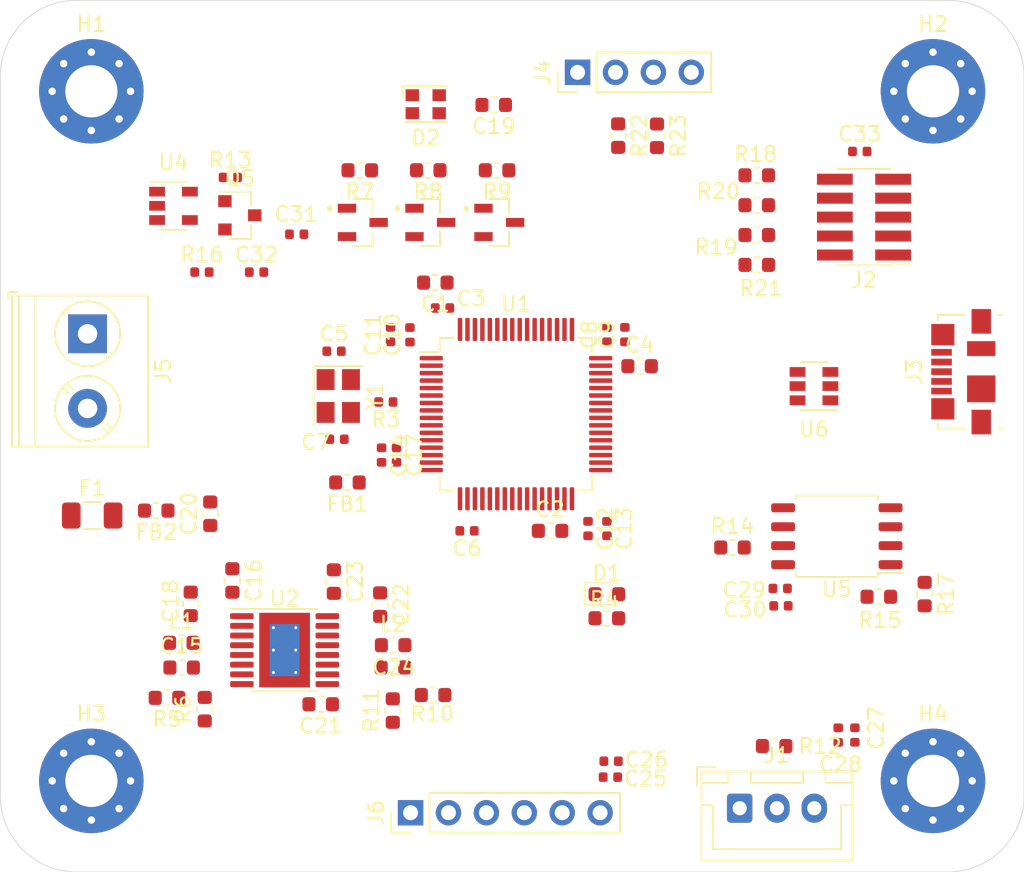
<source format=kicad_pcb>
(kicad_pcb (version 20171130) (host pcbnew "(5.1.6)-1")

  (general
    (thickness 1.6)
    (drawings 8)
    (tracks 0)
    (zones 0)
    (modules 81)
    (nets 103)
  )

  (page A4)
  (layers
    (0 F.Cu signal)
    (1 In1.Cu power)
    (2 In2.Cu power)
    (31 B.Cu signal)
    (32 B.Adhes user)
    (33 F.Adhes user)
    (34 B.Paste user)
    (35 F.Paste user)
    (36 B.SilkS user)
    (37 F.SilkS user)
    (38 B.Mask user)
    (39 F.Mask user)
    (40 Dwgs.User user)
    (41 Cmts.User user)
    (42 Eco1.User user)
    (43 Eco2.User user)
    (44 Edge.Cuts user)
    (45 Margin user)
    (46 B.CrtYd user)
    (47 F.CrtYd user)
    (48 B.Fab user)
    (49 F.Fab user hide)
  )

  (setup
    (last_trace_width 0.25)
    (trace_clearance 0.2)
    (zone_clearance 0.508)
    (zone_45_only no)
    (trace_min 0.2)
    (via_size 0.8)
    (via_drill 0.4)
    (via_min_size 0.4)
    (via_min_drill 0.3)
    (uvia_size 0.3)
    (uvia_drill 0.1)
    (uvias_allowed no)
    (uvia_min_size 0.2)
    (uvia_min_drill 0.1)
    (edge_width 0.05)
    (segment_width 0.2)
    (pcb_text_width 0.3)
    (pcb_text_size 1.5 1.5)
    (mod_edge_width 0.12)
    (mod_text_size 1 1)
    (mod_text_width 0.15)
    (pad_size 1.25 1.75)
    (pad_drill 0)
    (pad_to_mask_clearance 0.05)
    (aux_axis_origin 0 0)
    (visible_elements 7FFFF7FF)
    (pcbplotparams
      (layerselection 0x010fc_ffffffff)
      (usegerberextensions false)
      (usegerberattributes true)
      (usegerberadvancedattributes true)
      (creategerberjobfile true)
      (excludeedgelayer true)
      (linewidth 0.100000)
      (plotframeref false)
      (viasonmask false)
      (mode 1)
      (useauxorigin false)
      (hpglpennumber 1)
      (hpglpenspeed 20)
      (hpglpendiameter 15.000000)
      (psnegative false)
      (psa4output false)
      (plotreference true)
      (plotvalue true)
      (plotinvisibletext false)
      (padsonsilk false)
      (subtractmaskfromsilk false)
      (outputformat 1)
      (mirror false)
      (drillshape 1)
      (scaleselection 1)
      (outputdirectory ""))
  )

  (net 0 "")
  (net 1 +3V3)
  (net 2 HSE_IN)
  (net 3 BUCK_IN)
  (net 4 HSE_OUT)
  (net 5 SPI2_MOSI)
  (net 6 SPI2_CLK)
  (net 7 FLASH_!HOLD)
  (net 8 FLASH_!WP)
  (net 9 SPI2_MISO)
  (net 10 "Net-(U1-Pad62)")
  (net 11 BOOT0)
  (net 12 "Net-(U1-Pad57)")
  (net 13 "Net-(U1-Pad56)")
  (net 14 "Net-(U1-Pad55)")
  (net 15 "Net-(U1-Pad54)")
  (net 16 "Net-(U1-Pad53)")
  (net 17 "Net-(U1-Pad50)")
  (net 18 "Net-(U1-Pad49)")
  (net 19 "Net-(U1-Pad46)")
  (net 20 "Net-(U1-Pad43)")
  (net 21 "Net-(U1-Pad42)")
  (net 22 "Net-(U1-Pad40)")
  (net 23 "Net-(U1-Pad39)")
  (net 24 "Net-(U1-Pad28)")
  (net 25 "Net-(U1-Pad27)")
  (net 26 "Net-(U1-Pad26)")
  (net 27 "Net-(U1-Pad25)")
  (net 28 "Net-(U1-Pad24)")
  (net 29 "Net-(U1-Pad14)")
  (net 30 +3.3VA)
  (net 31 NRST)
  (net 32 "Net-(U1-Pad4)")
  (net 33 "Net-(U1-Pad3)")
  (net 34 "Net-(U1-Pad2)")
  (net 35 SPI2_!CS)
  (net 36 VBUS)
  (net 37 "Net-(D1-Pad1)")
  (net 38 "Net-(F1-Pad1)")
  (net 39 USB_CONN_D+)
  (net 40 USB_CONN_D-)
  (net 41 USB_D+)
  (net 42 USB_D-)
  (net 43 "Net-(Y1-Pad2)")
  (net 44 +UCC_VDD)
  (net 45 UCC_OUT)
  (net 46 UCC_IN)
  (net 47 UCC_EN)
  (net 48 PGND1)
  (net 49 +5V)
  (net 50 SW1)
  (net 51 VBST1)
  (net 52 SW2)
  (net 53 VBST2)
  (net 54 "Net-(J3-Pad6)")
  (net 55 "Net-(J3-Pad4)")
  (net 56 VFB1)
  (net 57 VFB2)
  (net 58 EN2_IN)
  (net 59 EN1_IN)
  (net 60 "Net-(C4-Pad1)")
  (net 61 "Net-(J2-Pad6)")
  (net 62 "Net-(J2-Pad4)")
  (net 63 "Net-(J4-Pad2)")
  (net 64 "Net-(C2-Pad1)")
  (net 65 "Net-(C7-Pad1)")
  (net 66 "Net-(C21-Pad1)")
  (net 67 "Net-(D2-Pad3)")
  (net 68 "Net-(D2-Pad2)")
  (net 69 TIM2_CH3)
  (net 70 "Net-(J2-Pad10)")
  (net 71 "Net-(J2-Pad8)")
  (net 72 "Net-(J2-Pad7)")
  (net 73 "Net-(J2-Pad2)")
  (net 74 "Net-(J4-Pad3)")
  (net 75 TIM4_CH1)
  (net 76 TIM4_CH2)
  (net 77 TIM4_CH3)
  (net 78 "Net-(Q5-Pad1)")
  (net 79 USART3_TX)
  (net 80 USART3_RX)
  (net 81 SWDCLK)
  (net 82 SWO)
  (net 83 SWDIO)
  (net 84 RCC_MCO1)
  (net 85 TIM2_CH4)
  (net 86 SPI1_MOSI)
  (net 87 SPI1_MISO)
  (net 88 SPI1_CLK)
  (net 89 SPI1_!CS)
  (net 90 LCD_RW)
  (net 91 LCD_EN)
  (net 92 LCD_RS)
  (net 93 LCD_DB3)
  (net 94 LCD_DB2)
  (net 95 LCD_DB1)
  (net 96 LCD_DB0)
  (net 97 "Net-(U2-Pad11)")
  (net 98 "Net-(U2-Pad6)")
  (net 99 "Net-(D2-Pad4)")
  (net 100 "Net-(Q1-Pad3)")
  (net 101 "Net-(Q2-Pad3)")
  (net 102 "Net-(Q3-Pad3)")

  (net_class Default "This is the default net class."
    (clearance 0.2)
    (trace_width 0.25)
    (via_dia 0.8)
    (via_drill 0.4)
    (uvia_dia 0.3)
    (uvia_drill 0.1)
    (add_net +3.3VA)
    (add_net +3V3)
    (add_net +5V)
    (add_net +UCC_VDD)
    (add_net BOOT0)
    (add_net BUCK_IN)
    (add_net EN1_IN)
    (add_net EN2_IN)
    (add_net FLASH_!HOLD)
    (add_net FLASH_!WP)
    (add_net HSE_IN)
    (add_net HSE_OUT)
    (add_net LCD_DB0)
    (add_net LCD_DB1)
    (add_net LCD_DB2)
    (add_net LCD_DB3)
    (add_net LCD_EN)
    (add_net LCD_RS)
    (add_net LCD_RW)
    (add_net NRST)
    (add_net "Net-(C2-Pad1)")
    (add_net "Net-(C21-Pad1)")
    (add_net "Net-(C4-Pad1)")
    (add_net "Net-(C7-Pad1)")
    (add_net "Net-(D1-Pad1)")
    (add_net "Net-(D2-Pad2)")
    (add_net "Net-(D2-Pad3)")
    (add_net "Net-(D2-Pad4)")
    (add_net "Net-(F1-Pad1)")
    (add_net "Net-(J2-Pad10)")
    (add_net "Net-(J2-Pad2)")
    (add_net "Net-(J2-Pad4)")
    (add_net "Net-(J2-Pad6)")
    (add_net "Net-(J2-Pad7)")
    (add_net "Net-(J2-Pad8)")
    (add_net "Net-(J3-Pad4)")
    (add_net "Net-(J3-Pad6)")
    (add_net "Net-(J4-Pad2)")
    (add_net "Net-(J4-Pad3)")
    (add_net "Net-(Q1-Pad3)")
    (add_net "Net-(Q2-Pad3)")
    (add_net "Net-(Q3-Pad3)")
    (add_net "Net-(Q5-Pad1)")
    (add_net "Net-(U1-Pad14)")
    (add_net "Net-(U1-Pad2)")
    (add_net "Net-(U1-Pad24)")
    (add_net "Net-(U1-Pad25)")
    (add_net "Net-(U1-Pad26)")
    (add_net "Net-(U1-Pad27)")
    (add_net "Net-(U1-Pad28)")
    (add_net "Net-(U1-Pad3)")
    (add_net "Net-(U1-Pad39)")
    (add_net "Net-(U1-Pad4)")
    (add_net "Net-(U1-Pad40)")
    (add_net "Net-(U1-Pad42)")
    (add_net "Net-(U1-Pad43)")
    (add_net "Net-(U1-Pad46)")
    (add_net "Net-(U1-Pad49)")
    (add_net "Net-(U1-Pad50)")
    (add_net "Net-(U1-Pad53)")
    (add_net "Net-(U1-Pad54)")
    (add_net "Net-(U1-Pad55)")
    (add_net "Net-(U1-Pad56)")
    (add_net "Net-(U1-Pad57)")
    (add_net "Net-(U1-Pad62)")
    (add_net "Net-(U2-Pad11)")
    (add_net "Net-(U2-Pad6)")
    (add_net "Net-(Y1-Pad2)")
    (add_net PGND1)
    (add_net RCC_MCO1)
    (add_net SPI1_!CS)
    (add_net SPI1_CLK)
    (add_net SPI1_MISO)
    (add_net SPI1_MOSI)
    (add_net SPI2_!CS)
    (add_net SPI2_CLK)
    (add_net SPI2_MISO)
    (add_net SPI2_MOSI)
    (add_net SW1)
    (add_net SW2)
    (add_net SWDCLK)
    (add_net SWDIO)
    (add_net SWO)
    (add_net TIM2_CH3)
    (add_net TIM2_CH4)
    (add_net TIM4_CH1)
    (add_net TIM4_CH2)
    (add_net TIM4_CH3)
    (add_net UCC_EN)
    (add_net UCC_IN)
    (add_net UCC_OUT)
    (add_net USART3_RX)
    (add_net USART3_TX)
    (add_net USB_CONN_D+)
    (add_net USB_CONN_D-)
    (add_net USB_D+)
    (add_net USB_D-)
    (add_net VBST1)
    (add_net VBST2)
    (add_net VBUS)
    (add_net VFB1)
    (add_net VFB2)
  )

  (module LED_SMD:LED_ASMB-KTF0-0A306 (layer F.Cu) (tedit 5E73B69F) (tstamp 60B809F9)
    (at 89.4588 88.2396)
    (descr "2220 Tricolor PLCC-4 LED, https://docs.broadcom.com/docs/ASMB-KTF0-0A306-DS100")
    (tags "Tricolor LED")
    (path /60B96BC3)
    (attr smd)
    (fp_text reference D2 (at 0 2.25) (layer F.SilkS)
      (effects (font (size 1 1) (thickness 0.15)))
    )
    (fp_text value ASMB-KTF0-0A306 (at 0 -2) (layer F.Fab)
      (effects (font (size 1 1) (thickness 0.15)))
    )
    (fp_line (start -1.1 -0.5) (end -0.6 -1) (layer F.Fab) (width 0.1))
    (fp_line (start -1.1 -1) (end -1.1 1) (layer F.Fab) (width 0.1))
    (fp_line (start -1.1 1) (end 1.1 1) (layer F.Fab) (width 0.1))
    (fp_line (start 1.1 1) (end 1.1 -1) (layer F.Fab) (width 0.1))
    (fp_line (start 1.1 -1) (end -1.1 -1) (layer F.Fab) (width 0.1))
    (fp_line (start -1.55 -1.2) (end -1.55 -0.54) (layer F.SilkS) (width 0.12))
    (fp_line (start -1.55 -1.2) (end 1.43 -1.2) (layer F.SilkS) (width 0.12))
    (fp_line (start -1.45 1.2) (end 1.45 1.2) (layer F.SilkS) (width 0.12))
    (fp_line (start -1.6 -1.25) (end 1.6 -1.25) (layer F.CrtYd) (width 0.05))
    (fp_line (start -1.6 -1.25) (end -1.6 1.25) (layer F.CrtYd) (width 0.05))
    (fp_line (start 1.6 1.25) (end 1.6 -1.25) (layer F.CrtYd) (width 0.05))
    (fp_line (start 1.6 1.25) (end -1.6 1.25) (layer F.CrtYd) (width 0.05))
    (fp_text user %R (at 0 2.25) (layer F.Fab)
      (effects (font (size 1 1) (thickness 0.15)))
    )
    (pad 4 smd rect (at 0.9 -0.6) (size 0.9 0.8) (layers F.Cu F.Paste F.Mask)
      (net 99 "Net-(D2-Pad4)"))
    (pad 3 smd rect (at 0.9 0.6) (size 0.9 0.8) (layers F.Cu F.Paste F.Mask)
      (net 67 "Net-(D2-Pad3)"))
    (pad 2 smd rect (at -0.9 0.6) (size 0.9 0.8) (layers F.Cu F.Paste F.Mask)
      (net 68 "Net-(D2-Pad2)"))
    (pad 1 smd rect (at -0.9 -0.6) (size 0.9 0.8) (layers F.Cu F.Paste F.Mask)
      (net 1 +3V3))
    (model ${KISYS3DMOD}/LED_SMD.3dshapes/LED_ASMB-KTF0-0A306.wrl
      (at (xyz 0 0 0))
      (scale (xyz 1 1 1))
      (rotate (xyz 0 0 0))
    )
    (model "C:/Program Files/KiCad/share/kicad/modules/ASMB-KTF0-0A306/ASMB-KTF0-0A306.step"
      (offset (xyz 0 0 0.5))
      (scale (xyz 1 1 1))
      (rotate (xyz -90 0 0))
    )
  )

  (module Connector_JST:JST_XH_B3B-XH-A_1x03_P2.50mm_Vertical (layer F.Cu) (tedit 5C28146C) (tstamp 60B6BA57)
    (at 110.49 135.4328)
    (descr "JST XH series connector, B3B-XH-A (http://www.jst-mfg.com/product/pdf/eng/eXH.pdf), generated with kicad-footprint-generator")
    (tags "connector JST XH vertical")
    (path /609AD7E8/609DFE2E)
    (fp_text reference J1 (at 2.5 -3.55) (layer F.SilkS)
      (effects (font (size 1 1) (thickness 0.15)))
    )
    (fp_text value "Molex Picoblade " (at 2.5 4.6) (layer F.Fab)
      (effects (font (size 1 1) (thickness 0.15)))
    )
    (fp_line (start -2.85 -2.75) (end -2.85 -1.5) (layer F.SilkS) (width 0.12))
    (fp_line (start -1.6 -2.75) (end -2.85 -2.75) (layer F.SilkS) (width 0.12))
    (fp_line (start 6.8 2.75) (end 2.5 2.75) (layer F.SilkS) (width 0.12))
    (fp_line (start 6.8 -0.2) (end 6.8 2.75) (layer F.SilkS) (width 0.12))
    (fp_line (start 7.55 -0.2) (end 6.8 -0.2) (layer F.SilkS) (width 0.12))
    (fp_line (start -1.8 2.75) (end 2.5 2.75) (layer F.SilkS) (width 0.12))
    (fp_line (start -1.8 -0.2) (end -1.8 2.75) (layer F.SilkS) (width 0.12))
    (fp_line (start -2.55 -0.2) (end -1.8 -0.2) (layer F.SilkS) (width 0.12))
    (fp_line (start 7.55 -2.45) (end 5.75 -2.45) (layer F.SilkS) (width 0.12))
    (fp_line (start 7.55 -1.7) (end 7.55 -2.45) (layer F.SilkS) (width 0.12))
    (fp_line (start 5.75 -1.7) (end 7.55 -1.7) (layer F.SilkS) (width 0.12))
    (fp_line (start 5.75 -2.45) (end 5.75 -1.7) (layer F.SilkS) (width 0.12))
    (fp_line (start -0.75 -2.45) (end -2.55 -2.45) (layer F.SilkS) (width 0.12))
    (fp_line (start -0.75 -1.7) (end -0.75 -2.45) (layer F.SilkS) (width 0.12))
    (fp_line (start -2.55 -1.7) (end -0.75 -1.7) (layer F.SilkS) (width 0.12))
    (fp_line (start -2.55 -2.45) (end -2.55 -1.7) (layer F.SilkS) (width 0.12))
    (fp_line (start 4.25 -2.45) (end 0.75 -2.45) (layer F.SilkS) (width 0.12))
    (fp_line (start 4.25 -1.7) (end 4.25 -2.45) (layer F.SilkS) (width 0.12))
    (fp_line (start 0.75 -1.7) (end 4.25 -1.7) (layer F.SilkS) (width 0.12))
    (fp_line (start 0.75 -2.45) (end 0.75 -1.7) (layer F.SilkS) (width 0.12))
    (fp_line (start 0 -1.35) (end 0.625 -2.35) (layer F.Fab) (width 0.1))
    (fp_line (start -0.625 -2.35) (end 0 -1.35) (layer F.Fab) (width 0.1))
    (fp_line (start 7.95 -2.85) (end -2.95 -2.85) (layer F.CrtYd) (width 0.05))
    (fp_line (start 7.95 3.9) (end 7.95 -2.85) (layer F.CrtYd) (width 0.05))
    (fp_line (start -2.95 3.9) (end 7.95 3.9) (layer F.CrtYd) (width 0.05))
    (fp_line (start -2.95 -2.85) (end -2.95 3.9) (layer F.CrtYd) (width 0.05))
    (fp_line (start 7.56 -2.46) (end -2.56 -2.46) (layer F.SilkS) (width 0.12))
    (fp_line (start 7.56 3.51) (end 7.56 -2.46) (layer F.SilkS) (width 0.12))
    (fp_line (start -2.56 3.51) (end 7.56 3.51) (layer F.SilkS) (width 0.12))
    (fp_line (start -2.56 -2.46) (end -2.56 3.51) (layer F.SilkS) (width 0.12))
    (fp_line (start 7.45 -2.35) (end -2.45 -2.35) (layer F.Fab) (width 0.1))
    (fp_line (start 7.45 3.4) (end 7.45 -2.35) (layer F.Fab) (width 0.1))
    (fp_line (start -2.45 3.4) (end 7.45 3.4) (layer F.Fab) (width 0.1))
    (fp_line (start -2.45 -2.35) (end -2.45 3.4) (layer F.Fab) (width 0.1))
    (fp_text user %R (at 2.5 2.7) (layer F.Fab)
      (effects (font (size 1 1) (thickness 0.15)))
    )
    (pad 3 thru_hole oval (at 5 0) (size 1.7 1.95) (drill 0.95) (layers *.Cu *.Mask)
      (net 49 +5V))
    (pad 2 thru_hole oval (at 2.5 0) (size 1.7 1.95) (drill 0.95) (layers *.Cu *.Mask)
      (net 48 PGND1))
    (pad 1 thru_hole roundrect (at 0 0) (size 1.7 1.95) (drill 0.95) (layers *.Cu *.Mask) (roundrect_rratio 0.147059)
      (net 69 TIM2_CH3))
    (model ${KISYS3DMOD}/Connector_JST.3dshapes/JST_XH_B3B-XH-A_1x03_P2.50mm_Vertical.wrl
      (at (xyz 0 0 0))
      (scale (xyz 1 1 1))
      (rotate (xyz 0 0 0))
    )
  )

  (module Connector_USB:USB_Micro-B_Molex_47346-0001 (layer F.Cu) (tedit 5D8620A7) (tstamp 60B6BABE)
    (at 125.476 106.172 90)
    (descr "Micro USB B receptable with flange, bottom-mount, SMD, right-angle (http://www.molex.com/pdm_docs/sd/473460001_sd.pdf)")
    (tags "Micro B USB SMD")
    (path /609E7CAF/60B231B3)
    (attr smd)
    (fp_text reference J3 (at 0 -3.3 270) (layer F.SilkS)
      (effects (font (size 1 1) (thickness 0.15)))
    )
    (fp_text value USB_B_Micro (at 0 4.6 270) (layer F.Fab)
      (effects (font (size 1 1) (thickness 0.15)))
    )
    (fp_line (start 3.81 -1.71) (end 3.43 -1.71) (layer F.SilkS) (width 0.12))
    (fp_line (start 4.7 3.85) (end -4.7 3.85) (layer F.CrtYd) (width 0.05))
    (fp_line (start 4.7 -2.65) (end 4.7 3.85) (layer F.CrtYd) (width 0.05))
    (fp_line (start -4.7 -2.65) (end 4.7 -2.65) (layer F.CrtYd) (width 0.05))
    (fp_line (start -4.7 3.85) (end -4.7 -2.65) (layer F.CrtYd) (width 0.05))
    (fp_line (start 3.75 3.35) (end -3.75 3.35) (layer F.Fab) (width 0.1))
    (fp_line (start 3.75 -1.65) (end 3.75 3.35) (layer F.Fab) (width 0.1))
    (fp_line (start -3.75 -1.65) (end 3.75 -1.65) (layer F.Fab) (width 0.1))
    (fp_line (start -3.75 3.35) (end -3.75 -1.65) (layer F.Fab) (width 0.1))
    (fp_line (start 3.81 2.34) (end 3.81 2.6) (layer F.SilkS) (width 0.12))
    (fp_line (start 3.81 -1.71) (end 3.81 0.06) (layer F.SilkS) (width 0.12))
    (fp_line (start -3.81 -1.71) (end -3.43 -1.71) (layer F.SilkS) (width 0.12))
    (fp_line (start -3.81 0.06) (end -3.81 -1.71) (layer F.SilkS) (width 0.12))
    (fp_line (start -3.81 2.6) (end -3.81 2.34) (layer F.SilkS) (width 0.12))
    (fp_line (start -3.25 2.65) (end 3.25 2.65) (layer F.Fab) (width 0.1))
    (fp_text user %R (at 0 1.2 90) (layer F.Fab)
      (effects (font (size 1 1) (thickness 0.15)))
    )
    (fp_text user "PCB Edge" (at 0 2.67 270) (layer Dwgs.User)
      (effects (font (size 0.4 0.4) (thickness 0.04)))
    )
    (pad 6 smd rect (at 1.55 1.2 90) (size 1 1.9) (layers F.Cu F.Paste F.Mask)
      (net 54 "Net-(J3-Pad6)"))
    (pad 6 smd rect (at -1.15 1.2 90) (size 1.8 1.9) (layers F.Cu F.Paste F.Mask)
      (net 54 "Net-(J3-Pad6)"))
    (pad 6 smd rect (at 3.375 1.2 90) (size 1.65 1.3) (layers F.Cu F.Paste F.Mask)
      (net 54 "Net-(J3-Pad6)"))
    (pad 6 smd rect (at -3.375 1.2 90) (size 1.65 1.3) (layers F.Cu F.Paste F.Mask)
      (net 54 "Net-(J3-Pad6)"))
    (pad 6 smd rect (at 2.4875 -1.375 90) (size 1.425 1.55) (layers F.Cu F.Paste F.Mask)
      (net 54 "Net-(J3-Pad6)"))
    (pad 6 smd rect (at -2.4875 -1.375 90) (size 1.425 1.55) (layers F.Cu F.Paste F.Mask)
      (net 54 "Net-(J3-Pad6)"))
    (pad 5 smd rect (at 1.3 -1.46 90) (size 0.45 1.38) (layers F.Cu F.Paste F.Mask)
      (net 48 PGND1))
    (pad 4 smd rect (at 0.65 -1.46 90) (size 0.45 1.38) (layers F.Cu F.Paste F.Mask)
      (net 55 "Net-(J3-Pad4)"))
    (pad 3 smd rect (at 0 -1.46 90) (size 0.45 1.38) (layers F.Cu F.Paste F.Mask)
      (net 39 USB_CONN_D+))
    (pad 2 smd rect (at -0.65 -1.46 90) (size 0.45 1.38) (layers F.Cu F.Paste F.Mask)
      (net 40 USB_CONN_D-))
    (pad 1 smd rect (at -1.3 -1.46 90) (size 0.45 1.38) (layers F.Cu F.Paste F.Mask)
      (net 36 VBUS))
    (model ${KISYS3DMOD}/Connector_USB.3dshapes/USB_Micro-B_Molex_47346-0001.wrl
      (at (xyz 0 0 0))
      (scale (xyz 1 1 1))
      (rotate (xyz 0 0 0))
    )
  )

  (module Package_QFP:LQFP-64_10x10mm_P0.5mm (layer F.Cu) (tedit 5D9F72AF) (tstamp 60B73BB5)
    (at 95.504 109.0168)
    (descr "LQFP, 64 Pin (https://www.analog.com/media/en/technical-documentation/data-sheets/ad7606_7606-6_7606-4.pdf), generated with kicad-footprint-generator ipc_gullwing_generator.py")
    (tags "LQFP QFP")
    (path /60C86C3C)
    (attr smd)
    (fp_text reference U1 (at 0 -7.4) (layer F.SilkS)
      (effects (font (size 1 1) (thickness 0.15)))
    )
    (fp_text value STM32F405RGTx (at 0 7.4) (layer F.Fab)
      (effects (font (size 1 1) (thickness 0.15)))
    )
    (fp_line (start 4.16 5.11) (end 5.11 5.11) (layer F.SilkS) (width 0.12))
    (fp_line (start 5.11 5.11) (end 5.11 4.16) (layer F.SilkS) (width 0.12))
    (fp_line (start -4.16 5.11) (end -5.11 5.11) (layer F.SilkS) (width 0.12))
    (fp_line (start -5.11 5.11) (end -5.11 4.16) (layer F.SilkS) (width 0.12))
    (fp_line (start 4.16 -5.11) (end 5.11 -5.11) (layer F.SilkS) (width 0.12))
    (fp_line (start 5.11 -5.11) (end 5.11 -4.16) (layer F.SilkS) (width 0.12))
    (fp_line (start -4.16 -5.11) (end -5.11 -5.11) (layer F.SilkS) (width 0.12))
    (fp_line (start -5.11 -5.11) (end -5.11 -4.16) (layer F.SilkS) (width 0.12))
    (fp_line (start -5.11 -4.16) (end -6.45 -4.16) (layer F.SilkS) (width 0.12))
    (fp_line (start -4 -5) (end 5 -5) (layer F.Fab) (width 0.1))
    (fp_line (start 5 -5) (end 5 5) (layer F.Fab) (width 0.1))
    (fp_line (start 5 5) (end -5 5) (layer F.Fab) (width 0.1))
    (fp_line (start -5 5) (end -5 -4) (layer F.Fab) (width 0.1))
    (fp_line (start -5 -4) (end -4 -5) (layer F.Fab) (width 0.1))
    (fp_line (start 0 -6.7) (end -4.15 -6.7) (layer F.CrtYd) (width 0.05))
    (fp_line (start -4.15 -6.7) (end -4.15 -5.25) (layer F.CrtYd) (width 0.05))
    (fp_line (start -4.15 -5.25) (end -5.25 -5.25) (layer F.CrtYd) (width 0.05))
    (fp_line (start -5.25 -5.25) (end -5.25 -4.15) (layer F.CrtYd) (width 0.05))
    (fp_line (start -5.25 -4.15) (end -6.7 -4.15) (layer F.CrtYd) (width 0.05))
    (fp_line (start -6.7 -4.15) (end -6.7 0) (layer F.CrtYd) (width 0.05))
    (fp_line (start 0 -6.7) (end 4.15 -6.7) (layer F.CrtYd) (width 0.05))
    (fp_line (start 4.15 -6.7) (end 4.15 -5.25) (layer F.CrtYd) (width 0.05))
    (fp_line (start 4.15 -5.25) (end 5.25 -5.25) (layer F.CrtYd) (width 0.05))
    (fp_line (start 5.25 -5.25) (end 5.25 -4.15) (layer F.CrtYd) (width 0.05))
    (fp_line (start 5.25 -4.15) (end 6.7 -4.15) (layer F.CrtYd) (width 0.05))
    (fp_line (start 6.7 -4.15) (end 6.7 0) (layer F.CrtYd) (width 0.05))
    (fp_line (start 0 6.7) (end -4.15 6.7) (layer F.CrtYd) (width 0.05))
    (fp_line (start -4.15 6.7) (end -4.15 5.25) (layer F.CrtYd) (width 0.05))
    (fp_line (start -4.15 5.25) (end -5.25 5.25) (layer F.CrtYd) (width 0.05))
    (fp_line (start -5.25 5.25) (end -5.25 4.15) (layer F.CrtYd) (width 0.05))
    (fp_line (start -5.25 4.15) (end -6.7 4.15) (layer F.CrtYd) (width 0.05))
    (fp_line (start -6.7 4.15) (end -6.7 0) (layer F.CrtYd) (width 0.05))
    (fp_line (start 0 6.7) (end 4.15 6.7) (layer F.CrtYd) (width 0.05))
    (fp_line (start 4.15 6.7) (end 4.15 5.25) (layer F.CrtYd) (width 0.05))
    (fp_line (start 4.15 5.25) (end 5.25 5.25) (layer F.CrtYd) (width 0.05))
    (fp_line (start 5.25 5.25) (end 5.25 4.15) (layer F.CrtYd) (width 0.05))
    (fp_line (start 5.25 4.15) (end 6.7 4.15) (layer F.CrtYd) (width 0.05))
    (fp_line (start 6.7 4.15) (end 6.7 0) (layer F.CrtYd) (width 0.05))
    (fp_text user %R (at 0 0) (layer F.Fab)
      (effects (font (size 1 1) (thickness 0.15)))
    )
    (pad 64 smd roundrect (at -3.75 -5.675) (size 0.3 1.55) (layers F.Cu F.Paste F.Mask) (roundrect_rratio 0.25)
      (net 1 +3V3))
    (pad 63 smd roundrect (at -3.25 -5.675) (size 0.3 1.55) (layers F.Cu F.Paste F.Mask) (roundrect_rratio 0.25)
      (net 48 PGND1))
    (pad 62 smd roundrect (at -2.75 -5.675) (size 0.3 1.55) (layers F.Cu F.Paste F.Mask) (roundrect_rratio 0.25)
      (net 10 "Net-(U1-Pad62)"))
    (pad 61 smd roundrect (at -2.25 -5.675) (size 0.3 1.55) (layers F.Cu F.Paste F.Mask) (roundrect_rratio 0.25)
      (net 77 TIM4_CH3))
    (pad 60 smd roundrect (at -1.75 -5.675) (size 0.3 1.55) (layers F.Cu F.Paste F.Mask) (roundrect_rratio 0.25)
      (net 11 BOOT0))
    (pad 59 smd roundrect (at -1.25 -5.675) (size 0.3 1.55) (layers F.Cu F.Paste F.Mask) (roundrect_rratio 0.25)
      (net 76 TIM4_CH2))
    (pad 58 smd roundrect (at -0.75 -5.675) (size 0.3 1.55) (layers F.Cu F.Paste F.Mask) (roundrect_rratio 0.25)
      (net 75 TIM4_CH1))
    (pad 57 smd roundrect (at -0.25 -5.675) (size 0.3 1.55) (layers F.Cu F.Paste F.Mask) (roundrect_rratio 0.25)
      (net 12 "Net-(U1-Pad57)"))
    (pad 56 smd roundrect (at 0.25 -5.675) (size 0.3 1.55) (layers F.Cu F.Paste F.Mask) (roundrect_rratio 0.25)
      (net 13 "Net-(U1-Pad56)"))
    (pad 55 smd roundrect (at 0.75 -5.675) (size 0.3 1.55) (layers F.Cu F.Paste F.Mask) (roundrect_rratio 0.25)
      (net 14 "Net-(U1-Pad55)"))
    (pad 54 smd roundrect (at 1.25 -5.675) (size 0.3 1.55) (layers F.Cu F.Paste F.Mask) (roundrect_rratio 0.25)
      (net 15 "Net-(U1-Pad54)"))
    (pad 53 smd roundrect (at 1.75 -5.675) (size 0.3 1.55) (layers F.Cu F.Paste F.Mask) (roundrect_rratio 0.25)
      (net 16 "Net-(U1-Pad53)"))
    (pad 52 smd roundrect (at 2.25 -5.675) (size 0.3 1.55) (layers F.Cu F.Paste F.Mask) (roundrect_rratio 0.25)
      (net 80 USART3_RX))
    (pad 51 smd roundrect (at 2.75 -5.675) (size 0.3 1.55) (layers F.Cu F.Paste F.Mask) (roundrect_rratio 0.25)
      (net 79 USART3_TX))
    (pad 50 smd roundrect (at 3.25 -5.675) (size 0.3 1.55) (layers F.Cu F.Paste F.Mask) (roundrect_rratio 0.25)
      (net 17 "Net-(U1-Pad50)"))
    (pad 49 smd roundrect (at 3.75 -5.675) (size 0.3 1.55) (layers F.Cu F.Paste F.Mask) (roundrect_rratio 0.25)
      (net 18 "Net-(U1-Pad49)"))
    (pad 48 smd roundrect (at 5.675 -3.75) (size 1.55 0.3) (layers F.Cu F.Paste F.Mask) (roundrect_rratio 0.25)
      (net 1 +3V3))
    (pad 47 smd roundrect (at 5.675 -3.25) (size 1.55 0.3) (layers F.Cu F.Paste F.Mask) (roundrect_rratio 0.25)
      (net 60 "Net-(C4-Pad1)"))
    (pad 46 smd roundrect (at 5.675 -2.75) (size 1.55 0.3) (layers F.Cu F.Paste F.Mask) (roundrect_rratio 0.25)
      (net 19 "Net-(U1-Pad46)"))
    (pad 45 smd roundrect (at 5.675 -2.25) (size 1.55 0.3) (layers F.Cu F.Paste F.Mask) (roundrect_rratio 0.25)
      (net 41 USB_D+))
    (pad 44 smd roundrect (at 5.675 -1.75) (size 1.55 0.3) (layers F.Cu F.Paste F.Mask) (roundrect_rratio 0.25)
      (net 42 USB_D-))
    (pad 43 smd roundrect (at 5.675 -1.25) (size 1.55 0.3) (layers F.Cu F.Paste F.Mask) (roundrect_rratio 0.25)
      (net 20 "Net-(U1-Pad43)"))
    (pad 42 smd roundrect (at 5.675 -0.75) (size 1.55 0.3) (layers F.Cu F.Paste F.Mask) (roundrect_rratio 0.25)
      (net 21 "Net-(U1-Pad42)"))
    (pad 41 smd roundrect (at 5.675 -0.25) (size 1.55 0.3) (layers F.Cu F.Paste F.Mask) (roundrect_rratio 0.25)
      (net 84 RCC_MCO1))
    (pad 40 smd roundrect (at 5.675 0.25) (size 1.55 0.3) (layers F.Cu F.Paste F.Mask) (roundrect_rratio 0.25)
      (net 22 "Net-(U1-Pad40)"))
    (pad 39 smd roundrect (at 5.675 0.75) (size 1.55 0.3) (layers F.Cu F.Paste F.Mask) (roundrect_rratio 0.25)
      (net 23 "Net-(U1-Pad39)"))
    (pad 38 smd roundrect (at 5.675 1.25) (size 1.55 0.3) (layers F.Cu F.Paste F.Mask) (roundrect_rratio 0.25)
      (net 7 FLASH_!HOLD))
    (pad 37 smd roundrect (at 5.675 1.75) (size 1.55 0.3) (layers F.Cu F.Paste F.Mask) (roundrect_rratio 0.25)
      (net 8 FLASH_!WP))
    (pad 36 smd roundrect (at 5.675 2.25) (size 1.55 0.3) (layers F.Cu F.Paste F.Mask) (roundrect_rratio 0.25)
      (net 5 SPI2_MOSI))
    (pad 35 smd roundrect (at 5.675 2.75) (size 1.55 0.3) (layers F.Cu F.Paste F.Mask) (roundrect_rratio 0.25)
      (net 9 SPI2_MISO))
    (pad 34 smd roundrect (at 5.675 3.25) (size 1.55 0.3) (layers F.Cu F.Paste F.Mask) (roundrect_rratio 0.25)
      (net 6 SPI2_CLK))
    (pad 33 smd roundrect (at 5.675 3.75) (size 1.55 0.3) (layers F.Cu F.Paste F.Mask) (roundrect_rratio 0.25)
      (net 35 SPI2_!CS))
    (pad 32 smd roundrect (at 3.75 5.675) (size 0.3 1.55) (layers F.Cu F.Paste F.Mask) (roundrect_rratio 0.25)
      (net 1 +3V3))
    (pad 31 smd roundrect (at 3.25 5.675) (size 0.3 1.55) (layers F.Cu F.Paste F.Mask) (roundrect_rratio 0.25)
      (net 64 "Net-(C2-Pad1)"))
    (pad 30 smd roundrect (at 2.75 5.675) (size 0.3 1.55) (layers F.Cu F.Paste F.Mask) (roundrect_rratio 0.25)
      (net 85 TIM2_CH4))
    (pad 29 smd roundrect (at 2.25 5.675) (size 0.3 1.55) (layers F.Cu F.Paste F.Mask) (roundrect_rratio 0.25)
      (net 69 TIM2_CH3))
    (pad 28 smd roundrect (at 1.75 5.675) (size 0.3 1.55) (layers F.Cu F.Paste F.Mask) (roundrect_rratio 0.25)
      (net 24 "Net-(U1-Pad28)"))
    (pad 27 smd roundrect (at 1.25 5.675) (size 0.3 1.55) (layers F.Cu F.Paste F.Mask) (roundrect_rratio 0.25)
      (net 25 "Net-(U1-Pad27)"))
    (pad 26 smd roundrect (at 0.75 5.675) (size 0.3 1.55) (layers F.Cu F.Paste F.Mask) (roundrect_rratio 0.25)
      (net 26 "Net-(U1-Pad26)"))
    (pad 25 smd roundrect (at 0.25 5.675) (size 0.3 1.55) (layers F.Cu F.Paste F.Mask) (roundrect_rratio 0.25)
      (net 27 "Net-(U1-Pad25)"))
    (pad 24 smd roundrect (at -0.25 5.675) (size 0.3 1.55) (layers F.Cu F.Paste F.Mask) (roundrect_rratio 0.25)
      (net 28 "Net-(U1-Pad24)"))
    (pad 23 smd roundrect (at -0.75 5.675) (size 0.3 1.55) (layers F.Cu F.Paste F.Mask) (roundrect_rratio 0.25)
      (net 86 SPI1_MOSI))
    (pad 22 smd roundrect (at -1.25 5.675) (size 0.3 1.55) (layers F.Cu F.Paste F.Mask) (roundrect_rratio 0.25)
      (net 87 SPI1_MISO))
    (pad 21 smd roundrect (at -1.75 5.675) (size 0.3 1.55) (layers F.Cu F.Paste F.Mask) (roundrect_rratio 0.25)
      (net 88 SPI1_CLK))
    (pad 20 smd roundrect (at -2.25 5.675) (size 0.3 1.55) (layers F.Cu F.Paste F.Mask) (roundrect_rratio 0.25)
      (net 89 SPI1_!CS))
    (pad 19 smd roundrect (at -2.75 5.675) (size 0.3 1.55) (layers F.Cu F.Paste F.Mask) (roundrect_rratio 0.25)
      (net 1 +3V3))
    (pad 18 smd roundrect (at -3.25 5.675) (size 0.3 1.55) (layers F.Cu F.Paste F.Mask) (roundrect_rratio 0.25)
      (net 48 PGND1))
    (pad 17 smd roundrect (at -3.75 5.675) (size 0.3 1.55) (layers F.Cu F.Paste F.Mask) (roundrect_rratio 0.25)
      (net 90 LCD_RW))
    (pad 16 smd roundrect (at -5.675 3.75) (size 1.55 0.3) (layers F.Cu F.Paste F.Mask) (roundrect_rratio 0.25)
      (net 91 LCD_EN))
    (pad 15 smd roundrect (at -5.675 3.25) (size 1.55 0.3) (layers F.Cu F.Paste F.Mask) (roundrect_rratio 0.25)
      (net 92 LCD_RS))
    (pad 14 smd roundrect (at -5.675 2.75) (size 1.55 0.3) (layers F.Cu F.Paste F.Mask) (roundrect_rratio 0.25)
      (net 29 "Net-(U1-Pad14)"))
    (pad 13 smd roundrect (at -5.675 2.25) (size 1.55 0.3) (layers F.Cu F.Paste F.Mask) (roundrect_rratio 0.25)
      (net 30 +3.3VA))
    (pad 12 smd roundrect (at -5.675 1.75) (size 1.55 0.3) (layers F.Cu F.Paste F.Mask) (roundrect_rratio 0.25)
      (net 48 PGND1))
    (pad 11 smd roundrect (at -5.675 1.25) (size 1.55 0.3) (layers F.Cu F.Paste F.Mask) (roundrect_rratio 0.25)
      (net 93 LCD_DB3))
    (pad 10 smd roundrect (at -5.675 0.75) (size 1.55 0.3) (layers F.Cu F.Paste F.Mask) (roundrect_rratio 0.25)
      (net 94 LCD_DB2))
    (pad 9 smd roundrect (at -5.675 0.25) (size 1.55 0.3) (layers F.Cu F.Paste F.Mask) (roundrect_rratio 0.25)
      (net 95 LCD_DB1))
    (pad 8 smd roundrect (at -5.675 -0.25) (size 1.55 0.3) (layers F.Cu F.Paste F.Mask) (roundrect_rratio 0.25)
      (net 96 LCD_DB0))
    (pad 7 smd roundrect (at -5.675 -0.75) (size 1.55 0.3) (layers F.Cu F.Paste F.Mask) (roundrect_rratio 0.25)
      (net 31 NRST))
    (pad 6 smd roundrect (at -5.675 -1.25) (size 1.55 0.3) (layers F.Cu F.Paste F.Mask) (roundrect_rratio 0.25)
      (net 4 HSE_OUT))
    (pad 5 smd roundrect (at -5.675 -1.75) (size 1.55 0.3) (layers F.Cu F.Paste F.Mask) (roundrect_rratio 0.25)
      (net 2 HSE_IN))
    (pad 4 smd roundrect (at -5.675 -2.25) (size 1.55 0.3) (layers F.Cu F.Paste F.Mask) (roundrect_rratio 0.25)
      (net 32 "Net-(U1-Pad4)"))
    (pad 3 smd roundrect (at -5.675 -2.75) (size 1.55 0.3) (layers F.Cu F.Paste F.Mask) (roundrect_rratio 0.25)
      (net 33 "Net-(U1-Pad3)"))
    (pad 2 smd roundrect (at -5.675 -3.25) (size 1.55 0.3) (layers F.Cu F.Paste F.Mask) (roundrect_rratio 0.25)
      (net 34 "Net-(U1-Pad2)"))
    (pad 1 smd roundrect (at -5.675 -3.75) (size 1.55 0.3) (layers F.Cu F.Paste F.Mask) (roundrect_rratio 0.25)
      (net 1 +3V3))
    (model ${KISYS3DMOD}/Package_QFP.3dshapes/LQFP-64_10x10mm_P0.5mm.wrl
      (at (xyz 0 0 0))
      (scale (xyz 1 1 1))
      (rotate (xyz 0 0 0))
    )
  )

  (module Connector_PinHeader_2.54mm:PinHeader_1x06_P2.54mm_Vertical (layer F.Cu) (tedit 59FED5CC) (tstamp 60B737D6)
    (at 88.4428 135.7376 90)
    (descr "Through hole straight pin header, 1x06, 2.54mm pitch, single row")
    (tags "Through hole pin header THT 1x06 2.54mm single row")
    (path /609AD7E8/60B78D57)
    (fp_text reference J6 (at 0 -2.33 90) (layer F.SilkS)
      (effects (font (size 1 1) (thickness 0.15)))
    )
    (fp_text value Conn_01x06_Male (at 0 15.03 90) (layer F.Fab)
      (effects (font (size 1 1) (thickness 0.15)))
    )
    (fp_line (start -0.635 -1.27) (end 1.27 -1.27) (layer F.Fab) (width 0.1))
    (fp_line (start 1.27 -1.27) (end 1.27 13.97) (layer F.Fab) (width 0.1))
    (fp_line (start 1.27 13.97) (end -1.27 13.97) (layer F.Fab) (width 0.1))
    (fp_line (start -1.27 13.97) (end -1.27 -0.635) (layer F.Fab) (width 0.1))
    (fp_line (start -1.27 -0.635) (end -0.635 -1.27) (layer F.Fab) (width 0.1))
    (fp_line (start -1.33 14.03) (end 1.33 14.03) (layer F.SilkS) (width 0.12))
    (fp_line (start -1.33 1.27) (end -1.33 14.03) (layer F.SilkS) (width 0.12))
    (fp_line (start 1.33 1.27) (end 1.33 14.03) (layer F.SilkS) (width 0.12))
    (fp_line (start -1.33 1.27) (end 1.33 1.27) (layer F.SilkS) (width 0.12))
    (fp_line (start -1.33 0) (end -1.33 -1.33) (layer F.SilkS) (width 0.12))
    (fp_line (start -1.33 -1.33) (end 0 -1.33) (layer F.SilkS) (width 0.12))
    (fp_line (start -1.8 -1.8) (end -1.8 14.5) (layer F.CrtYd) (width 0.05))
    (fp_line (start -1.8 14.5) (end 1.8 14.5) (layer F.CrtYd) (width 0.05))
    (fp_line (start 1.8 14.5) (end 1.8 -1.8) (layer F.CrtYd) (width 0.05))
    (fp_line (start 1.8 -1.8) (end -1.8 -1.8) (layer F.CrtYd) (width 0.05))
    (fp_text user %R (at 0 6.35) (layer F.Fab)
      (effects (font (size 1 1) (thickness 0.15)))
    )
    (pad 6 thru_hole oval (at 0 12.7 90) (size 1.7 1.7) (drill 1) (layers *.Cu *.Mask)
      (net 49 +5V))
    (pad 5 thru_hole oval (at 0 10.16 90) (size 1.7 1.7) (drill 1) (layers *.Cu *.Mask)
      (net 89 SPI1_!CS))
    (pad 4 thru_hole oval (at 0 7.62 90) (size 1.7 1.7) (drill 1) (layers *.Cu *.Mask)
      (net 86 SPI1_MOSI))
    (pad 3 thru_hole oval (at 0 5.08 90) (size 1.7 1.7) (drill 1) (layers *.Cu *.Mask)
      (net 88 SPI1_CLK))
    (pad 2 thru_hole oval (at 0 2.54 90) (size 1.7 1.7) (drill 1) (layers *.Cu *.Mask)
      (net 87 SPI1_MISO))
    (pad 1 thru_hole rect (at 0 0 90) (size 1.7 1.7) (drill 1) (layers *.Cu *.Mask)
      (net 48 PGND1))
    (model ${KISYS3DMOD}/Connector_PinHeader_2.54mm.3dshapes/PinHeader_1x06_P2.54mm_Vertical.wrl
      (at (xyz 0 0 0))
      (scale (xyz 1 1 1))
      (rotate (xyz 0 0 0))
    )
  )

  (module MountingHole:MountingHole_3.5mm_Pad_Via (layer F.Cu) (tedit 56DDBDB4) (tstamp 609B2146)
    (at 67.056 87.376)
    (descr "Mounting Hole 3.5mm")
    (tags "mounting hole 3.5mm")
    (path /609E7CAF/609E84AC)
    (attr virtual)
    (fp_text reference H1 (at 0 -4.5) (layer F.SilkS)
      (effects (font (size 1 1) (thickness 0.15)))
    )
    (fp_text value MountingHole (at 0 4.5) (layer F.Fab)
      (effects (font (size 1 1) (thickness 0.15)))
    )
    (fp_circle (center 0 0) (end 3.5 0) (layer Cmts.User) (width 0.15))
    (fp_circle (center 0 0) (end 3.75 0) (layer F.CrtYd) (width 0.05))
    (fp_text user %R (at 0.3 0) (layer F.Fab)
      (effects (font (size 1 1) (thickness 0.15)))
    )
    (pad 1 thru_hole circle (at 1.856155 -1.856155) (size 0.8 0.8) (drill 0.5) (layers *.Cu *.Mask))
    (pad 1 thru_hole circle (at 0 -2.625) (size 0.8 0.8) (drill 0.5) (layers *.Cu *.Mask))
    (pad 1 thru_hole circle (at -1.856155 -1.856155) (size 0.8 0.8) (drill 0.5) (layers *.Cu *.Mask))
    (pad 1 thru_hole circle (at -2.625 0) (size 0.8 0.8) (drill 0.5) (layers *.Cu *.Mask))
    (pad 1 thru_hole circle (at -1.856155 1.856155) (size 0.8 0.8) (drill 0.5) (layers *.Cu *.Mask))
    (pad 1 thru_hole circle (at 0 2.625) (size 0.8 0.8) (drill 0.5) (layers *.Cu *.Mask))
    (pad 1 thru_hole circle (at 1.856155 1.856155) (size 0.8 0.8) (drill 0.5) (layers *.Cu *.Mask))
    (pad 1 thru_hole circle (at 2.625 0) (size 0.8 0.8) (drill 0.5) (layers *.Cu *.Mask))
    (pad 1 thru_hole circle (at 0 0) (size 7 7) (drill 3.5) (layers *.Cu *.Mask))
  )

  (module Crystal:Crystal_SMD_3225-4Pin_3.2x2.5mm (layer F.Cu) (tedit 5A0FD1B2) (tstamp 60B6BE1E)
    (at 83.6 107.8 270)
    (descr "SMD Crystal SERIES SMD3225/4 http://www.txccrystal.com/images/pdf/7m-accuracy.pdf, 3.2x2.5mm^2 package")
    (tags "SMD SMT crystal")
    (path /60900BB4)
    (attr smd)
    (fp_text reference Y1 (at 0 -2.45 90) (layer F.SilkS)
      (effects (font (size 1 1) (thickness 0.15)))
    )
    (fp_text value 16MHz (at 0 2.45 90) (layer F.Fab)
      (effects (font (size 1 1) (thickness 0.15)))
    )
    (fp_line (start -1.6 -1.25) (end -1.6 1.25) (layer F.Fab) (width 0.1))
    (fp_line (start -1.6 1.25) (end 1.6 1.25) (layer F.Fab) (width 0.1))
    (fp_line (start 1.6 1.25) (end 1.6 -1.25) (layer F.Fab) (width 0.1))
    (fp_line (start 1.6 -1.25) (end -1.6 -1.25) (layer F.Fab) (width 0.1))
    (fp_line (start -1.6 0.25) (end -0.6 1.25) (layer F.Fab) (width 0.1))
    (fp_line (start -2 -1.65) (end -2 1.65) (layer F.SilkS) (width 0.12))
    (fp_line (start -2 1.65) (end 2 1.65) (layer F.SilkS) (width 0.12))
    (fp_line (start -2.1 -1.7) (end -2.1 1.7) (layer F.CrtYd) (width 0.05))
    (fp_line (start -2.1 1.7) (end 2.1 1.7) (layer F.CrtYd) (width 0.05))
    (fp_line (start 2.1 1.7) (end 2.1 -1.7) (layer F.CrtYd) (width 0.05))
    (fp_line (start 2.1 -1.7) (end -2.1 -1.7) (layer F.CrtYd) (width 0.05))
    (fp_text user %R (at 0 0 90) (layer F.Fab)
      (effects (font (size 0.7 0.7) (thickness 0.105)))
    )
    (pad 4 smd rect (at -1.1 -0.85 270) (size 1.4 1.2) (layers F.Cu F.Paste F.Mask)
      (net 43 "Net-(Y1-Pad2)"))
    (pad 3 smd rect (at 1.1 -0.85 270) (size 1.4 1.2) (layers F.Cu F.Paste F.Mask)
      (net 65 "Net-(C7-Pad1)"))
    (pad 2 smd rect (at 1.1 0.85 270) (size 1.4 1.2) (layers F.Cu F.Paste F.Mask)
      (net 43 "Net-(Y1-Pad2)"))
    (pad 1 smd rect (at -1.1 0.85 270) (size 1.4 1.2) (layers F.Cu F.Paste F.Mask)
      (net 2 HSE_IN))
    (model ${KISYS3DMOD}/Crystal.3dshapes/Crystal_SMD_3225-4Pin_3.2x2.5mm.wrl
      (at (xyz 0 0 0))
      (scale (xyz 1 1 1))
      (rotate (xyz 0 0 0))
    )
  )

  (module Package_TO_SOT_SMD:SOT-23-6 (layer F.Cu) (tedit 5A02FF57) (tstamp 60B6BE0A)
    (at 115.4684 107.1372 180)
    (descr "6-pin SOT-23 package")
    (tags SOT-23-6)
    (path /609E7CAF/60B231CB)
    (attr smd)
    (fp_text reference U6 (at 0 -2.9) (layer F.SilkS)
      (effects (font (size 1 1) (thickness 0.15)))
    )
    (fp_text value USBLC6-2SC6 (at 0 2.9) (layer F.Fab)
      (effects (font (size 1 1) (thickness 0.15)))
    )
    (fp_line (start -0.9 1.61) (end 0.9 1.61) (layer F.SilkS) (width 0.12))
    (fp_line (start 0.9 -1.61) (end -1.55 -1.61) (layer F.SilkS) (width 0.12))
    (fp_line (start 1.9 -1.8) (end -1.9 -1.8) (layer F.CrtYd) (width 0.05))
    (fp_line (start 1.9 1.8) (end 1.9 -1.8) (layer F.CrtYd) (width 0.05))
    (fp_line (start -1.9 1.8) (end 1.9 1.8) (layer F.CrtYd) (width 0.05))
    (fp_line (start -1.9 -1.8) (end -1.9 1.8) (layer F.CrtYd) (width 0.05))
    (fp_line (start -0.9 -0.9) (end -0.25 -1.55) (layer F.Fab) (width 0.1))
    (fp_line (start 0.9 -1.55) (end -0.25 -1.55) (layer F.Fab) (width 0.1))
    (fp_line (start -0.9 -0.9) (end -0.9 1.55) (layer F.Fab) (width 0.1))
    (fp_line (start 0.9 1.55) (end -0.9 1.55) (layer F.Fab) (width 0.1))
    (fp_line (start 0.9 -1.55) (end 0.9 1.55) (layer F.Fab) (width 0.1))
    (fp_text user %R (at 0 0 90) (layer F.Fab)
      (effects (font (size 0.5 0.5) (thickness 0.075)))
    )
    (pad 5 smd rect (at 1.1 0 180) (size 1.06 0.65) (layers F.Cu F.Paste F.Mask)
      (net 36 VBUS))
    (pad 6 smd rect (at 1.1 -0.95 180) (size 1.06 0.65) (layers F.Cu F.Paste F.Mask)
      (net 42 USB_D-))
    (pad 4 smd rect (at 1.1 0.95 180) (size 1.06 0.65) (layers F.Cu F.Paste F.Mask)
      (net 41 USB_D+))
    (pad 3 smd rect (at -1.1 0.95 180) (size 1.06 0.65) (layers F.Cu F.Paste F.Mask)
      (net 39 USB_CONN_D+))
    (pad 2 smd rect (at -1.1 0 180) (size 1.06 0.65) (layers F.Cu F.Paste F.Mask)
      (net 48 PGND1))
    (pad 1 smd rect (at -1.1 -0.95 180) (size 1.06 0.65) (layers F.Cu F.Paste F.Mask)
      (net 40 USB_CONN_D-))
    (model ${KISYS3DMOD}/Package_TO_SOT_SMD.3dshapes/SOT-23-6.wrl
      (at (xyz 0 0 0))
      (scale (xyz 1 1 1))
      (rotate (xyz 0 0 0))
    )
  )

  (module Package_SO:SOP-8_5.28x5.23mm_P1.27mm (layer F.Cu) (tedit 5D9F72B1) (tstamp 60B6BDF4)
    (at 117 117.2 180)
    (descr "SOP, 8 Pin (http://www.macronix.com/Lists/Datasheet/Attachments/7534/MX25R3235F,%20Wide%20Range,%2032Mb,%20v1.6.pdf#page=80), generated with kicad-footprint-generator ipc_gullwing_generator.py")
    (tags "SOP SO")
    (path /609AD7E8/60B9F62E)
    (attr smd)
    (fp_text reference U5 (at 0 -3.56) (layer F.SilkS)
      (effects (font (size 1 1) (thickness 0.15)))
    )
    (fp_text value MX25R3235FM2xx1 (at 0 3.56) (layer F.Fab)
      (effects (font (size 1 1) (thickness 0.15)))
    )
    (fp_line (start 0 2.725) (end 2.75 2.725) (layer F.SilkS) (width 0.12))
    (fp_line (start 2.75 2.725) (end 2.75 2.465) (layer F.SilkS) (width 0.12))
    (fp_line (start 0 2.725) (end -2.75 2.725) (layer F.SilkS) (width 0.12))
    (fp_line (start -2.75 2.725) (end -2.75 2.465) (layer F.SilkS) (width 0.12))
    (fp_line (start 0 -2.725) (end 2.75 -2.725) (layer F.SilkS) (width 0.12))
    (fp_line (start 2.75 -2.725) (end 2.75 -2.465) (layer F.SilkS) (width 0.12))
    (fp_line (start 0 -2.725) (end -2.75 -2.725) (layer F.SilkS) (width 0.12))
    (fp_line (start -2.75 -2.725) (end -2.75 -2.465) (layer F.SilkS) (width 0.12))
    (fp_line (start -2.75 -2.465) (end -4.4 -2.465) (layer F.SilkS) (width 0.12))
    (fp_line (start -1.64 -2.615) (end 2.64 -2.615) (layer F.Fab) (width 0.1))
    (fp_line (start 2.64 -2.615) (end 2.64 2.615) (layer F.Fab) (width 0.1))
    (fp_line (start 2.64 2.615) (end -2.64 2.615) (layer F.Fab) (width 0.1))
    (fp_line (start -2.64 2.615) (end -2.64 -1.615) (layer F.Fab) (width 0.1))
    (fp_line (start -2.64 -1.615) (end -1.64 -2.615) (layer F.Fab) (width 0.1))
    (fp_line (start -4.65 -2.86) (end -4.65 2.86) (layer F.CrtYd) (width 0.05))
    (fp_line (start -4.65 2.86) (end 4.65 2.86) (layer F.CrtYd) (width 0.05))
    (fp_line (start 4.65 2.86) (end 4.65 -2.86) (layer F.CrtYd) (width 0.05))
    (fp_line (start 4.65 -2.86) (end -4.65 -2.86) (layer F.CrtYd) (width 0.05))
    (fp_text user %R (at 0 0) (layer F.Fab)
      (effects (font (size 1 1) (thickness 0.15)))
    )
    (pad 8 smd roundrect (at 3.6 -1.905 180) (size 1.6 0.6) (layers F.Cu F.Paste F.Mask) (roundrect_rratio 0.25)
      (net 1 +3V3))
    (pad 7 smd roundrect (at 3.6 -0.635 180) (size 1.6 0.6) (layers F.Cu F.Paste F.Mask) (roundrect_rratio 0.25)
      (net 7 FLASH_!HOLD))
    (pad 6 smd roundrect (at 3.6 0.635 180) (size 1.6 0.6) (layers F.Cu F.Paste F.Mask) (roundrect_rratio 0.25)
      (net 6 SPI2_CLK))
    (pad 5 smd roundrect (at 3.6 1.905 180) (size 1.6 0.6) (layers F.Cu F.Paste F.Mask) (roundrect_rratio 0.25)
      (net 5 SPI2_MOSI))
    (pad 4 smd roundrect (at -3.6 1.905 180) (size 1.6 0.6) (layers F.Cu F.Paste F.Mask) (roundrect_rratio 0.25)
      (net 48 PGND1))
    (pad 3 smd roundrect (at -3.6 0.635 180) (size 1.6 0.6) (layers F.Cu F.Paste F.Mask) (roundrect_rratio 0.25)
      (net 8 FLASH_!WP))
    (pad 2 smd roundrect (at -3.6 -0.635 180) (size 1.6 0.6) (layers F.Cu F.Paste F.Mask) (roundrect_rratio 0.25)
      (net 9 SPI2_MISO))
    (pad 1 smd roundrect (at -3.6 -1.905 180) (size 1.6 0.6) (layers F.Cu F.Paste F.Mask) (roundrect_rratio 0.25)
      (net 35 SPI2_!CS))
    (model ${KISYS3DMOD}/Package_SO.3dshapes/SOP-8_5.28x5.23mm_P1.27mm.wrl
      (at (xyz 0 0 0))
      (scale (xyz 1 1 1))
      (rotate (xyz 0 0 0))
    )
    (model ${KISYS3DMOD}/Package_SO.3dshapes/SSOP-8_5.25x5.24mm_P1.27mm.step
      (at (xyz 0 0 0))
      (scale (xyz 1 1 1))
      (rotate (xyz 0 0 0))
    )
  )

  (module Package_TO_SOT_SMD:SOT-23-5 (layer F.Cu) (tedit 5A02FF57) (tstamp 60B6BDD5)
    (at 72.5578 95.0526)
    (descr "5-pin SOT23 package")
    (tags SOT-23-5)
    (path /609AD7E8/609AF7D2)
    (attr smd)
    (fp_text reference U4 (at 0 -2.9) (layer F.SilkS)
      (effects (font (size 1 1) (thickness 0.15)))
    )
    (fp_text value UCC2751x (at 0 2.9) (layer F.Fab)
      (effects (font (size 1 1) (thickness 0.15)))
    )
    (fp_line (start -0.9 1.61) (end 0.9 1.61) (layer F.SilkS) (width 0.12))
    (fp_line (start 0.9 -1.61) (end -1.55 -1.61) (layer F.SilkS) (width 0.12))
    (fp_line (start -1.9 -1.8) (end 1.9 -1.8) (layer F.CrtYd) (width 0.05))
    (fp_line (start 1.9 -1.8) (end 1.9 1.8) (layer F.CrtYd) (width 0.05))
    (fp_line (start 1.9 1.8) (end -1.9 1.8) (layer F.CrtYd) (width 0.05))
    (fp_line (start -1.9 1.8) (end -1.9 -1.8) (layer F.CrtYd) (width 0.05))
    (fp_line (start -0.9 -0.9) (end -0.25 -1.55) (layer F.Fab) (width 0.1))
    (fp_line (start 0.9 -1.55) (end -0.25 -1.55) (layer F.Fab) (width 0.1))
    (fp_line (start -0.9 -0.9) (end -0.9 1.55) (layer F.Fab) (width 0.1))
    (fp_line (start 0.9 1.55) (end -0.9 1.55) (layer F.Fab) (width 0.1))
    (fp_line (start 0.9 -1.55) (end 0.9 1.55) (layer F.Fab) (width 0.1))
    (fp_text user %R (at 0 0 90) (layer F.Fab)
      (effects (font (size 0.5 0.5) (thickness 0.075)))
    )
    (pad 5 smd rect (at 1.1 -0.95) (size 1.06 0.65) (layers F.Cu F.Paste F.Mask)
      (net 44 +UCC_VDD))
    (pad 4 smd rect (at 1.1 0.95) (size 1.06 0.65) (layers F.Cu F.Paste F.Mask)
      (net 45 UCC_OUT))
    (pad 3 smd rect (at -1.1 0.95) (size 1.06 0.65) (layers F.Cu F.Paste F.Mask)
      (net 46 UCC_IN))
    (pad 2 smd rect (at -1.1 0) (size 1.06 0.65) (layers F.Cu F.Paste F.Mask)
      (net 48 PGND1))
    (pad 1 smd rect (at -1.1 -0.95) (size 1.06 0.65) (layers F.Cu F.Paste F.Mask)
      (net 47 UCC_EN))
    (model ${KISYS3DMOD}/Package_TO_SOT_SMD.3dshapes/SOT-23-5.wrl
      (at (xyz 0 0 0))
      (scale (xyz 1 1 1))
      (rotate (xyz 0 0 0))
    )
  )

  (module Package_SO:HTSSOP-16-1EP_4.4x5mm_P0.65mm_EP3.4x5mm_Mask2.46x2.31mm_ThermalVias (layer F.Cu) (tedit 5DC5FE74) (tstamp 60B6BDA4)
    (at 80.002 124.8356)
    (descr "HTSSOP, 16 Pin (http://www.analog.com/media/en/technical-documentation/data-sheets/LTC7810.pdf), generated with kicad-footprint-generator ipc_gullwing_generator.py")
    (tags "HTSSOP SO")
    (path /60A6034A)
    (attr smd)
    (fp_text reference U2 (at 0 -3.45) (layer F.SilkS)
      (effects (font (size 1 1) (thickness 0.15)))
    )
    (fp_text value TPS542941 (at 0 3.45) (layer F.Fab)
      (effects (font (size 1 1) (thickness 0.15)))
    )
    (fp_line (start 0 2.76) (end 2.2 2.76) (layer F.SilkS) (width 0.12))
    (fp_line (start 0 2.76) (end -2.2 2.76) (layer F.SilkS) (width 0.12))
    (fp_line (start 0 -2.76) (end 2.2 -2.76) (layer F.SilkS) (width 0.12))
    (fp_line (start 0 -2.76) (end -3.65 -2.76) (layer F.SilkS) (width 0.12))
    (fp_line (start -1.2 -2.5) (end 2.2 -2.5) (layer F.Fab) (width 0.1))
    (fp_line (start 2.2 -2.5) (end 2.2 2.5) (layer F.Fab) (width 0.1))
    (fp_line (start 2.2 2.5) (end -2.2 2.5) (layer F.Fab) (width 0.1))
    (fp_line (start -2.2 2.5) (end -2.2 -1.5) (layer F.Fab) (width 0.1))
    (fp_line (start -2.2 -1.5) (end -1.2 -2.5) (layer F.Fab) (width 0.1))
    (fp_line (start -3.9 -2.75) (end -3.9 2.75) (layer F.CrtYd) (width 0.05))
    (fp_line (start -3.9 2.75) (end 3.9 2.75) (layer F.CrtYd) (width 0.05))
    (fp_line (start 3.9 2.75) (end 3.9 -2.75) (layer F.CrtYd) (width 0.05))
    (fp_line (start 3.9 -2.75) (end -3.9 -2.75) (layer F.CrtYd) (width 0.05))
    (fp_text user %R (at 0 0) (layer F.Fab)
      (effects (font (size 1 1) (thickness 0.15)))
    )
    (pad "" smd roundrect (at 0 0.58) (size 1.98 0.93) (layers F.Paste) (roundrect_rratio 0.25))
    (pad "" smd roundrect (at 0 -0.58) (size 1.98 0.93) (layers F.Paste) (roundrect_rratio 0.25))
    (pad 17 smd rect (at 0 0) (size 2 3.5) (layers B.Cu))
    (pad 17 thru_hole circle (at 0.75 1.5) (size 0.5 0.5) (drill 0.2) (layers *.Cu))
    (pad 17 thru_hole circle (at -0.75 1.5) (size 0.5 0.5) (drill 0.2) (layers *.Cu))
    (pad 17 thru_hole circle (at 0.75 0) (size 0.5 0.5) (drill 0.2) (layers *.Cu))
    (pad 17 thru_hole circle (at -0.75 0) (size 0.5 0.5) (drill 0.2) (layers *.Cu))
    (pad 17 thru_hole circle (at 0.75 -1.5) (size 0.5 0.5) (drill 0.2) (layers *.Cu))
    (pad 17 thru_hole circle (at -0.75 -1.5) (size 0.5 0.5) (drill 0.2) (layers *.Cu))
    (pad 17 smd rect (at 0 0) (size 3.4 5) (layers F.Cu))
    (pad "" smd rect (at 0 0) (size 2.46 2.31) (layers F.Mask))
    (pad 16 smd roundrect (at 2.8625 -2.275) (size 1.575 0.4) (layers F.Cu F.Paste F.Mask) (roundrect_rratio 0.25)
      (net 3 BUCK_IN))
    (pad 15 smd roundrect (at 2.8625 -1.625) (size 1.575 0.4) (layers F.Cu F.Paste F.Mask) (roundrect_rratio 0.25)
      (net 53 VBST2))
    (pad 14 smd roundrect (at 2.8625 -0.975) (size 1.575 0.4) (layers F.Cu F.Paste F.Mask) (roundrect_rratio 0.25)
      (net 52 SW2))
    (pad 13 smd roundrect (at 2.8625 -0.325) (size 1.575 0.4) (layers F.Cu F.Paste F.Mask) (roundrect_rratio 0.25)
      (net 48 PGND1))
    (pad 12 smd roundrect (at 2.8625 0.325) (size 1.575 0.4) (layers F.Cu F.Paste F.Mask) (roundrect_rratio 0.25)
      (net 58 EN2_IN))
    (pad 11 smd roundrect (at 2.8625 0.975) (size 1.575 0.4) (layers F.Cu F.Paste F.Mask) (roundrect_rratio 0.25)
      (net 97 "Net-(U2-Pad11)"))
    (pad 10 smd roundrect (at 2.8625 1.625) (size 1.575 0.4) (layers F.Cu F.Paste F.Mask) (roundrect_rratio 0.25)
      (net 57 VFB2))
    (pad 9 smd roundrect (at 2.8625 2.275) (size 1.575 0.4) (layers F.Cu F.Paste F.Mask) (roundrect_rratio 0.25)
      (net 66 "Net-(C21-Pad1)"))
    (pad 8 smd roundrect (at -2.8625 2.275) (size 1.575 0.4) (layers F.Cu F.Paste F.Mask) (roundrect_rratio 0.25)
      (net 48 PGND1))
    (pad 7 smd roundrect (at -2.8625 1.625) (size 1.575 0.4) (layers F.Cu F.Paste F.Mask) (roundrect_rratio 0.25)
      (net 56 VFB1))
    (pad 6 smd roundrect (at -2.8625 0.975) (size 1.575 0.4) (layers F.Cu F.Paste F.Mask) (roundrect_rratio 0.25)
      (net 98 "Net-(U2-Pad6)"))
    (pad 5 smd roundrect (at -2.8625 0.325) (size 1.575 0.4) (layers F.Cu F.Paste F.Mask) (roundrect_rratio 0.25)
      (net 59 EN1_IN))
    (pad 4 smd roundrect (at -2.8625 -0.325) (size 1.575 0.4) (layers F.Cu F.Paste F.Mask) (roundrect_rratio 0.25)
      (net 48 PGND1))
    (pad 3 smd roundrect (at -2.8625 -0.975) (size 1.575 0.4) (layers F.Cu F.Paste F.Mask) (roundrect_rratio 0.25)
      (net 50 SW1))
    (pad 2 smd roundrect (at -2.8625 -1.625) (size 1.575 0.4) (layers F.Cu F.Paste F.Mask) (roundrect_rratio 0.25)
      (net 51 VBST1))
    (pad 1 smd roundrect (at -2.8625 -2.275) (size 1.575 0.4) (layers F.Cu F.Paste F.Mask) (roundrect_rratio 0.25)
      (net 3 BUCK_IN))
    (model ${KISYS3DMOD}/Package_SO.3dshapes/HTSSOP-16-1EP_4.4x5mm_P0.65mm_EP3.4x5mm_Mask2.46x2.31mm.wrl
      (at (xyz 0 0 0))
      (scale (xyz 1 1 1))
      (rotate (xyz 0 0 0))
    )
    (model ${KISYS3DMOD}/Package_SO.3dshapes/SSOP-16_4.4x5.2mm_P0.65mm.step
      (at (xyz 0 0 0))
      (scale (xyz 1 1 1))
      (rotate (xyz 0 0 0))
    )
  )

  (module Resistor_SMD:R_0603_1608Metric (layer F.Cu) (tedit 5B301BBD) (tstamp 60B6BD0C)
    (at 104.9512 90.3573 270)
    (descr "Resistor SMD 0603 (1608 Metric), square (rectangular) end terminal, IPC_7351 nominal, (Body size source: http://www.tortai-tech.com/upload/download/2011102023233369053.pdf), generated with kicad-footprint-generator")
    (tags resistor)
    (path /609E7CAF/60B68FD5)
    (attr smd)
    (fp_text reference R23 (at 0 -1.43 90) (layer F.SilkS)
      (effects (font (size 1 1) (thickness 0.15)))
    )
    (fp_text value 22 (at 0 1.43 90) (layer F.Fab)
      (effects (font (size 1 1) (thickness 0.15)))
    )
    (fp_line (start -0.8 0.4) (end -0.8 -0.4) (layer F.Fab) (width 0.1))
    (fp_line (start -0.8 -0.4) (end 0.8 -0.4) (layer F.Fab) (width 0.1))
    (fp_line (start 0.8 -0.4) (end 0.8 0.4) (layer F.Fab) (width 0.1))
    (fp_line (start 0.8 0.4) (end -0.8 0.4) (layer F.Fab) (width 0.1))
    (fp_line (start -0.162779 -0.51) (end 0.162779 -0.51) (layer F.SilkS) (width 0.12))
    (fp_line (start -0.162779 0.51) (end 0.162779 0.51) (layer F.SilkS) (width 0.12))
    (fp_line (start -1.48 0.73) (end -1.48 -0.73) (layer F.CrtYd) (width 0.05))
    (fp_line (start -1.48 -0.73) (end 1.48 -0.73) (layer F.CrtYd) (width 0.05))
    (fp_line (start 1.48 -0.73) (end 1.48 0.73) (layer F.CrtYd) (width 0.05))
    (fp_line (start 1.48 0.73) (end -1.48 0.73) (layer F.CrtYd) (width 0.05))
    (fp_text user %R (at 0 0 90) (layer F.Fab)
      (effects (font (size 0.4 0.4) (thickness 0.06)))
    )
    (pad 2 smd roundrect (at 0.7875 0 270) (size 0.875 0.95) (layers F.Cu F.Paste F.Mask) (roundrect_rratio 0.25)
      (net 74 "Net-(J4-Pad3)"))
    (pad 1 smd roundrect (at -0.7875 0 270) (size 0.875 0.95) (layers F.Cu F.Paste F.Mask) (roundrect_rratio 0.25)
      (net 80 USART3_RX))
    (model ${KISYS3DMOD}/Resistor_SMD.3dshapes/R_0603_1608Metric.wrl
      (at (xyz 0 0 0))
      (scale (xyz 1 1 1))
      (rotate (xyz 0 0 0))
    )
  )

  (module Resistor_SMD:R_0603_1608Metric (layer F.Cu) (tedit 5B301BBD) (tstamp 60B6BCFB)
    (at 102.3512 90.3448 270)
    (descr "Resistor SMD 0603 (1608 Metric), square (rectangular) end terminal, IPC_7351 nominal, (Body size source: http://www.tortai-tech.com/upload/download/2011102023233369053.pdf), generated with kicad-footprint-generator")
    (tags resistor)
    (path /609E7CAF/60B676F2)
    (attr smd)
    (fp_text reference R22 (at 0 -1.43 90) (layer F.SilkS)
      (effects (font (size 1 1) (thickness 0.15)))
    )
    (fp_text value 22 (at 0 1.43 90) (layer F.Fab)
      (effects (font (size 1 1) (thickness 0.15)))
    )
    (fp_line (start -0.8 0.4) (end -0.8 -0.4) (layer F.Fab) (width 0.1))
    (fp_line (start -0.8 -0.4) (end 0.8 -0.4) (layer F.Fab) (width 0.1))
    (fp_line (start 0.8 -0.4) (end 0.8 0.4) (layer F.Fab) (width 0.1))
    (fp_line (start 0.8 0.4) (end -0.8 0.4) (layer F.Fab) (width 0.1))
    (fp_line (start -0.162779 -0.51) (end 0.162779 -0.51) (layer F.SilkS) (width 0.12))
    (fp_line (start -0.162779 0.51) (end 0.162779 0.51) (layer F.SilkS) (width 0.12))
    (fp_line (start -1.48 0.73) (end -1.48 -0.73) (layer F.CrtYd) (width 0.05))
    (fp_line (start -1.48 -0.73) (end 1.48 -0.73) (layer F.CrtYd) (width 0.05))
    (fp_line (start 1.48 -0.73) (end 1.48 0.73) (layer F.CrtYd) (width 0.05))
    (fp_line (start 1.48 0.73) (end -1.48 0.73) (layer F.CrtYd) (width 0.05))
    (fp_text user %R (at 0 0 90) (layer F.Fab)
      (effects (font (size 0.4 0.4) (thickness 0.06)))
    )
    (pad 2 smd roundrect (at 0.7875 0 270) (size 0.875 0.95) (layers F.Cu F.Paste F.Mask) (roundrect_rratio 0.25)
      (net 63 "Net-(J4-Pad2)"))
    (pad 1 smd roundrect (at -0.7875 0 270) (size 0.875 0.95) (layers F.Cu F.Paste F.Mask) (roundrect_rratio 0.25)
      (net 79 USART3_TX))
    (model ${KISYS3DMOD}/Resistor_SMD.3dshapes/R_0603_1608Metric.wrl
      (at (xyz 0 0 0))
      (scale (xyz 1 1 1))
      (rotate (xyz 0 0 0))
    )
  )

  (module Resistor_SMD:R_0603_1608Metric (layer F.Cu) (tedit 5B301BBD) (tstamp 60B6BCEA)
    (at 111.6325 99.01)
    (descr "Resistor SMD 0603 (1608 Metric), square (rectangular) end terminal, IPC_7351 nominal, (Body size source: http://www.tortai-tech.com/upload/download/2011102023233369053.pdf), generated with kicad-footprint-generator")
    (tags resistor)
    (path /609E7CAF/60B2F8A8)
    (attr smd)
    (fp_text reference R21 (at 0.2799 1.574) (layer F.SilkS)
      (effects (font (size 1 1) (thickness 0.15)))
    )
    (fp_text value 22 (at 0 1.43) (layer F.Fab)
      (effects (font (size 1 1) (thickness 0.15)))
    )
    (fp_line (start -0.8 0.4) (end -0.8 -0.4) (layer F.Fab) (width 0.1))
    (fp_line (start -0.8 -0.4) (end 0.8 -0.4) (layer F.Fab) (width 0.1))
    (fp_line (start 0.8 -0.4) (end 0.8 0.4) (layer F.Fab) (width 0.1))
    (fp_line (start 0.8 0.4) (end -0.8 0.4) (layer F.Fab) (width 0.1))
    (fp_line (start -0.162779 -0.51) (end 0.162779 -0.51) (layer F.SilkS) (width 0.12))
    (fp_line (start -0.162779 0.51) (end 0.162779 0.51) (layer F.SilkS) (width 0.12))
    (fp_line (start -1.48 0.73) (end -1.48 -0.73) (layer F.CrtYd) (width 0.05))
    (fp_line (start -1.48 -0.73) (end 1.48 -0.73) (layer F.CrtYd) (width 0.05))
    (fp_line (start 1.48 -0.73) (end 1.48 0.73) (layer F.CrtYd) (width 0.05))
    (fp_line (start 1.48 0.73) (end -1.48 0.73) (layer F.CrtYd) (width 0.05))
    (fp_text user %R (at 0 0) (layer F.Fab)
      (effects (font (size 0.4 0.4) (thickness 0.06)))
    )
    (pad 2 smd roundrect (at 0.7875 0) (size 0.875 0.95) (layers F.Cu F.Paste F.Mask) (roundrect_rratio 0.25)
      (net 73 "Net-(J2-Pad2)"))
    (pad 1 smd roundrect (at -0.7875 0) (size 0.875 0.95) (layers F.Cu F.Paste F.Mask) (roundrect_rratio 0.25)
      (net 83 SWDIO))
    (model ${KISYS3DMOD}/Resistor_SMD.3dshapes/R_0603_1608Metric.wrl
      (at (xyz 0 0 0))
      (scale (xyz 1 1 1))
      (rotate (xyz 0 0 0))
    )
  )

  (module Resistor_SMD:R_0603_1608Metric (layer F.Cu) (tedit 5B301BBD) (tstamp 60B6BCD9)
    (at 111.6325 95.01)
    (descr "Resistor SMD 0603 (1608 Metric), square (rectangular) end terminal, IPC_7351 nominal, (Body size source: http://www.tortai-tech.com/upload/download/2011102023233369053.pdf), generated with kicad-footprint-generator")
    (tags resistor)
    (path /609E7CAF/60B2FE42)
    (attr smd)
    (fp_text reference R20 (at -2.5649 -0.9284) (layer F.SilkS)
      (effects (font (size 1 1) (thickness 0.15)))
    )
    (fp_text value 22 (at 0 1.43) (layer F.Fab)
      (effects (font (size 1 1) (thickness 0.15)))
    )
    (fp_line (start -0.8 0.4) (end -0.8 -0.4) (layer F.Fab) (width 0.1))
    (fp_line (start -0.8 -0.4) (end 0.8 -0.4) (layer F.Fab) (width 0.1))
    (fp_line (start 0.8 -0.4) (end 0.8 0.4) (layer F.Fab) (width 0.1))
    (fp_line (start 0.8 0.4) (end -0.8 0.4) (layer F.Fab) (width 0.1))
    (fp_line (start -0.162779 -0.51) (end 0.162779 -0.51) (layer F.SilkS) (width 0.12))
    (fp_line (start -0.162779 0.51) (end 0.162779 0.51) (layer F.SilkS) (width 0.12))
    (fp_line (start -1.48 0.73) (end -1.48 -0.73) (layer F.CrtYd) (width 0.05))
    (fp_line (start -1.48 -0.73) (end 1.48 -0.73) (layer F.CrtYd) (width 0.05))
    (fp_line (start 1.48 -0.73) (end 1.48 0.73) (layer F.CrtYd) (width 0.05))
    (fp_line (start 1.48 0.73) (end -1.48 0.73) (layer F.CrtYd) (width 0.05))
    (fp_text user %R (at 0 0) (layer F.Fab)
      (effects (font (size 0.4 0.4) (thickness 0.06)))
    )
    (pad 2 smd roundrect (at 0.7875 0) (size 0.875 0.95) (layers F.Cu F.Paste F.Mask) (roundrect_rratio 0.25)
      (net 61 "Net-(J2-Pad6)"))
    (pad 1 smd roundrect (at -0.7875 0) (size 0.875 0.95) (layers F.Cu F.Paste F.Mask) (roundrect_rratio 0.25)
      (net 82 SWO))
    (model ${KISYS3DMOD}/Resistor_SMD.3dshapes/R_0603_1608Metric.wrl
      (at (xyz 0 0 0))
      (scale (xyz 1 1 1))
      (rotate (xyz 0 0 0))
    )
  )

  (module Resistor_SMD:R_0603_1608Metric (layer F.Cu) (tedit 5B301BBD) (tstamp 60B6BCC8)
    (at 111.6325 97.01)
    (descr "Resistor SMD 0603 (1608 Metric), square (rectangular) end terminal, IPC_7351 nominal, (Body size source: http://www.tortai-tech.com/upload/download/2011102023233369053.pdf), generated with kicad-footprint-generator")
    (tags resistor)
    (path /609E7CAF/60B2FA94)
    (attr smd)
    (fp_text reference R19 (at -2.7173 0.8308) (layer F.SilkS)
      (effects (font (size 1 1) (thickness 0.15)))
    )
    (fp_text value 22 (at 0 1.43) (layer F.Fab)
      (effects (font (size 1 1) (thickness 0.15)))
    )
    (fp_line (start -0.8 0.4) (end -0.8 -0.4) (layer F.Fab) (width 0.1))
    (fp_line (start -0.8 -0.4) (end 0.8 -0.4) (layer F.Fab) (width 0.1))
    (fp_line (start 0.8 -0.4) (end 0.8 0.4) (layer F.Fab) (width 0.1))
    (fp_line (start 0.8 0.4) (end -0.8 0.4) (layer F.Fab) (width 0.1))
    (fp_line (start -0.162779 -0.51) (end 0.162779 -0.51) (layer F.SilkS) (width 0.12))
    (fp_line (start -0.162779 0.51) (end 0.162779 0.51) (layer F.SilkS) (width 0.12))
    (fp_line (start -1.48 0.73) (end -1.48 -0.73) (layer F.CrtYd) (width 0.05))
    (fp_line (start -1.48 -0.73) (end 1.48 -0.73) (layer F.CrtYd) (width 0.05))
    (fp_line (start 1.48 -0.73) (end 1.48 0.73) (layer F.CrtYd) (width 0.05))
    (fp_line (start 1.48 0.73) (end -1.48 0.73) (layer F.CrtYd) (width 0.05))
    (fp_text user %R (at 0 0) (layer F.Fab)
      (effects (font (size 0.4 0.4) (thickness 0.06)))
    )
    (pad 2 smd roundrect (at 0.7875 0) (size 0.875 0.95) (layers F.Cu F.Paste F.Mask) (roundrect_rratio 0.25)
      (net 62 "Net-(J2-Pad4)"))
    (pad 1 smd roundrect (at -0.7875 0) (size 0.875 0.95) (layers F.Cu F.Paste F.Mask) (roundrect_rratio 0.25)
      (net 81 SWDCLK))
    (model ${KISYS3DMOD}/Resistor_SMD.3dshapes/R_0603_1608Metric.wrl
      (at (xyz 0 0 0))
      (scale (xyz 1 1 1))
      (rotate (xyz 0 0 0))
    )
  )

  (module Resistor_SMD:R_0603_1608Metric (layer F.Cu) (tedit 5B301BBD) (tstamp 60B6BCB7)
    (at 111.6325 93.01 180)
    (descr "Resistor SMD 0603 (1608 Metric), square (rectangular) end terminal, IPC_7351 nominal, (Body size source: http://www.tortai-tech.com/upload/download/2011102023233369053.pdf), generated with kicad-footprint-generator")
    (tags resistor)
    (path /609E7CAF/60B65AA2)
    (attr smd)
    (fp_text reference R18 (at 0.0757 1.4176) (layer F.SilkS)
      (effects (font (size 1 1) (thickness 0.15)))
    )
    (fp_text value 22 (at 0 1.43) (layer F.Fab)
      (effects (font (size 1 1) (thickness 0.15)))
    )
    (fp_line (start -0.8 0.4) (end -0.8 -0.4) (layer F.Fab) (width 0.1))
    (fp_line (start -0.8 -0.4) (end 0.8 -0.4) (layer F.Fab) (width 0.1))
    (fp_line (start 0.8 -0.4) (end 0.8 0.4) (layer F.Fab) (width 0.1))
    (fp_line (start 0.8 0.4) (end -0.8 0.4) (layer F.Fab) (width 0.1))
    (fp_line (start -0.162779 -0.51) (end 0.162779 -0.51) (layer F.SilkS) (width 0.12))
    (fp_line (start -0.162779 0.51) (end 0.162779 0.51) (layer F.SilkS) (width 0.12))
    (fp_line (start -1.48 0.73) (end -1.48 -0.73) (layer F.CrtYd) (width 0.05))
    (fp_line (start -1.48 -0.73) (end 1.48 -0.73) (layer F.CrtYd) (width 0.05))
    (fp_line (start 1.48 -0.73) (end 1.48 0.73) (layer F.CrtYd) (width 0.05))
    (fp_line (start 1.48 0.73) (end -1.48 0.73) (layer F.CrtYd) (width 0.05))
    (fp_text user %R (at 0 0) (layer F.Fab)
      (effects (font (size 0.4 0.4) (thickness 0.06)))
    )
    (pad 2 smd roundrect (at 0.7875 0 180) (size 0.875 0.95) (layers F.Cu F.Paste F.Mask) (roundrect_rratio 0.25)
      (net 31 NRST))
    (pad 1 smd roundrect (at -0.7875 0 180) (size 0.875 0.95) (layers F.Cu F.Paste F.Mask) (roundrect_rratio 0.25)
      (net 70 "Net-(J2-Pad10)"))
    (model ${KISYS3DMOD}/Resistor_SMD.3dshapes/R_0603_1608Metric.wrl
      (at (xyz 0 0 0))
      (scale (xyz 1 1 1))
      (rotate (xyz 0 0 0))
    )
  )

  (module Resistor_SMD:R_0603_1608Metric (layer F.Cu) (tedit 5B301BBD) (tstamp 60B6BCA6)
    (at 122.8852 121.0819 270)
    (descr "Resistor SMD 0603 (1608 Metric), square (rectangular) end terminal, IPC_7351 nominal, (Body size source: http://www.tortai-tech.com/upload/download/2011102023233369053.pdf), generated with kicad-footprint-generator")
    (tags resistor)
    (path /609AD7E8/60B9F616)
    (attr smd)
    (fp_text reference R17 (at 0 -1.43 90) (layer F.SilkS)
      (effects (font (size 1 1) (thickness 0.15)))
    )
    (fp_text value 10k (at 0 1.43 90) (layer F.Fab)
      (effects (font (size 1 1) (thickness 0.15)))
    )
    (fp_line (start -0.8 0.4) (end -0.8 -0.4) (layer F.Fab) (width 0.1))
    (fp_line (start -0.8 -0.4) (end 0.8 -0.4) (layer F.Fab) (width 0.1))
    (fp_line (start 0.8 -0.4) (end 0.8 0.4) (layer F.Fab) (width 0.1))
    (fp_line (start 0.8 0.4) (end -0.8 0.4) (layer F.Fab) (width 0.1))
    (fp_line (start -0.162779 -0.51) (end 0.162779 -0.51) (layer F.SilkS) (width 0.12))
    (fp_line (start -0.162779 0.51) (end 0.162779 0.51) (layer F.SilkS) (width 0.12))
    (fp_line (start -1.48 0.73) (end -1.48 -0.73) (layer F.CrtYd) (width 0.05))
    (fp_line (start -1.48 -0.73) (end 1.48 -0.73) (layer F.CrtYd) (width 0.05))
    (fp_line (start 1.48 -0.73) (end 1.48 0.73) (layer F.CrtYd) (width 0.05))
    (fp_line (start 1.48 0.73) (end -1.48 0.73) (layer F.CrtYd) (width 0.05))
    (fp_text user %R (at 0 0 90) (layer F.Fab)
      (effects (font (size 0.4 0.4) (thickness 0.06)))
    )
    (pad 2 smd roundrect (at 0.7875 0 270) (size 0.875 0.95) (layers F.Cu F.Paste F.Mask) (roundrect_rratio 0.25)
      (net 48 PGND1))
    (pad 1 smd roundrect (at -0.7875 0 270) (size 0.875 0.95) (layers F.Cu F.Paste F.Mask) (roundrect_rratio 0.25)
      (net 9 SPI2_MISO))
    (model ${KISYS3DMOD}/Resistor_SMD.3dshapes/R_0603_1608Metric.wrl
      (at (xyz 0 0 0))
      (scale (xyz 1 1 1))
      (rotate (xyz 0 0 0))
    )
  )

  (module Resistor_SMD:R_0402_1005Metric (layer F.Cu) (tedit 5B301BBD) (tstamp 60B6BC95)
    (at 74.4628 99.4976)
    (descr "Resistor SMD 0402 (1005 Metric), square (rectangular) end terminal, IPC_7351 nominal, (Body size source: http://www.tortai-tech.com/upload/download/2011102023233369053.pdf), generated with kicad-footprint-generator")
    (tags resistor)
    (path /609AD7E8/609B7282)
    (attr smd)
    (fp_text reference R16 (at 0 -1.17) (layer F.SilkS)
      (effects (font (size 1 1) (thickness 0.15)))
    )
    (fp_text value 100 (at 0 1.17) (layer F.Fab)
      (effects (font (size 1 1) (thickness 0.15)))
    )
    (fp_line (start -0.5 0.25) (end -0.5 -0.25) (layer F.Fab) (width 0.1))
    (fp_line (start -0.5 -0.25) (end 0.5 -0.25) (layer F.Fab) (width 0.1))
    (fp_line (start 0.5 -0.25) (end 0.5 0.25) (layer F.Fab) (width 0.1))
    (fp_line (start 0.5 0.25) (end -0.5 0.25) (layer F.Fab) (width 0.1))
    (fp_line (start -0.93 0.47) (end -0.93 -0.47) (layer F.CrtYd) (width 0.05))
    (fp_line (start -0.93 -0.47) (end 0.93 -0.47) (layer F.CrtYd) (width 0.05))
    (fp_line (start 0.93 -0.47) (end 0.93 0.47) (layer F.CrtYd) (width 0.05))
    (fp_line (start 0.93 0.47) (end -0.93 0.47) (layer F.CrtYd) (width 0.05))
    (fp_text user %R (at 0 0) (layer F.Fab)
      (effects (font (size 0.25 0.25) (thickness 0.04)))
    )
    (pad 2 smd roundrect (at 0.485 0) (size 0.59 0.64) (layers F.Cu F.Paste F.Mask) (roundrect_rratio 0.25)
      (net 45 UCC_OUT))
    (pad 1 smd roundrect (at -0.485 0) (size 0.59 0.64) (layers F.Cu F.Paste F.Mask) (roundrect_rratio 0.25)
      (net 78 "Net-(Q5-Pad1)"))
    (model ${KISYS3DMOD}/Resistor_SMD.3dshapes/R_0402_1005Metric.wrl
      (at (xyz 0 0 0))
      (scale (xyz 1 1 1))
      (rotate (xyz 0 0 0))
    )
  )

  (module Resistor_SMD:R_0603_1608Metric (layer F.Cu) (tedit 5B301BBD) (tstamp 60B6BC86)
    (at 119.8119 121.2596)
    (descr "Resistor SMD 0603 (1608 Metric), square (rectangular) end terminal, IPC_7351 nominal, (Body size source: http://www.tortai-tech.com/upload/download/2011102023233369053.pdf), generated with kicad-footprint-generator")
    (tags resistor)
    (path /609AD7E8/60B9F628)
    (attr smd)
    (fp_text reference R15 (at 0.0761 1.5748) (layer F.SilkS)
      (effects (font (size 1 1) (thickness 0.15)))
    )
    (fp_text value 10k (at 0 1.43) (layer F.Fab)
      (effects (font (size 1 1) (thickness 0.15)))
    )
    (fp_line (start -0.8 0.4) (end -0.8 -0.4) (layer F.Fab) (width 0.1))
    (fp_line (start -0.8 -0.4) (end 0.8 -0.4) (layer F.Fab) (width 0.1))
    (fp_line (start 0.8 -0.4) (end 0.8 0.4) (layer F.Fab) (width 0.1))
    (fp_line (start 0.8 0.4) (end -0.8 0.4) (layer F.Fab) (width 0.1))
    (fp_line (start -0.162779 -0.51) (end 0.162779 -0.51) (layer F.SilkS) (width 0.12))
    (fp_line (start -0.162779 0.51) (end 0.162779 0.51) (layer F.SilkS) (width 0.12))
    (fp_line (start -1.48 0.73) (end -1.48 -0.73) (layer F.CrtYd) (width 0.05))
    (fp_line (start -1.48 -0.73) (end 1.48 -0.73) (layer F.CrtYd) (width 0.05))
    (fp_line (start 1.48 -0.73) (end 1.48 0.73) (layer F.CrtYd) (width 0.05))
    (fp_line (start 1.48 0.73) (end -1.48 0.73) (layer F.CrtYd) (width 0.05))
    (fp_text user %R (at 0 0) (layer F.Fab)
      (effects (font (size 0.4 0.4) (thickness 0.06)))
    )
    (pad 2 smd roundrect (at 0.7875 0) (size 0.875 0.95) (layers F.Cu F.Paste F.Mask) (roundrect_rratio 0.25)
      (net 8 FLASH_!WP))
    (pad 1 smd roundrect (at -0.7875 0) (size 0.875 0.95) (layers F.Cu F.Paste F.Mask) (roundrect_rratio 0.25)
      (net 1 +3V3))
    (model ${KISYS3DMOD}/Resistor_SMD.3dshapes/R_0603_1608Metric.wrl
      (at (xyz 0 0 0))
      (scale (xyz 1 1 1))
      (rotate (xyz 0 0 0))
    )
  )

  (module Resistor_SMD:R_0603_1608Metric (layer F.Cu) (tedit 5B301BBD) (tstamp 60B6BC75)
    (at 110.0073 117.9576)
    (descr "Resistor SMD 0603 (1608 Metric), square (rectangular) end terminal, IPC_7351 nominal, (Body size source: http://www.tortai-tech.com/upload/download/2011102023233369053.pdf), generated with kicad-footprint-generator")
    (tags resistor)
    (path /609AD7E8/60B9F622)
    (attr smd)
    (fp_text reference R14 (at 0 -1.43) (layer F.SilkS)
      (effects (font (size 1 1) (thickness 0.15)))
    )
    (fp_text value 10k (at 0 1.43) (layer F.Fab)
      (effects (font (size 1 1) (thickness 0.15)))
    )
    (fp_line (start -0.8 0.4) (end -0.8 -0.4) (layer F.Fab) (width 0.1))
    (fp_line (start -0.8 -0.4) (end 0.8 -0.4) (layer F.Fab) (width 0.1))
    (fp_line (start 0.8 -0.4) (end 0.8 0.4) (layer F.Fab) (width 0.1))
    (fp_line (start 0.8 0.4) (end -0.8 0.4) (layer F.Fab) (width 0.1))
    (fp_line (start -0.162779 -0.51) (end 0.162779 -0.51) (layer F.SilkS) (width 0.12))
    (fp_line (start -0.162779 0.51) (end 0.162779 0.51) (layer F.SilkS) (width 0.12))
    (fp_line (start -1.48 0.73) (end -1.48 -0.73) (layer F.CrtYd) (width 0.05))
    (fp_line (start -1.48 -0.73) (end 1.48 -0.73) (layer F.CrtYd) (width 0.05))
    (fp_line (start 1.48 -0.73) (end 1.48 0.73) (layer F.CrtYd) (width 0.05))
    (fp_line (start 1.48 0.73) (end -1.48 0.73) (layer F.CrtYd) (width 0.05))
    (fp_text user %R (at 0 0) (layer F.Fab)
      (effects (font (size 0.4 0.4) (thickness 0.06)))
    )
    (pad 2 smd roundrect (at 0.7875 0) (size 0.875 0.95) (layers F.Cu F.Paste F.Mask) (roundrect_rratio 0.25)
      (net 7 FLASH_!HOLD))
    (pad 1 smd roundrect (at -0.7875 0) (size 0.875 0.95) (layers F.Cu F.Paste F.Mask) (roundrect_rratio 0.25)
      (net 1 +3V3))
    (model ${KISYS3DMOD}/Resistor_SMD.3dshapes/R_0603_1608Metric.wrl
      (at (xyz 0 0 0))
      (scale (xyz 1 1 1))
      (rotate (xyz 0 0 0))
    )
  )

  (module Resistor_SMD:R_0402_1005Metric (layer F.Cu) (tedit 5B301BBD) (tstamp 60B6BC64)
    (at 76.3678 93.1476)
    (descr "Resistor SMD 0402 (1005 Metric), square (rectangular) end terminal, IPC_7351 nominal, (Body size source: http://www.tortai-tech.com/upload/download/2011102023233369053.pdf), generated with kicad-footprint-generator")
    (tags resistor)
    (path /609AD7E8/609FAB86)
    (attr smd)
    (fp_text reference R13 (at 0 -1.17) (layer F.SilkS)
      (effects (font (size 1 1) (thickness 0.15)))
    )
    (fp_text value 10k (at 0 1.17) (layer F.Fab)
      (effects (font (size 1 1) (thickness 0.15)))
    )
    (fp_line (start -0.5 0.25) (end -0.5 -0.25) (layer F.Fab) (width 0.1))
    (fp_line (start -0.5 -0.25) (end 0.5 -0.25) (layer F.Fab) (width 0.1))
    (fp_line (start 0.5 -0.25) (end 0.5 0.25) (layer F.Fab) (width 0.1))
    (fp_line (start 0.5 0.25) (end -0.5 0.25) (layer F.Fab) (width 0.1))
    (fp_line (start -0.93 0.47) (end -0.93 -0.47) (layer F.CrtYd) (width 0.05))
    (fp_line (start -0.93 -0.47) (end 0.93 -0.47) (layer F.CrtYd) (width 0.05))
    (fp_line (start 0.93 -0.47) (end 0.93 0.47) (layer F.CrtYd) (width 0.05))
    (fp_line (start 0.93 0.47) (end -0.93 0.47) (layer F.CrtYd) (width 0.05))
    (fp_text user %R (at 0 0) (layer F.Fab)
      (effects (font (size 0.25 0.25) (thickness 0.04)))
    )
    (pad 2 smd roundrect (at 0.485 0) (size 0.59 0.64) (layers F.Cu F.Paste F.Mask) (roundrect_rratio 0.25)
      (net 44 +UCC_VDD))
    (pad 1 smd roundrect (at -0.485 0) (size 0.59 0.64) (layers F.Cu F.Paste F.Mask) (roundrect_rratio 0.25)
      (net 47 UCC_EN))
    (model ${KISYS3DMOD}/Resistor_SMD.3dshapes/R_0402_1005Metric.wrl
      (at (xyz 0 0 0))
      (scale (xyz 1 1 1))
      (rotate (xyz 0 0 0))
    )
  )

  (module Resistor_SMD:R_0603_1608Metric (layer F.Cu) (tedit 5B301BBD) (tstamp 60B6BC55)
    (at 112.8015 131.2672)
    (descr "Resistor SMD 0603 (1608 Metric), square (rectangular) end terminal, IPC_7351 nominal, (Body size source: http://www.tortai-tech.com/upload/download/2011102023233369053.pdf), generated with kicad-footprint-generator")
    (tags resistor)
    (path /609AD7E8/60C92A24)
    (attr smd)
    (fp_text reference R12 (at 3.0735 0) (layer F.SilkS)
      (effects (font (size 1 1) (thickness 0.15)))
    )
    (fp_text value 2k2 (at 0 1.43) (layer F.Fab)
      (effects (font (size 1 1) (thickness 0.15)))
    )
    (fp_line (start -0.8 0.4) (end -0.8 -0.4) (layer F.Fab) (width 0.1))
    (fp_line (start -0.8 -0.4) (end 0.8 -0.4) (layer F.Fab) (width 0.1))
    (fp_line (start 0.8 -0.4) (end 0.8 0.4) (layer F.Fab) (width 0.1))
    (fp_line (start 0.8 0.4) (end -0.8 0.4) (layer F.Fab) (width 0.1))
    (fp_line (start -0.162779 -0.51) (end 0.162779 -0.51) (layer F.SilkS) (width 0.12))
    (fp_line (start -0.162779 0.51) (end 0.162779 0.51) (layer F.SilkS) (width 0.12))
    (fp_line (start -1.48 0.73) (end -1.48 -0.73) (layer F.CrtYd) (width 0.05))
    (fp_line (start -1.48 -0.73) (end 1.48 -0.73) (layer F.CrtYd) (width 0.05))
    (fp_line (start 1.48 -0.73) (end 1.48 0.73) (layer F.CrtYd) (width 0.05))
    (fp_line (start 1.48 0.73) (end -1.48 0.73) (layer F.CrtYd) (width 0.05))
    (fp_text user %R (at 0 0) (layer F.Fab)
      (effects (font (size 0.4 0.4) (thickness 0.06)))
    )
    (pad 2 smd roundrect (at 0.7875 0) (size 0.875 0.95) (layers F.Cu F.Paste F.Mask) (roundrect_rratio 0.25)
      (net 49 +5V))
    (pad 1 smd roundrect (at -0.7875 0) (size 0.875 0.95) (layers F.Cu F.Paste F.Mask) (roundrect_rratio 0.25)
      (net 69 TIM2_CH3))
    (model ${KISYS3DMOD}/Resistor_SMD.3dshapes/R_0603_1608Metric.wrl
      (at (xyz 0 0 0))
      (scale (xyz 1 1 1))
      (rotate (xyz 0 0 0))
    )
  )

  (module Resistor_SMD:R_0603_1608Metric (layer F.Cu) (tedit 5B301BBD) (tstamp 60B6BC44)
    (at 87.252 128.8881 90)
    (descr "Resistor SMD 0603 (1608 Metric), square (rectangular) end terminal, IPC_7351 nominal, (Body size source: http://www.tortai-tech.com/upload/download/2011102023233369053.pdf), generated with kicad-footprint-generator")
    (tags resistor)
    (path /60B003C8)
    (attr smd)
    (fp_text reference R11 (at 0 -1.43 90) (layer F.SilkS)
      (effects (font (size 1 1) (thickness 0.15)))
    )
    (fp_text value 22k1 (at 0 1.43 90) (layer F.Fab)
      (effects (font (size 1 1) (thickness 0.15)))
    )
    (fp_line (start -0.8 0.4) (end -0.8 -0.4) (layer F.Fab) (width 0.1))
    (fp_line (start -0.8 -0.4) (end 0.8 -0.4) (layer F.Fab) (width 0.1))
    (fp_line (start 0.8 -0.4) (end 0.8 0.4) (layer F.Fab) (width 0.1))
    (fp_line (start 0.8 0.4) (end -0.8 0.4) (layer F.Fab) (width 0.1))
    (fp_line (start -0.162779 -0.51) (end 0.162779 -0.51) (layer F.SilkS) (width 0.12))
    (fp_line (start -0.162779 0.51) (end 0.162779 0.51) (layer F.SilkS) (width 0.12))
    (fp_line (start -1.48 0.73) (end -1.48 -0.73) (layer F.CrtYd) (width 0.05))
    (fp_line (start -1.48 -0.73) (end 1.48 -0.73) (layer F.CrtYd) (width 0.05))
    (fp_line (start 1.48 -0.73) (end 1.48 0.73) (layer F.CrtYd) (width 0.05))
    (fp_line (start 1.48 0.73) (end -1.48 0.73) (layer F.CrtYd) (width 0.05))
    (fp_text user %R (at 0 0 90) (layer F.Fab)
      (effects (font (size 0.4 0.4) (thickness 0.06)))
    )
    (pad 2 smd roundrect (at 0.7875 0 90) (size 0.875 0.95) (layers F.Cu F.Paste F.Mask) (roundrect_rratio 0.25)
      (net 57 VFB2))
    (pad 1 smd roundrect (at -0.7875 0 90) (size 0.875 0.95) (layers F.Cu F.Paste F.Mask) (roundrect_rratio 0.25)
      (net 48 PGND1))
    (model ${KISYS3DMOD}/Resistor_SMD.3dshapes/R_0603_1608Metric.wrl
      (at (xyz 0 0 0))
      (scale (xyz 1 1 1))
      (rotate (xyz 0 0 0))
    )
  )

  (module Resistor_SMD:R_0603_1608Metric (layer F.Cu) (tedit 5B301BBD) (tstamp 60B6BC33)
    (at 89.952 127.8456)
    (descr "Resistor SMD 0603 (1608 Metric), square (rectangular) end terminal, IPC_7351 nominal, (Body size source: http://www.tortai-tech.com/upload/download/2011102023233369053.pdf), generated with kicad-footprint-generator")
    (tags resistor)
    (path /60AFC36B)
    (attr smd)
    (fp_text reference R10 (at -0.0475 1.26) (layer F.SilkS)
      (effects (font (size 1 1) (thickness 0.15)))
    )
    (fp_text value 73k2 (at 0 1.43) (layer F.Fab)
      (effects (font (size 1 1) (thickness 0.15)))
    )
    (fp_line (start -0.8 0.4) (end -0.8 -0.4) (layer F.Fab) (width 0.1))
    (fp_line (start -0.8 -0.4) (end 0.8 -0.4) (layer F.Fab) (width 0.1))
    (fp_line (start 0.8 -0.4) (end 0.8 0.4) (layer F.Fab) (width 0.1))
    (fp_line (start 0.8 0.4) (end -0.8 0.4) (layer F.Fab) (width 0.1))
    (fp_line (start -0.162779 -0.51) (end 0.162779 -0.51) (layer F.SilkS) (width 0.12))
    (fp_line (start -0.162779 0.51) (end 0.162779 0.51) (layer F.SilkS) (width 0.12))
    (fp_line (start -1.48 0.73) (end -1.48 -0.73) (layer F.CrtYd) (width 0.05))
    (fp_line (start -1.48 -0.73) (end 1.48 -0.73) (layer F.CrtYd) (width 0.05))
    (fp_line (start 1.48 -0.73) (end 1.48 0.73) (layer F.CrtYd) (width 0.05))
    (fp_line (start 1.48 0.73) (end -1.48 0.73) (layer F.CrtYd) (width 0.05))
    (fp_text user %R (at 0 0) (layer F.Fab)
      (effects (font (size 0.4 0.4) (thickness 0.06)))
    )
    (pad 2 smd roundrect (at 0.7875 0) (size 0.875 0.95) (layers F.Cu F.Paste F.Mask) (roundrect_rratio 0.25)
      (net 1 +3V3))
    (pad 1 smd roundrect (at -0.7875 0) (size 0.875 0.95) (layers F.Cu F.Paste F.Mask) (roundrect_rratio 0.25)
      (net 57 VFB2))
    (model ${KISYS3DMOD}/Resistor_SMD.3dshapes/R_0603_1608Metric.wrl
      (at (xyz 0 0 0))
      (scale (xyz 1 1 1))
      (rotate (xyz 0 0 0))
    )
  )

  (module Resistor_SMD:R_0603_1608Metric (layer F.Cu) (tedit 5B301BBD) (tstamp 60B6BC22)
    (at 94.2381 92.6684 180)
    (descr "Resistor SMD 0603 (1608 Metric), square (rectangular) end terminal, IPC_7351 nominal, (Body size source: http://www.tortai-tech.com/upload/download/2011102023233369053.pdf), generated with kicad-footprint-generator")
    (tags resistor)
    (path /60BC404A)
    (attr smd)
    (fp_text reference R9 (at 0 -1.43) (layer F.SilkS)
      (effects (font (size 1 1) (thickness 0.15)))
    )
    (fp_text value 120 (at 0 1.43) (layer F.Fab)
      (effects (font (size 1 1) (thickness 0.15)))
    )
    (fp_line (start -0.8 0.4) (end -0.8 -0.4) (layer F.Fab) (width 0.1))
    (fp_line (start -0.8 -0.4) (end 0.8 -0.4) (layer F.Fab) (width 0.1))
    (fp_line (start 0.8 -0.4) (end 0.8 0.4) (layer F.Fab) (width 0.1))
    (fp_line (start 0.8 0.4) (end -0.8 0.4) (layer F.Fab) (width 0.1))
    (fp_line (start -0.162779 -0.51) (end 0.162779 -0.51) (layer F.SilkS) (width 0.12))
    (fp_line (start -0.162779 0.51) (end 0.162779 0.51) (layer F.SilkS) (width 0.12))
    (fp_line (start -1.48 0.73) (end -1.48 -0.73) (layer F.CrtYd) (width 0.05))
    (fp_line (start -1.48 -0.73) (end 1.48 -0.73) (layer F.CrtYd) (width 0.05))
    (fp_line (start 1.48 -0.73) (end 1.48 0.73) (layer F.CrtYd) (width 0.05))
    (fp_line (start 1.48 0.73) (end -1.48 0.73) (layer F.CrtYd) (width 0.05))
    (fp_text user %R (at 0 0) (layer F.Fab)
      (effects (font (size 0.4 0.4) (thickness 0.06)))
    )
    (pad 2 smd roundrect (at 0.7875 0 180) (size 0.875 0.95) (layers F.Cu F.Paste F.Mask) (roundrect_rratio 0.25)
      (net 67 "Net-(D2-Pad3)"))
    (pad 1 smd roundrect (at -0.7875 0 180) (size 0.875 0.95) (layers F.Cu F.Paste F.Mask) (roundrect_rratio 0.25)
      (net 102 "Net-(Q3-Pad3)"))
    (model ${KISYS3DMOD}/Resistor_SMD.3dshapes/R_0603_1608Metric.wrl
      (at (xyz 0 0 0))
      (scale (xyz 1 1 1))
      (rotate (xyz 0 0 0))
    )
  )

  (module Resistor_SMD:R_0603_1608Metric (layer F.Cu) (tedit 5B301BBD) (tstamp 60B6BC11)
    (at 89.6256 92.6684 180)
    (descr "Resistor SMD 0603 (1608 Metric), square (rectangular) end terminal, IPC_7351 nominal, (Body size source: http://www.tortai-tech.com/upload/download/2011102023233369053.pdf), generated with kicad-footprint-generator")
    (tags resistor)
    (path /60BC31EF)
    (attr smd)
    (fp_text reference R8 (at 0 -1.43) (layer F.SilkS)
      (effects (font (size 1 1) (thickness 0.15)))
    )
    (fp_text value 120 (at 0 1.43) (layer F.Fab)
      (effects (font (size 1 1) (thickness 0.15)))
    )
    (fp_line (start -0.8 0.4) (end -0.8 -0.4) (layer F.Fab) (width 0.1))
    (fp_line (start -0.8 -0.4) (end 0.8 -0.4) (layer F.Fab) (width 0.1))
    (fp_line (start 0.8 -0.4) (end 0.8 0.4) (layer F.Fab) (width 0.1))
    (fp_line (start 0.8 0.4) (end -0.8 0.4) (layer F.Fab) (width 0.1))
    (fp_line (start -0.162779 -0.51) (end 0.162779 -0.51) (layer F.SilkS) (width 0.12))
    (fp_line (start -0.162779 0.51) (end 0.162779 0.51) (layer F.SilkS) (width 0.12))
    (fp_line (start -1.48 0.73) (end -1.48 -0.73) (layer F.CrtYd) (width 0.05))
    (fp_line (start -1.48 -0.73) (end 1.48 -0.73) (layer F.CrtYd) (width 0.05))
    (fp_line (start 1.48 -0.73) (end 1.48 0.73) (layer F.CrtYd) (width 0.05))
    (fp_line (start 1.48 0.73) (end -1.48 0.73) (layer F.CrtYd) (width 0.05))
    (fp_text user %R (at 0 0) (layer F.Fab)
      (effects (font (size 0.4 0.4) (thickness 0.06)))
    )
    (pad 2 smd roundrect (at 0.7875 0 180) (size 0.875 0.95) (layers F.Cu F.Paste F.Mask) (roundrect_rratio 0.25)
      (net 99 "Net-(D2-Pad4)"))
    (pad 1 smd roundrect (at -0.7875 0 180) (size 0.875 0.95) (layers F.Cu F.Paste F.Mask) (roundrect_rratio 0.25)
      (net 101 "Net-(Q2-Pad3)"))
    (model ${KISYS3DMOD}/Resistor_SMD.3dshapes/R_0603_1608Metric.wrl
      (at (xyz 0 0 0))
      (scale (xyz 1 1 1))
      (rotate (xyz 0 0 0))
    )
  )

  (module Resistor_SMD:R_0603_1608Metric (layer F.Cu) (tedit 5B301BBD) (tstamp 60B6BC00)
    (at 85.0381 92.6684 180)
    (descr "Resistor SMD 0603 (1608 Metric), square (rectangular) end terminal, IPC_7351 nominal, (Body size source: http://www.tortai-tech.com/upload/download/2011102023233369053.pdf), generated with kicad-footprint-generator")
    (tags resistor)
    (path /60BC2389)
    (attr smd)
    (fp_text reference R7 (at 0 -1.43) (layer F.SilkS)
      (effects (font (size 1 1) (thickness 0.15)))
    )
    (fp_text value 220 (at 0 1.43) (layer F.Fab)
      (effects (font (size 1 1) (thickness 0.15)))
    )
    (fp_line (start -0.8 0.4) (end -0.8 -0.4) (layer F.Fab) (width 0.1))
    (fp_line (start -0.8 -0.4) (end 0.8 -0.4) (layer F.Fab) (width 0.1))
    (fp_line (start 0.8 -0.4) (end 0.8 0.4) (layer F.Fab) (width 0.1))
    (fp_line (start 0.8 0.4) (end -0.8 0.4) (layer F.Fab) (width 0.1))
    (fp_line (start -0.162779 -0.51) (end 0.162779 -0.51) (layer F.SilkS) (width 0.12))
    (fp_line (start -0.162779 0.51) (end 0.162779 0.51) (layer F.SilkS) (width 0.12))
    (fp_line (start -1.48 0.73) (end -1.48 -0.73) (layer F.CrtYd) (width 0.05))
    (fp_line (start -1.48 -0.73) (end 1.48 -0.73) (layer F.CrtYd) (width 0.05))
    (fp_line (start 1.48 -0.73) (end 1.48 0.73) (layer F.CrtYd) (width 0.05))
    (fp_line (start 1.48 0.73) (end -1.48 0.73) (layer F.CrtYd) (width 0.05))
    (fp_text user %R (at 0 0) (layer F.Fab)
      (effects (font (size 0.4 0.4) (thickness 0.06)))
    )
    (pad 2 smd roundrect (at 0.7875 0 180) (size 0.875 0.95) (layers F.Cu F.Paste F.Mask) (roundrect_rratio 0.25)
      (net 68 "Net-(D2-Pad2)"))
    (pad 1 smd roundrect (at -0.7875 0 180) (size 0.875 0.95) (layers F.Cu F.Paste F.Mask) (roundrect_rratio 0.25)
      (net 100 "Net-(Q1-Pad3)"))
    (model ${KISYS3DMOD}/Resistor_SMD.3dshapes/R_0603_1608Metric.wrl
      (at (xyz 0 0 0))
      (scale (xyz 1 1 1))
      (rotate (xyz 0 0 0))
    )
  )

  (module Resistor_SMD:R_0603_1608Metric (layer F.Cu) (tedit 5B301BBD) (tstamp 60B6BBEF)
    (at 74.652 128.7956 90)
    (descr "Resistor SMD 0603 (1608 Metric), square (rectangular) end terminal, IPC_7351 nominal, (Body size source: http://www.tortai-tech.com/upload/download/2011102023233369053.pdf), generated with kicad-footprint-generator")
    (tags resistor)
    (path /60A87DE1)
    (attr smd)
    (fp_text reference R6 (at 0 -1.43 90) (layer F.SilkS)
      (effects (font (size 1 1) (thickness 0.15)))
    )
    (fp_text value 22k1 (at 0 1.43 90) (layer F.Fab)
      (effects (font (size 1 1) (thickness 0.15)))
    )
    (fp_line (start -0.8 0.4) (end -0.8 -0.4) (layer F.Fab) (width 0.1))
    (fp_line (start -0.8 -0.4) (end 0.8 -0.4) (layer F.Fab) (width 0.1))
    (fp_line (start 0.8 -0.4) (end 0.8 0.4) (layer F.Fab) (width 0.1))
    (fp_line (start 0.8 0.4) (end -0.8 0.4) (layer F.Fab) (width 0.1))
    (fp_line (start -0.162779 -0.51) (end 0.162779 -0.51) (layer F.SilkS) (width 0.12))
    (fp_line (start -0.162779 0.51) (end 0.162779 0.51) (layer F.SilkS) (width 0.12))
    (fp_line (start -1.48 0.73) (end -1.48 -0.73) (layer F.CrtYd) (width 0.05))
    (fp_line (start -1.48 -0.73) (end 1.48 -0.73) (layer F.CrtYd) (width 0.05))
    (fp_line (start 1.48 -0.73) (end 1.48 0.73) (layer F.CrtYd) (width 0.05))
    (fp_line (start 1.48 0.73) (end -1.48 0.73) (layer F.CrtYd) (width 0.05))
    (fp_text user %R (at 0 0 90) (layer F.Fab)
      (effects (font (size 0.4 0.4) (thickness 0.06)))
    )
    (pad 2 smd roundrect (at 0.7875 0 90) (size 0.875 0.95) (layers F.Cu F.Paste F.Mask) (roundrect_rratio 0.25)
      (net 56 VFB1))
    (pad 1 smd roundrect (at -0.7875 0 90) (size 0.875 0.95) (layers F.Cu F.Paste F.Mask) (roundrect_rratio 0.25)
      (net 48 PGND1))
    (model ${KISYS3DMOD}/Resistor_SMD.3dshapes/R_0603_1608Metric.wrl
      (at (xyz 0 0 0))
      (scale (xyz 1 1 1))
      (rotate (xyz 0 0 0))
    )
  )

  (module Resistor_SMD:R_0603_1608Metric (layer F.Cu) (tedit 5B301BBD) (tstamp 60B6BBDE)
    (at 72.122 128.0356 180)
    (descr "Resistor SMD 0603 (1608 Metric), square (rectangular) end terminal, IPC_7351 nominal, (Body size source: http://www.tortai-tech.com/upload/download/2011102023233369053.pdf), generated with kicad-footprint-generator")
    (tags resistor)
    (path /60A87930)
    (attr smd)
    (fp_text reference R5 (at 0 -1.43) (layer F.SilkS)
      (effects (font (size 1 1) (thickness 0.15)))
    )
    (fp_text value 124k (at 0 1.43) (layer F.Fab)
      (effects (font (size 1 1) (thickness 0.15)))
    )
    (fp_line (start -0.8 0.4) (end -0.8 -0.4) (layer F.Fab) (width 0.1))
    (fp_line (start -0.8 -0.4) (end 0.8 -0.4) (layer F.Fab) (width 0.1))
    (fp_line (start 0.8 -0.4) (end 0.8 0.4) (layer F.Fab) (width 0.1))
    (fp_line (start 0.8 0.4) (end -0.8 0.4) (layer F.Fab) (width 0.1))
    (fp_line (start -0.162779 -0.51) (end 0.162779 -0.51) (layer F.SilkS) (width 0.12))
    (fp_line (start -0.162779 0.51) (end 0.162779 0.51) (layer F.SilkS) (width 0.12))
    (fp_line (start -1.48 0.73) (end -1.48 -0.73) (layer F.CrtYd) (width 0.05))
    (fp_line (start -1.48 -0.73) (end 1.48 -0.73) (layer F.CrtYd) (width 0.05))
    (fp_line (start 1.48 -0.73) (end 1.48 0.73) (layer F.CrtYd) (width 0.05))
    (fp_line (start 1.48 0.73) (end -1.48 0.73) (layer F.CrtYd) (width 0.05))
    (fp_text user %R (at 0 0) (layer F.Fab)
      (effects (font (size 0.4 0.4) (thickness 0.06)))
    )
    (pad 2 smd roundrect (at 0.7875 0 180) (size 0.875 0.95) (layers F.Cu F.Paste F.Mask) (roundrect_rratio 0.25)
      (net 49 +5V))
    (pad 1 smd roundrect (at -0.7875 0 180) (size 0.875 0.95) (layers F.Cu F.Paste F.Mask) (roundrect_rratio 0.25)
      (net 56 VFB1))
    (model ${KISYS3DMOD}/Resistor_SMD.3dshapes/R_0603_1608Metric.wrl
      (at (xyz 0 0 0))
      (scale (xyz 1 1 1))
      (rotate (xyz 0 0 0))
    )
  )

  (module Resistor_SMD:R_0603_1608Metric (layer F.Cu) (tedit 5B301BBD) (tstamp 60B6BBCD)
    (at 101.5883 122.7016 180)
    (descr "Resistor SMD 0603 (1608 Metric), square (rectangular) end terminal, IPC_7351 nominal, (Body size source: http://www.tortai-tech.com/upload/download/2011102023233369053.pdf), generated with kicad-footprint-generator")
    (tags resistor)
    (path /609EB0ED)
    (attr smd)
    (fp_text reference R4 (at 0.1525 1.27) (layer F.SilkS)
      (effects (font (size 1 1) (thickness 0.15)))
    )
    (fp_text value 1.5k (at 0 1.43) (layer F.Fab)
      (effects (font (size 1 1) (thickness 0.15)))
    )
    (fp_line (start -0.8 0.4) (end -0.8 -0.4) (layer F.Fab) (width 0.1))
    (fp_line (start -0.8 -0.4) (end 0.8 -0.4) (layer F.Fab) (width 0.1))
    (fp_line (start 0.8 -0.4) (end 0.8 0.4) (layer F.Fab) (width 0.1))
    (fp_line (start 0.8 0.4) (end -0.8 0.4) (layer F.Fab) (width 0.1))
    (fp_line (start -0.162779 -0.51) (end 0.162779 -0.51) (layer F.SilkS) (width 0.12))
    (fp_line (start -0.162779 0.51) (end 0.162779 0.51) (layer F.SilkS) (width 0.12))
    (fp_line (start -1.48 0.73) (end -1.48 -0.73) (layer F.CrtYd) (width 0.05))
    (fp_line (start -1.48 -0.73) (end 1.48 -0.73) (layer F.CrtYd) (width 0.05))
    (fp_line (start 1.48 -0.73) (end 1.48 0.73) (layer F.CrtYd) (width 0.05))
    (fp_line (start 1.48 0.73) (end -1.48 0.73) (layer F.CrtYd) (width 0.05))
    (fp_text user %R (at 0 0) (layer F.Fab)
      (effects (font (size 0.4 0.4) (thickness 0.06)))
    )
    (pad 2 smd roundrect (at 0.7875 0 180) (size 0.875 0.95) (layers F.Cu F.Paste F.Mask) (roundrect_rratio 0.25)
      (net 37 "Net-(D1-Pad1)"))
    (pad 1 smd roundrect (at -0.7875 0 180) (size 0.875 0.95) (layers F.Cu F.Paste F.Mask) (roundrect_rratio 0.25)
      (net 48 PGND1))
    (model ${KISYS3DMOD}/Resistor_SMD.3dshapes/R_0603_1608Metric.wrl
      (at (xyz 0 0 0))
      (scale (xyz 1 1 1))
      (rotate (xyz 0 0 0))
    )
  )

  (module Resistor_SMD:R_0402_1005Metric (layer F.Cu) (tedit 5B301BBD) (tstamp 60B6BBBC)
    (at 86.785 108.2 180)
    (descr "Resistor SMD 0402 (1005 Metric), square (rectangular) end terminal, IPC_7351 nominal, (Body size source: http://www.tortai-tech.com/upload/download/2011102023233369053.pdf), generated with kicad-footprint-generator")
    (tags resistor)
    (path /6090275D)
    (attr smd)
    (fp_text reference R3 (at 0 -1.17) (layer F.SilkS)
      (effects (font (size 1 1) (thickness 0.15)))
    )
    (fp_text value 47 (at 0 1.17) (layer F.Fab)
      (effects (font (size 1 1) (thickness 0.15)))
    )
    (fp_line (start -0.5 0.25) (end -0.5 -0.25) (layer F.Fab) (width 0.1))
    (fp_line (start -0.5 -0.25) (end 0.5 -0.25) (layer F.Fab) (width 0.1))
    (fp_line (start 0.5 -0.25) (end 0.5 0.25) (layer F.Fab) (width 0.1))
    (fp_line (start 0.5 0.25) (end -0.5 0.25) (layer F.Fab) (width 0.1))
    (fp_line (start -0.93 0.47) (end -0.93 -0.47) (layer F.CrtYd) (width 0.05))
    (fp_line (start -0.93 -0.47) (end 0.93 -0.47) (layer F.CrtYd) (width 0.05))
    (fp_line (start 0.93 -0.47) (end 0.93 0.47) (layer F.CrtYd) (width 0.05))
    (fp_line (start 0.93 0.47) (end -0.93 0.47) (layer F.CrtYd) (width 0.05))
    (fp_text user %R (at 0 0) (layer F.Fab)
      (effects (font (size 0.25 0.25) (thickness 0.04)))
    )
    (pad 2 smd roundrect (at 0.485 0 180) (size 0.59 0.64) (layers F.Cu F.Paste F.Mask) (roundrect_rratio 0.25)
      (net 65 "Net-(C7-Pad1)"))
    (pad 1 smd roundrect (at -0.485 0 180) (size 0.59 0.64) (layers F.Cu F.Paste F.Mask) (roundrect_rratio 0.25)
      (net 4 HSE_OUT))
    (model ${KISYS3DMOD}/Resistor_SMD.3dshapes/R_0402_1005Metric.wrl
      (at (xyz 0 0 0))
      (scale (xyz 1 1 1))
      (rotate (xyz 0 0 0))
    )
  )

  (module Package_TO_SOT_SMD:SOT-23 (layer F.Cu) (tedit 5A02FF57) (tstamp 60B6BB8B)
    (at 77.0028 95.6876)
    (descr "SOT-23, Standard")
    (tags SOT-23)
    (path /609AD7E8/609B7E3E)
    (attr smd)
    (fp_text reference Q5 (at 0 -2.5) (layer F.SilkS)
      (effects (font (size 1 1) (thickness 0.15)))
    )
    (fp_text value "Find one" (at 0 2.5) (layer F.Fab)
      (effects (font (size 1 1) (thickness 0.15)))
    )
    (fp_line (start -0.7 -0.95) (end -0.7 1.5) (layer F.Fab) (width 0.1))
    (fp_line (start -0.15 -1.52) (end 0.7 -1.52) (layer F.Fab) (width 0.1))
    (fp_line (start -0.7 -0.95) (end -0.15 -1.52) (layer F.Fab) (width 0.1))
    (fp_line (start 0.7 -1.52) (end 0.7 1.52) (layer F.Fab) (width 0.1))
    (fp_line (start -0.7 1.52) (end 0.7 1.52) (layer F.Fab) (width 0.1))
    (fp_line (start 0.76 1.58) (end 0.76 0.65) (layer F.SilkS) (width 0.12))
    (fp_line (start 0.76 -1.58) (end 0.76 -0.65) (layer F.SilkS) (width 0.12))
    (fp_line (start -1.7 -1.75) (end 1.7 -1.75) (layer F.CrtYd) (width 0.05))
    (fp_line (start 1.7 -1.75) (end 1.7 1.75) (layer F.CrtYd) (width 0.05))
    (fp_line (start 1.7 1.75) (end -1.7 1.75) (layer F.CrtYd) (width 0.05))
    (fp_line (start -1.7 1.75) (end -1.7 -1.75) (layer F.CrtYd) (width 0.05))
    (fp_line (start 0.76 -1.58) (end -1.4 -1.58) (layer F.SilkS) (width 0.12))
    (fp_line (start 0.76 1.58) (end -0.7 1.58) (layer F.SilkS) (width 0.12))
    (fp_text user %R (at 0 0 90) (layer F.Fab)
      (effects (font (size 0.5 0.5) (thickness 0.075)))
    )
    (pad 3 smd rect (at 1 0) (size 0.9 0.8) (layers F.Cu F.Paste F.Mask)
      (net 44 +UCC_VDD))
    (pad 2 smd rect (at -1 0.95) (size 0.9 0.8) (layers F.Cu F.Paste F.Mask)
      (net 48 PGND1))
    (pad 1 smd rect (at -1 -0.95) (size 0.9 0.8) (layers F.Cu F.Paste F.Mask)
      (net 78 "Net-(Q5-Pad1)"))
    (model ${KISYS3DMOD}/Package_TO_SOT_SMD.3dshapes/SOT-23.wrl
      (at (xyz 0 0 0))
      (scale (xyz 1 1 1))
      (rotate (xyz 0 0 0))
    )
  )

  (module Inductor_SMD:L_0603_1608Metric (layer F.Cu) (tedit 5B301BBE) (tstamp 60B6BB22)
    (at 87.2745 124.5056)
    (descr "Inductor SMD 0603 (1608 Metric), square (rectangular) end terminal, IPC_7351 nominal, (Body size source: http://www.tortai-tech.com/upload/download/2011102023233369053.pdf), generated with kicad-footprint-generator")
    (tags inductor)
    (path /60AD8F95)
    (attr smd)
    (fp_text reference L2 (at 0 -1.43) (layer F.SilkS)
      (effects (font (size 1 1) (thickness 0.15)))
    )
    (fp_text value 2u2 (at 0 1.43) (layer F.Fab)
      (effects (font (size 1 1) (thickness 0.15)))
    )
    (fp_line (start -0.8 0.4) (end -0.8 -0.4) (layer F.Fab) (width 0.1))
    (fp_line (start -0.8 -0.4) (end 0.8 -0.4) (layer F.Fab) (width 0.1))
    (fp_line (start 0.8 -0.4) (end 0.8 0.4) (layer F.Fab) (width 0.1))
    (fp_line (start 0.8 0.4) (end -0.8 0.4) (layer F.Fab) (width 0.1))
    (fp_line (start -0.162779 -0.51) (end 0.162779 -0.51) (layer F.SilkS) (width 0.12))
    (fp_line (start -0.162779 0.51) (end 0.162779 0.51) (layer F.SilkS) (width 0.12))
    (fp_line (start -1.48 0.73) (end -1.48 -0.73) (layer F.CrtYd) (width 0.05))
    (fp_line (start -1.48 -0.73) (end 1.48 -0.73) (layer F.CrtYd) (width 0.05))
    (fp_line (start 1.48 -0.73) (end 1.48 0.73) (layer F.CrtYd) (width 0.05))
    (fp_line (start 1.48 0.73) (end -1.48 0.73) (layer F.CrtYd) (width 0.05))
    (fp_text user %R (at 0 0) (layer F.Fab)
      (effects (font (size 0.4 0.4) (thickness 0.06)))
    )
    (pad 2 smd roundrect (at 0.7875 0) (size 0.875 0.95) (layers F.Cu F.Paste F.Mask) (roundrect_rratio 0.25)
      (net 1 +3V3))
    (pad 1 smd roundrect (at -0.7875 0) (size 0.875 0.95) (layers F.Cu F.Paste F.Mask) (roundrect_rratio 0.25)
      (net 52 SW2))
    (model ${KISYS3DMOD}/Inductor_SMD.3dshapes/L_0603_1608Metric.wrl
      (at (xyz 0 0 0))
      (scale (xyz 1 1 1))
      (rotate (xyz 0 0 0))
    )
  )

  (module Inductor_SMD:L_0603_1608Metric (layer F.Cu) (tedit 5B301BBE) (tstamp 60B6BB11)
    (at 73.0845 124.3456)
    (descr "Inductor SMD 0603 (1608 Metric), square (rectangular) end terminal, IPC_7351 nominal, (Body size source: http://www.tortai-tech.com/upload/download/2011102023233369053.pdf), generated with kicad-footprint-generator")
    (tags inductor)
    (path /60A7E496)
    (attr smd)
    (fp_text reference L1 (at 0 -1.43) (layer F.SilkS)
      (effects (font (size 1 1) (thickness 0.15)))
    )
    (fp_text value 4u7 (at 0 1.43) (layer F.Fab)
      (effects (font (size 1 1) (thickness 0.15)))
    )
    (fp_line (start -0.8 0.4) (end -0.8 -0.4) (layer F.Fab) (width 0.1))
    (fp_line (start -0.8 -0.4) (end 0.8 -0.4) (layer F.Fab) (width 0.1))
    (fp_line (start 0.8 -0.4) (end 0.8 0.4) (layer F.Fab) (width 0.1))
    (fp_line (start 0.8 0.4) (end -0.8 0.4) (layer F.Fab) (width 0.1))
    (fp_line (start -0.162779 -0.51) (end 0.162779 -0.51) (layer F.SilkS) (width 0.12))
    (fp_line (start -0.162779 0.51) (end 0.162779 0.51) (layer F.SilkS) (width 0.12))
    (fp_line (start -1.48 0.73) (end -1.48 -0.73) (layer F.CrtYd) (width 0.05))
    (fp_line (start -1.48 -0.73) (end 1.48 -0.73) (layer F.CrtYd) (width 0.05))
    (fp_line (start 1.48 -0.73) (end 1.48 0.73) (layer F.CrtYd) (width 0.05))
    (fp_line (start 1.48 0.73) (end -1.48 0.73) (layer F.CrtYd) (width 0.05))
    (fp_text user %R (at 0 0) (layer F.Fab)
      (effects (font (size 0.4 0.4) (thickness 0.06)))
    )
    (pad 2 smd roundrect (at 0.7875 0) (size 0.875 0.95) (layers F.Cu F.Paste F.Mask) (roundrect_rratio 0.25)
      (net 50 SW1))
    (pad 1 smd roundrect (at -0.7875 0) (size 0.875 0.95) (layers F.Cu F.Paste F.Mask) (roundrect_rratio 0.25)
      (net 49 +5V))
    (model ${KISYS3DMOD}/Inductor_SMD.3dshapes/L_0603_1608Metric.wrl
      (at (xyz 0 0 0))
      (scale (xyz 1 1 1))
      (rotate (xyz 0 0 0))
    )
  )

  (module TerminalBlock_Phoenix:TerminalBlock_Phoenix_PT-1,5-2-5.0-H_1x02_P5.00mm_Horizontal (layer F.Cu) (tedit 5B294F69) (tstamp 60B6BB00)
    (at 66.802 103.632 270)
    (descr "Terminal Block Phoenix PT-1,5-2-5.0-H, 2 pins, pitch 5mm, size 10x9mm^2, drill diamater 1.3mm, pad diameter 2.6mm, see http://www.mouser.com/ds/2/324/ItemDetail_1935161-922578.pdf, script-generated using https://github.com/pointhi/kicad-footprint-generator/scripts/TerminalBlock_Phoenix")
    (tags "THT Terminal Block Phoenix PT-1,5-2-5.0-H pitch 5mm size 10x9mm^2 drill 1.3mm pad 2.6mm")
    (path /609E7CAF/60CCAEBB)
    (fp_text reference J5 (at 2.5 -5.06 90) (layer F.SilkS)
      (effects (font (size 1 1) (thickness 0.15)))
    )
    (fp_text value Screw_Terminal_01x02 (at 2.5 6.06 90) (layer F.Fab)
      (effects (font (size 1 1) (thickness 0.15)))
    )
    (fp_circle (center 0 0) (end 2 0) (layer F.Fab) (width 0.1))
    (fp_circle (center 0 0) (end 2.18 0) (layer F.SilkS) (width 0.12))
    (fp_circle (center 5 0) (end 7 0) (layer F.Fab) (width 0.1))
    (fp_circle (center 5 0) (end 7.18 0) (layer F.SilkS) (width 0.12))
    (fp_line (start -2.5 -4) (end 7.5 -4) (layer F.Fab) (width 0.1))
    (fp_line (start 7.5 -4) (end 7.5 5) (layer F.Fab) (width 0.1))
    (fp_line (start 7.5 5) (end -2.1 5) (layer F.Fab) (width 0.1))
    (fp_line (start -2.1 5) (end -2.5 4.6) (layer F.Fab) (width 0.1))
    (fp_line (start -2.5 4.6) (end -2.5 -4) (layer F.Fab) (width 0.1))
    (fp_line (start -2.5 4.6) (end 7.5 4.6) (layer F.Fab) (width 0.1))
    (fp_line (start -2.56 4.6) (end 7.56 4.6) (layer F.SilkS) (width 0.12))
    (fp_line (start -2.5 3.5) (end 7.5 3.5) (layer F.Fab) (width 0.1))
    (fp_line (start -2.56 3.5) (end 7.56 3.5) (layer F.SilkS) (width 0.12))
    (fp_line (start -2.56 -4.06) (end 7.56 -4.06) (layer F.SilkS) (width 0.12))
    (fp_line (start -2.56 5.06) (end 7.56 5.06) (layer F.SilkS) (width 0.12))
    (fp_line (start -2.56 -4.06) (end -2.56 5.06) (layer F.SilkS) (width 0.12))
    (fp_line (start 7.56 -4.06) (end 7.56 5.06) (layer F.SilkS) (width 0.12))
    (fp_line (start 1.517 -1.273) (end -1.273 1.517) (layer F.Fab) (width 0.1))
    (fp_line (start 1.273 -1.517) (end -1.517 1.273) (layer F.Fab) (width 0.1))
    (fp_line (start 1.654 -1.388) (end 1.547 -1.281) (layer F.SilkS) (width 0.12))
    (fp_line (start -1.282 1.547) (end -1.388 1.654) (layer F.SilkS) (width 0.12))
    (fp_line (start 1.388 -1.654) (end 1.281 -1.547) (layer F.SilkS) (width 0.12))
    (fp_line (start -1.548 1.281) (end -1.654 1.388) (layer F.SilkS) (width 0.12))
    (fp_line (start 6.517 -1.273) (end 3.728 1.517) (layer F.Fab) (width 0.1))
    (fp_line (start 6.273 -1.517) (end 3.484 1.273) (layer F.Fab) (width 0.1))
    (fp_line (start 6.654 -1.388) (end 6.259 -0.992) (layer F.SilkS) (width 0.12))
    (fp_line (start 3.993 1.274) (end 3.613 1.654) (layer F.SilkS) (width 0.12))
    (fp_line (start 6.388 -1.654) (end 6.008 -1.274) (layer F.SilkS) (width 0.12))
    (fp_line (start 3.742 0.992) (end 3.347 1.388) (layer F.SilkS) (width 0.12))
    (fp_line (start -2.8 4.66) (end -2.8 5.3) (layer F.SilkS) (width 0.12))
    (fp_line (start -2.8 5.3) (end -2.4 5.3) (layer F.SilkS) (width 0.12))
    (fp_line (start -3 -4.5) (end -3 5.5) (layer F.CrtYd) (width 0.05))
    (fp_line (start -3 5.5) (end 8 5.5) (layer F.CrtYd) (width 0.05))
    (fp_line (start 8 5.5) (end 8 -4.5) (layer F.CrtYd) (width 0.05))
    (fp_line (start 8 -4.5) (end -3 -4.5) (layer F.CrtYd) (width 0.05))
    (fp_text user %R (at 2.5 2.9 90) (layer F.Fab)
      (effects (font (size 1 1) (thickness 0.15)))
    )
    (pad 2 thru_hole circle (at 5 0 270) (size 2.6 2.6) (drill 1.3) (layers *.Cu *.Mask)
      (net 48 PGND1))
    (pad 1 thru_hole rect (at 0 0 270) (size 2.6 2.6) (drill 1.3) (layers *.Cu *.Mask)
      (net 44 +UCC_VDD))
    (model ${KISYS3DMOD}/TerminalBlock_Phoenix.3dshapes/TerminalBlock_Phoenix_PT-1,5-2-5.0-H_1x02_P5.00mm_Horizontal.wrl
      (at (xyz 0 0 0))
      (scale (xyz 1 1 1))
      (rotate (xyz 0 0 0))
    )
    (model ${KISYS3DMOD}/TerminalBlock_Phoenix.3dshapes/TerminalBlock_Phoenix_MKDS-1,5-2_1x02_P5.00mm_Horizontal.step
      (at (xyz 0 0 0))
      (scale (xyz 1 1 1))
      (rotate (xyz 0 0 0))
    )
  )

  (module Connector_PinHeader_2.54mm:PinHeader_1x04_P2.54mm_Vertical (layer F.Cu) (tedit 59FED5CC) (tstamp 60B6BAD6)
    (at 99.6312 86.1048 90)
    (descr "Through hole straight pin header, 1x04, 2.54mm pitch, single row")
    (tags "Through hole pin header THT 1x04 2.54mm single row")
    (path /609E7CAF/60CCE439)
    (fp_text reference J4 (at 0 -2.33 90) (layer F.SilkS)
      (effects (font (size 1 1) (thickness 0.15)))
    )
    (fp_text value Conn_01x04_Male (at 0 9.95 90) (layer F.Fab)
      (effects (font (size 1 1) (thickness 0.15)))
    )
    (fp_line (start -0.635 -1.27) (end 1.27 -1.27) (layer F.Fab) (width 0.1))
    (fp_line (start 1.27 -1.27) (end 1.27 8.89) (layer F.Fab) (width 0.1))
    (fp_line (start 1.27 8.89) (end -1.27 8.89) (layer F.Fab) (width 0.1))
    (fp_line (start -1.27 8.89) (end -1.27 -0.635) (layer F.Fab) (width 0.1))
    (fp_line (start -1.27 -0.635) (end -0.635 -1.27) (layer F.Fab) (width 0.1))
    (fp_line (start -1.33 8.95) (end 1.33 8.95) (layer F.SilkS) (width 0.12))
    (fp_line (start -1.33 1.27) (end -1.33 8.95) (layer F.SilkS) (width 0.12))
    (fp_line (start 1.33 1.27) (end 1.33 8.95) (layer F.SilkS) (width 0.12))
    (fp_line (start -1.33 1.27) (end 1.33 1.27) (layer F.SilkS) (width 0.12))
    (fp_line (start -1.33 0) (end -1.33 -1.33) (layer F.SilkS) (width 0.12))
    (fp_line (start -1.33 -1.33) (end 0 -1.33) (layer F.SilkS) (width 0.12))
    (fp_line (start -1.8 -1.8) (end -1.8 9.4) (layer F.CrtYd) (width 0.05))
    (fp_line (start -1.8 9.4) (end 1.8 9.4) (layer F.CrtYd) (width 0.05))
    (fp_line (start 1.8 9.4) (end 1.8 -1.8) (layer F.CrtYd) (width 0.05))
    (fp_line (start 1.8 -1.8) (end -1.8 -1.8) (layer F.CrtYd) (width 0.05))
    (fp_text user %R (at 0 3.81) (layer F.Fab)
      (effects (font (size 1 1) (thickness 0.15)))
    )
    (pad 4 thru_hole oval (at 0 7.62 90) (size 1.7 1.7) (drill 1) (layers *.Cu *.Mask)
      (net 48 PGND1))
    (pad 3 thru_hole oval (at 0 5.08 90) (size 1.7 1.7) (drill 1) (layers *.Cu *.Mask)
      (net 74 "Net-(J4-Pad3)"))
    (pad 2 thru_hole oval (at 0 2.54 90) (size 1.7 1.7) (drill 1) (layers *.Cu *.Mask)
      (net 63 "Net-(J4-Pad2)"))
    (pad 1 thru_hole rect (at 0 0 90) (size 1.7 1.7) (drill 1) (layers *.Cu *.Mask)
      (net 49 +5V))
    (model ${KISYS3DMOD}/Connector_PinHeader_2.54mm.3dshapes/PinHeader_1x04_P2.54mm_Vertical.wrl
      (at (xyz 0 0 0))
      (scale (xyz 1 1 1))
      (rotate (xyz 0 0 0))
    )
  )

  (module Connector_PinHeader_1.27mm:PinHeader_2x05_P1.27mm_Vertical_SMD (layer F.Cu) (tedit 59FED6E3) (tstamp 60B6BA94)
    (at 118.82 95.81 180)
    (descr "surface-mounted straight pin header, 2x05, 1.27mm pitch, double rows")
    (tags "Surface mounted pin header SMD 2x05 1.27mm double row")
    (path /609E7CAF/60A4A004)
    (attr smd)
    (fp_text reference J2 (at 0 -4.235) (layer F.SilkS)
      (effects (font (size 1 1) (thickness 0.15)))
    )
    (fp_text value Conn_ARM_JTAG_SWD_10 (at 0 4.235) (layer F.Fab)
      (effects (font (size 1 1) (thickness 0.15)))
    )
    (fp_line (start 1.705 3.175) (end -1.705 3.175) (layer F.Fab) (width 0.1))
    (fp_line (start -1.27 -3.175) (end 1.705 -3.175) (layer F.Fab) (width 0.1))
    (fp_line (start -1.705 3.175) (end -1.705 -2.74) (layer F.Fab) (width 0.1))
    (fp_line (start -1.705 -2.74) (end -1.27 -3.175) (layer F.Fab) (width 0.1))
    (fp_line (start 1.705 -3.175) (end 1.705 3.175) (layer F.Fab) (width 0.1))
    (fp_line (start -1.705 -2.74) (end -2.75 -2.74) (layer F.Fab) (width 0.1))
    (fp_line (start -2.75 -2.74) (end -2.75 -2.34) (layer F.Fab) (width 0.1))
    (fp_line (start -2.75 -2.34) (end -1.705 -2.34) (layer F.Fab) (width 0.1))
    (fp_line (start 1.705 -2.74) (end 2.75 -2.74) (layer F.Fab) (width 0.1))
    (fp_line (start 2.75 -2.74) (end 2.75 -2.34) (layer F.Fab) (width 0.1))
    (fp_line (start 2.75 -2.34) (end 1.705 -2.34) (layer F.Fab) (width 0.1))
    (fp_line (start -1.705 -1.47) (end -2.75 -1.47) (layer F.Fab) (width 0.1))
    (fp_line (start -2.75 -1.47) (end -2.75 -1.07) (layer F.Fab) (width 0.1))
    (fp_line (start -2.75 -1.07) (end -1.705 -1.07) (layer F.Fab) (width 0.1))
    (fp_line (start 1.705 -1.47) (end 2.75 -1.47) (layer F.Fab) (width 0.1))
    (fp_line (start 2.75 -1.47) (end 2.75 -1.07) (layer F.Fab) (width 0.1))
    (fp_line (start 2.75 -1.07) (end 1.705 -1.07) (layer F.Fab) (width 0.1))
    (fp_line (start -1.705 -0.2) (end -2.75 -0.2) (layer F.Fab) (width 0.1))
    (fp_line (start -2.75 -0.2) (end -2.75 0.2) (layer F.Fab) (width 0.1))
    (fp_line (start -2.75 0.2) (end -1.705 0.2) (layer F.Fab) (width 0.1))
    (fp_line (start 1.705 -0.2) (end 2.75 -0.2) (layer F.Fab) (width 0.1))
    (fp_line (start 2.75 -0.2) (end 2.75 0.2) (layer F.Fab) (width 0.1))
    (fp_line (start 2.75 0.2) (end 1.705 0.2) (layer F.Fab) (width 0.1))
    (fp_line (start -1.705 1.07) (end -2.75 1.07) (layer F.Fab) (width 0.1))
    (fp_line (start -2.75 1.07) (end -2.75 1.47) (layer F.Fab) (width 0.1))
    (fp_line (start -2.75 1.47) (end -1.705 1.47) (layer F.Fab) (width 0.1))
    (fp_line (start 1.705 1.07) (end 2.75 1.07) (layer F.Fab) (width 0.1))
    (fp_line (start 2.75 1.07) (end 2.75 1.47) (layer F.Fab) (width 0.1))
    (fp_line (start 2.75 1.47) (end 1.705 1.47) (layer F.Fab) (width 0.1))
    (fp_line (start -1.705 2.34) (end -2.75 2.34) (layer F.Fab) (width 0.1))
    (fp_line (start -2.75 2.34) (end -2.75 2.74) (layer F.Fab) (width 0.1))
    (fp_line (start -2.75 2.74) (end -1.705 2.74) (layer F.Fab) (width 0.1))
    (fp_line (start 1.705 2.34) (end 2.75 2.34) (layer F.Fab) (width 0.1))
    (fp_line (start 2.75 2.34) (end 2.75 2.74) (layer F.Fab) (width 0.1))
    (fp_line (start 2.75 2.74) (end 1.705 2.74) (layer F.Fab) (width 0.1))
    (fp_line (start -1.765 -3.235) (end 1.765 -3.235) (layer F.SilkS) (width 0.12))
    (fp_line (start -1.765 3.235) (end 1.765 3.235) (layer F.SilkS) (width 0.12))
    (fp_line (start -3.09 -3.17) (end -1.765 -3.17) (layer F.SilkS) (width 0.12))
    (fp_line (start -1.765 -3.235) (end -1.765 -3.17) (layer F.SilkS) (width 0.12))
    (fp_line (start 1.765 -3.235) (end 1.765 -3.17) (layer F.SilkS) (width 0.12))
    (fp_line (start -1.765 3.17) (end -1.765 3.235) (layer F.SilkS) (width 0.12))
    (fp_line (start 1.765 3.17) (end 1.765 3.235) (layer F.SilkS) (width 0.12))
    (fp_line (start -4.3 -3.7) (end -4.3 3.7) (layer F.CrtYd) (width 0.05))
    (fp_line (start -4.3 3.7) (end 4.3 3.7) (layer F.CrtYd) (width 0.05))
    (fp_line (start 4.3 3.7) (end 4.3 -3.7) (layer F.CrtYd) (width 0.05))
    (fp_line (start 4.3 -3.7) (end -4.3 -3.7) (layer F.CrtYd) (width 0.05))
    (fp_text user %R (at 0 0 90) (layer F.Fab)
      (effects (font (size 1 1) (thickness 0.15)))
    )
    (pad 10 smd rect (at 1.95 2.54 180) (size 2.4 0.74) (layers F.Cu F.Paste F.Mask)
      (net 70 "Net-(J2-Pad10)"))
    (pad 9 smd rect (at -1.95 2.54 180) (size 2.4 0.74) (layers F.Cu F.Paste F.Mask)
      (net 48 PGND1))
    (pad 8 smd rect (at 1.95 1.27 180) (size 2.4 0.74) (layers F.Cu F.Paste F.Mask)
      (net 71 "Net-(J2-Pad8)"))
    (pad 7 smd rect (at -1.95 1.27 180) (size 2.4 0.74) (layers F.Cu F.Paste F.Mask)
      (net 72 "Net-(J2-Pad7)"))
    (pad 6 smd rect (at 1.95 0 180) (size 2.4 0.74) (layers F.Cu F.Paste F.Mask)
      (net 61 "Net-(J2-Pad6)"))
    (pad 5 smd rect (at -1.95 0 180) (size 2.4 0.74) (layers F.Cu F.Paste F.Mask)
      (net 48 PGND1))
    (pad 4 smd rect (at 1.95 -1.27 180) (size 2.4 0.74) (layers F.Cu F.Paste F.Mask)
      (net 62 "Net-(J2-Pad4)"))
    (pad 3 smd rect (at -1.95 -1.27 180) (size 2.4 0.74) (layers F.Cu F.Paste F.Mask)
      (net 48 PGND1))
    (pad 2 smd rect (at 1.95 -2.54 180) (size 2.4 0.74) (layers F.Cu F.Paste F.Mask)
      (net 73 "Net-(J2-Pad2)"))
    (pad 1 smd rect (at -1.95 -2.54 180) (size 2.4 0.74) (layers F.Cu F.Paste F.Mask)
      (net 1 +3V3))
    (model ${KISYS3DMOD}/Connector_PinHeader_1.27mm.3dshapes/PinHeader_2x05_P1.27mm_Vertical_SMD.wrl
      (at (xyz 0 0 0))
      (scale (xyz 1 1 1))
      (rotate (xyz 0 0 0))
    )
  )

  (module Inductor_SMD:L_0603_1608Metric (layer F.Cu) (tedit 5B301BBE) (tstamp 60B6B9B9)
    (at 71.4013 115.484 180)
    (descr "Inductor SMD 0603 (1608 Metric), square (rectangular) end terminal, IPC_7351 nominal, (Body size source: http://www.tortai-tech.com/upload/download/2011102023233369053.pdf), generated with kicad-footprint-generator")
    (tags inductor)
    (path /6090BE99)
    (attr smd)
    (fp_text reference FB2 (at 0 -1.43) (layer F.SilkS)
      (effects (font (size 1 1) (thickness 0.15)))
    )
    (fp_text value "600 @ 100 MHz" (at 0 1.43) (layer F.Fab)
      (effects (font (size 1 1) (thickness 0.15)))
    )
    (fp_line (start -0.8 0.4) (end -0.8 -0.4) (layer F.Fab) (width 0.1))
    (fp_line (start -0.8 -0.4) (end 0.8 -0.4) (layer F.Fab) (width 0.1))
    (fp_line (start 0.8 -0.4) (end 0.8 0.4) (layer F.Fab) (width 0.1))
    (fp_line (start 0.8 0.4) (end -0.8 0.4) (layer F.Fab) (width 0.1))
    (fp_line (start -0.162779 -0.51) (end 0.162779 -0.51) (layer F.SilkS) (width 0.12))
    (fp_line (start -0.162779 0.51) (end 0.162779 0.51) (layer F.SilkS) (width 0.12))
    (fp_line (start -1.48 0.73) (end -1.48 -0.73) (layer F.CrtYd) (width 0.05))
    (fp_line (start -1.48 -0.73) (end 1.48 -0.73) (layer F.CrtYd) (width 0.05))
    (fp_line (start 1.48 -0.73) (end 1.48 0.73) (layer F.CrtYd) (width 0.05))
    (fp_line (start 1.48 0.73) (end -1.48 0.73) (layer F.CrtYd) (width 0.05))
    (fp_text user %R (at 0 0) (layer F.Fab)
      (effects (font (size 0.4 0.4) (thickness 0.06)))
    )
    (pad 2 smd roundrect (at 0.7875 0 180) (size 0.875 0.95) (layers F.Cu F.Paste F.Mask) (roundrect_rratio 0.25)
      (net 38 "Net-(F1-Pad1)"))
    (pad 1 smd roundrect (at -0.7875 0 180) (size 0.875 0.95) (layers F.Cu F.Paste F.Mask) (roundrect_rratio 0.25)
      (net 3 BUCK_IN))
    (model ${KISYS3DMOD}/Inductor_SMD.3dshapes/L_0603_1608Metric.wrl
      (at (xyz 0 0 0))
      (scale (xyz 1 1 1))
      (rotate (xyz 0 0 0))
    )
  )

  (module Inductor_SMD:L_0603_1608Metric (layer F.Cu) (tedit 5B301BBE) (tstamp 60B6B9A8)
    (at 84.2125 113.6 180)
    (descr "Inductor SMD 0603 (1608 Metric), square (rectangular) end terminal, IPC_7351 nominal, (Body size source: http://www.tortai-tech.com/upload/download/2011102023233369053.pdf), generated with kicad-footprint-generator")
    (tags inductor)
    (path /60A20CBB)
    (attr smd)
    (fp_text reference FB1 (at 0 -1.43) (layer F.SilkS)
      (effects (font (size 1 1) (thickness 0.15)))
    )
    (fp_text value "600 @ 100 MHz" (at 0 1.43) (layer F.Fab)
      (effects (font (size 1 1) (thickness 0.15)))
    )
    (fp_line (start -0.8 0.4) (end -0.8 -0.4) (layer F.Fab) (width 0.1))
    (fp_line (start -0.8 -0.4) (end 0.8 -0.4) (layer F.Fab) (width 0.1))
    (fp_line (start 0.8 -0.4) (end 0.8 0.4) (layer F.Fab) (width 0.1))
    (fp_line (start 0.8 0.4) (end -0.8 0.4) (layer F.Fab) (width 0.1))
    (fp_line (start -0.162779 -0.51) (end 0.162779 -0.51) (layer F.SilkS) (width 0.12))
    (fp_line (start -0.162779 0.51) (end 0.162779 0.51) (layer F.SilkS) (width 0.12))
    (fp_line (start -1.48 0.73) (end -1.48 -0.73) (layer F.CrtYd) (width 0.05))
    (fp_line (start -1.48 -0.73) (end 1.48 -0.73) (layer F.CrtYd) (width 0.05))
    (fp_line (start 1.48 -0.73) (end 1.48 0.73) (layer F.CrtYd) (width 0.05))
    (fp_line (start 1.48 0.73) (end -1.48 0.73) (layer F.CrtYd) (width 0.05))
    (fp_text user %R (at 0 0) (layer F.Fab)
      (effects (font (size 0.4 0.4) (thickness 0.06)))
    )
    (pad 2 smd roundrect (at 0.7875 0 180) (size 0.875 0.95) (layers F.Cu F.Paste F.Mask) (roundrect_rratio 0.25)
      (net 1 +3V3))
    (pad 1 smd roundrect (at -0.7875 0 180) (size 0.875 0.95) (layers F.Cu F.Paste F.Mask) (roundrect_rratio 0.25)
      (net 30 +3.3VA))
    (model ${KISYS3DMOD}/Inductor_SMD.3dshapes/L_0603_1608Metric.wrl
      (at (xyz 0 0 0))
      (scale (xyz 1 1 1))
      (rotate (xyz 0 0 0))
    )
  )

  (module Fuse:Fuse_1206_3216Metric (layer F.Cu) (tedit 60B61F02) (tstamp 60B6B997)
    (at 67.1088 115.814)
    (descr "Fuse SMD 1206 (3216 Metric), square (rectangular) end terminal, IPC_7351 nominal, (Body size source: http://www.tortai-tech.com/upload/download/2011102023233369053.pdf), generated with kicad-footprint-generator")
    (tags resistor)
    (path /60904F5A)
    (attr smd)
    (fp_text reference F1 (at 0 -1.82) (layer F.SilkS)
      (effects (font (size 1 1) (thickness 0.15)))
    )
    (fp_text value 300mA (at 0 1.82) (layer F.Fab)
      (effects (font (size 1 1) (thickness 0.15)))
    )
    (fp_line (start -1.6 0.8) (end -1.6 -0.8) (layer F.Fab) (width 0.1))
    (fp_line (start -1.6 -0.8) (end 1.6 -0.8) (layer F.Fab) (width 0.1))
    (fp_line (start 1.6 -0.8) (end 1.6 0.8) (layer F.Fab) (width 0.1))
    (fp_line (start 1.6 0.8) (end -1.6 0.8) (layer F.Fab) (width 0.1))
    (fp_line (start -0.602064 -0.91) (end 0.602064 -0.91) (layer F.SilkS) (width 0.12))
    (fp_line (start -0.602064 0.91) (end 0.602064 0.91) (layer F.SilkS) (width 0.12))
    (fp_line (start -2.28 1.12) (end -2.28 -1.12) (layer F.CrtYd) (width 0.05))
    (fp_line (start -2.28 -1.12) (end 2.28 -1.12) (layer F.CrtYd) (width 0.05))
    (fp_line (start 2.28 -1.12) (end 2.28 1.12) (layer F.CrtYd) (width 0.05))
    (fp_line (start 2.28 1.12) (end -2.28 1.12) (layer F.CrtYd) (width 0.05))
    (fp_text user %R (at 0 0) (layer F.Fab)
      (effects (font (size 0.8 0.8) (thickness 0.12)))
    )
    (pad 2 smd roundrect (at 1.4 0) (size 1.25 1.75) (layers F.Cu F.Paste F.Mask) (roundrect_rratio 0.2)
      (net 44 +UCC_VDD))
    (pad 1 smd roundrect (at -1.4 0) (size 1.25 1.75) (layers F.Cu F.Paste F.Mask) (roundrect_rratio 0.2)
      (net 38 "Net-(F1-Pad1)"))
    (model ${KISYS3DMOD}/Fuse.3dshapes/Fuse_1206_3216Metric.wrl
      (at (xyz 0 0 0))
      (scale (xyz 1 1 1))
      (rotate (xyz 0 0 0))
    )
  )

  (module LED_SMD:LED_0603_1608Metric (layer F.Cu) (tedit 5B301BBE) (tstamp 60B6B971)
    (at 101.5933 121.0916)
    (descr "LED SMD 0603 (1608 Metric), square (rectangular) end terminal, IPC_7351 nominal, (Body size source: http://www.tortai-tech.com/upload/download/2011102023233369053.pdf), generated with kicad-footprint-generator")
    (tags diode)
    (path /609EF0AE)
    (attr smd)
    (fp_text reference D1 (at 0 -1.43) (layer F.SilkS)
      (effects (font (size 1 1) (thickness 0.15)))
    )
    (fp_text value "POW LED [Gr]" (at 0 1.43) (layer F.Fab)
      (effects (font (size 1 1) (thickness 0.15)))
    )
    (fp_line (start 0.8 -0.4) (end -0.5 -0.4) (layer F.Fab) (width 0.1))
    (fp_line (start -0.5 -0.4) (end -0.8 -0.1) (layer F.Fab) (width 0.1))
    (fp_line (start -0.8 -0.1) (end -0.8 0.4) (layer F.Fab) (width 0.1))
    (fp_line (start -0.8 0.4) (end 0.8 0.4) (layer F.Fab) (width 0.1))
    (fp_line (start 0.8 0.4) (end 0.8 -0.4) (layer F.Fab) (width 0.1))
    (fp_line (start 0.8 -0.735) (end -1.485 -0.735) (layer F.SilkS) (width 0.12))
    (fp_line (start -1.485 -0.735) (end -1.485 0.735) (layer F.SilkS) (width 0.12))
    (fp_line (start -1.485 0.735) (end 0.8 0.735) (layer F.SilkS) (width 0.12))
    (fp_line (start -1.48 0.73) (end -1.48 -0.73) (layer F.CrtYd) (width 0.05))
    (fp_line (start -1.48 -0.73) (end 1.48 -0.73) (layer F.CrtYd) (width 0.05))
    (fp_line (start 1.48 -0.73) (end 1.48 0.73) (layer F.CrtYd) (width 0.05))
    (fp_line (start 1.48 0.73) (end -1.48 0.73) (layer F.CrtYd) (width 0.05))
    (fp_text user %R (at 0 0) (layer F.Fab)
      (effects (font (size 0.4 0.4) (thickness 0.06)))
    )
    (pad 2 smd roundrect (at 0.7875 0) (size 0.875 0.95) (layers F.Cu F.Paste F.Mask) (roundrect_rratio 0.25)
      (net 1 +3V3))
    (pad 1 smd roundrect (at -0.7875 0) (size 0.875 0.95) (layers F.Cu F.Paste F.Mask) (roundrect_rratio 0.25)
      (net 37 "Net-(D1-Pad1)"))
    (model ${KISYS3DMOD}/LED_SMD.3dshapes/LED_0603_1608Metric.wrl
      (at (xyz 0 0 0))
      (scale (xyz 1 1 1))
      (rotate (xyz 0 0 0))
    )
  )

  (module Capacitor_SMD:C_0402_1005Metric (layer F.Cu) (tedit 5B301BBE) (tstamp 60B6B95E)
    (at 118.535 91.41)
    (descr "Capacitor SMD 0402 (1005 Metric), square (rectangular) end terminal, IPC_7351 nominal, (Body size source: http://www.tortai-tech.com/upload/download/2011102023233369053.pdf), generated with kicad-footprint-generator")
    (tags capacitor)
    (path /609E7CAF/60B3C3D4)
    (attr smd)
    (fp_text reference C33 (at 0 -1.17) (layer F.SilkS)
      (effects (font (size 1 1) (thickness 0.15)))
    )
    (fp_text value 100n (at 0 1.17) (layer F.Fab)
      (effects (font (size 1 1) (thickness 0.15)))
    )
    (fp_line (start -0.5 0.25) (end -0.5 -0.25) (layer F.Fab) (width 0.1))
    (fp_line (start -0.5 -0.25) (end 0.5 -0.25) (layer F.Fab) (width 0.1))
    (fp_line (start 0.5 -0.25) (end 0.5 0.25) (layer F.Fab) (width 0.1))
    (fp_line (start 0.5 0.25) (end -0.5 0.25) (layer F.Fab) (width 0.1))
    (fp_line (start -0.93 0.47) (end -0.93 -0.47) (layer F.CrtYd) (width 0.05))
    (fp_line (start -0.93 -0.47) (end 0.93 -0.47) (layer F.CrtYd) (width 0.05))
    (fp_line (start 0.93 -0.47) (end 0.93 0.47) (layer F.CrtYd) (width 0.05))
    (fp_line (start 0.93 0.47) (end -0.93 0.47) (layer F.CrtYd) (width 0.05))
    (fp_text user %R (at 0 0) (layer F.Fab)
      (effects (font (size 0.25 0.25) (thickness 0.04)))
    )
    (pad 2 smd roundrect (at 0.485 0) (size 0.59 0.64) (layers F.Cu F.Paste F.Mask) (roundrect_rratio 0.25)
      (net 48 PGND1))
    (pad 1 smd roundrect (at -0.485 0) (size 0.59 0.64) (layers F.Cu F.Paste F.Mask) (roundrect_rratio 0.25)
      (net 31 NRST))
    (model ${KISYS3DMOD}/Capacitor_SMD.3dshapes/C_0402_1005Metric.wrl
      (at (xyz 0 0 0))
      (scale (xyz 1 1 1))
      (rotate (xyz 0 0 0))
    )
  )

  (module Capacitor_SMD:C_0402_1005Metric (layer F.Cu) (tedit 5B301BBE) (tstamp 60B6B94F)
    (at 78.1228 99.4976)
    (descr "Capacitor SMD 0402 (1005 Metric), square (rectangular) end terminal, IPC_7351 nominal, (Body size source: http://www.tortai-tech.com/upload/download/2011102023233369053.pdf), generated with kicad-footprint-generator")
    (tags capacitor)
    (path /609AD7E8/609B665A)
    (attr smd)
    (fp_text reference C32 (at 0 -1.17) (layer F.SilkS)
      (effects (font (size 1 1) (thickness 0.15)))
    )
    (fp_text value 100n (at 0 1.17) (layer F.Fab)
      (effects (font (size 1 1) (thickness 0.15)))
    )
    (fp_line (start -0.5 0.25) (end -0.5 -0.25) (layer F.Fab) (width 0.1))
    (fp_line (start -0.5 -0.25) (end 0.5 -0.25) (layer F.Fab) (width 0.1))
    (fp_line (start 0.5 -0.25) (end 0.5 0.25) (layer F.Fab) (width 0.1))
    (fp_line (start 0.5 0.25) (end -0.5 0.25) (layer F.Fab) (width 0.1))
    (fp_line (start -0.93 0.47) (end -0.93 -0.47) (layer F.CrtYd) (width 0.05))
    (fp_line (start -0.93 -0.47) (end 0.93 -0.47) (layer F.CrtYd) (width 0.05))
    (fp_line (start 0.93 -0.47) (end 0.93 0.47) (layer F.CrtYd) (width 0.05))
    (fp_line (start 0.93 0.47) (end -0.93 0.47) (layer F.CrtYd) (width 0.05))
    (fp_text user %R (at 0 0) (layer F.Fab)
      (effects (font (size 0.25 0.25) (thickness 0.04)))
    )
    (pad 2 smd roundrect (at 0.485 0) (size 0.59 0.64) (layers F.Cu F.Paste F.Mask) (roundrect_rratio 0.25)
      (net 48 PGND1))
    (pad 1 smd roundrect (at -0.485 0) (size 0.59 0.64) (layers F.Cu F.Paste F.Mask) (roundrect_rratio 0.25)
      (net 44 +UCC_VDD))
    (model ${KISYS3DMOD}/Capacitor_SMD.3dshapes/C_0402_1005Metric.wrl
      (at (xyz 0 0 0))
      (scale (xyz 1 1 1))
      (rotate (xyz 0 0 0))
    )
  )

  (module Capacitor_SMD:C_0402_1005Metric (layer F.Cu) (tedit 5B301BBE) (tstamp 60B6B940)
    (at 80.8128 96.9576)
    (descr "Capacitor SMD 0402 (1005 Metric), square (rectangular) end terminal, IPC_7351 nominal, (Body size source: http://www.tortai-tech.com/upload/download/2011102023233369053.pdf), generated with kicad-footprint-generator")
    (tags capacitor)
    (path /609AD7E8/609B1116)
    (attr smd)
    (fp_text reference C31 (at -0.0408 -1.352) (layer F.SilkS)
      (effects (font (size 1 1) (thickness 0.15)))
    )
    (fp_text value 1u (at 0 1.17) (layer F.Fab)
      (effects (font (size 1 1) (thickness 0.15)))
    )
    (fp_line (start -0.5 0.25) (end -0.5 -0.25) (layer F.Fab) (width 0.1))
    (fp_line (start -0.5 -0.25) (end 0.5 -0.25) (layer F.Fab) (width 0.1))
    (fp_line (start 0.5 -0.25) (end 0.5 0.25) (layer F.Fab) (width 0.1))
    (fp_line (start 0.5 0.25) (end -0.5 0.25) (layer F.Fab) (width 0.1))
    (fp_line (start -0.93 0.47) (end -0.93 -0.47) (layer F.CrtYd) (width 0.05))
    (fp_line (start -0.93 -0.47) (end 0.93 -0.47) (layer F.CrtYd) (width 0.05))
    (fp_line (start 0.93 -0.47) (end 0.93 0.47) (layer F.CrtYd) (width 0.05))
    (fp_line (start 0.93 0.47) (end -0.93 0.47) (layer F.CrtYd) (width 0.05))
    (fp_text user %R (at 0 0) (layer F.Fab)
      (effects (font (size 0.25 0.25) (thickness 0.04)))
    )
    (pad 2 smd roundrect (at 0.485 0) (size 0.59 0.64) (layers F.Cu F.Paste F.Mask) (roundrect_rratio 0.25)
      (net 48 PGND1))
    (pad 1 smd roundrect (at -0.485 0) (size 0.59 0.64) (layers F.Cu F.Paste F.Mask) (roundrect_rratio 0.25)
      (net 44 +UCC_VDD))
    (model ${KISYS3DMOD}/Capacitor_SMD.3dshapes/C_0402_1005Metric.wrl
      (at (xyz 0 0 0))
      (scale (xyz 1 1 1))
      (rotate (xyz 0 0 0))
    )
  )

  (module Capacitor_SMD:C_0402_1005Metric (layer F.Cu) (tedit 5B301BBE) (tstamp 60B6B931)
    (at 113.2562 121.8692 180)
    (descr "Capacitor SMD 0402 (1005 Metric), square (rectangular) end terminal, IPC_7351 nominal, (Body size source: http://www.tortai-tech.com/upload/download/2011102023233369053.pdf), generated with kicad-footprint-generator")
    (tags capacitor)
    (path /609AD7E8/60B7E732)
    (attr smd)
    (fp_text reference C30 (at 2.4106 -0.254) (layer F.SilkS)
      (effects (font (size 1 1) (thickness 0.15)))
    )
    (fp_text value 100n (at 0 1.17) (layer F.Fab)
      (effects (font (size 1 1) (thickness 0.15)))
    )
    (fp_line (start -0.5 0.25) (end -0.5 -0.25) (layer F.Fab) (width 0.1))
    (fp_line (start -0.5 -0.25) (end 0.5 -0.25) (layer F.Fab) (width 0.1))
    (fp_line (start 0.5 -0.25) (end 0.5 0.25) (layer F.Fab) (width 0.1))
    (fp_line (start 0.5 0.25) (end -0.5 0.25) (layer F.Fab) (width 0.1))
    (fp_line (start -0.93 0.47) (end -0.93 -0.47) (layer F.CrtYd) (width 0.05))
    (fp_line (start -0.93 -0.47) (end 0.93 -0.47) (layer F.CrtYd) (width 0.05))
    (fp_line (start 0.93 -0.47) (end 0.93 0.47) (layer F.CrtYd) (width 0.05))
    (fp_line (start 0.93 0.47) (end -0.93 0.47) (layer F.CrtYd) (width 0.05))
    (fp_text user %R (at 0 0) (layer F.Fab)
      (effects (font (size 0.25 0.25) (thickness 0.04)))
    )
    (pad 2 smd roundrect (at 0.485 0 180) (size 0.59 0.64) (layers F.Cu F.Paste F.Mask) (roundrect_rratio 0.25)
      (net 48 PGND1))
    (pad 1 smd roundrect (at -0.485 0 180) (size 0.59 0.64) (layers F.Cu F.Paste F.Mask) (roundrect_rratio 0.25)
      (net 1 +3V3))
    (model ${KISYS3DMOD}/Capacitor_SMD.3dshapes/C_0402_1005Metric.wrl
      (at (xyz 0 0 0))
      (scale (xyz 1 1 1))
      (rotate (xyz 0 0 0))
    )
  )

  (module Capacitor_SMD:C_0402_1005Metric (layer F.Cu) (tedit 5B301BBE) (tstamp 60B6B922)
    (at 113.2054 120.7008 180)
    (descr "Capacitor SMD 0402 (1005 Metric), square (rectangular) end terminal, IPC_7351 nominal, (Body size source: http://www.tortai-tech.com/upload/download/2011102023233369053.pdf), generated with kicad-footprint-generator")
    (tags capacitor)
    (path /609AD7E8/60B9F656)
    (attr smd)
    (fp_text reference C29 (at 2.4106 -0.1016) (layer F.SilkS)
      (effects (font (size 1 1) (thickness 0.15)))
    )
    (fp_text value 100n (at 0 1.17) (layer F.Fab)
      (effects (font (size 1 1) (thickness 0.15)))
    )
    (fp_line (start -0.5 0.25) (end -0.5 -0.25) (layer F.Fab) (width 0.1))
    (fp_line (start -0.5 -0.25) (end 0.5 -0.25) (layer F.Fab) (width 0.1))
    (fp_line (start 0.5 -0.25) (end 0.5 0.25) (layer F.Fab) (width 0.1))
    (fp_line (start 0.5 0.25) (end -0.5 0.25) (layer F.Fab) (width 0.1))
    (fp_line (start -0.93 0.47) (end -0.93 -0.47) (layer F.CrtYd) (width 0.05))
    (fp_line (start -0.93 -0.47) (end 0.93 -0.47) (layer F.CrtYd) (width 0.05))
    (fp_line (start 0.93 -0.47) (end 0.93 0.47) (layer F.CrtYd) (width 0.05))
    (fp_line (start 0.93 0.47) (end -0.93 0.47) (layer F.CrtYd) (width 0.05))
    (fp_text user %R (at 0 0) (layer F.Fab)
      (effects (font (size 0.25 0.25) (thickness 0.04)))
    )
    (pad 2 smd roundrect (at 0.485 0 180) (size 0.59 0.64) (layers F.Cu F.Paste F.Mask) (roundrect_rratio 0.25)
      (net 48 PGND1))
    (pad 1 smd roundrect (at -0.485 0 180) (size 0.59 0.64) (layers F.Cu F.Paste F.Mask) (roundrect_rratio 0.25)
      (net 1 +3V3))
    (model ${KISYS3DMOD}/Capacitor_SMD.3dshapes/C_0402_1005Metric.wrl
      (at (xyz 0 0 0))
      (scale (xyz 1 1 1))
      (rotate (xyz 0 0 0))
    )
  )

  (module Capacitor_SMD:C_0402_1005Metric (layer F.Cu) (tedit 5B301BBE) (tstamp 60B6B913)
    (at 117.094 130.533 90)
    (descr "Capacitor SMD 0402 (1005 Metric), square (rectangular) end terminal, IPC_7351 nominal, (Body size source: http://www.tortai-tech.com/upload/download/2011102023233369053.pdf), generated with kicad-footprint-generator")
    (tags capacitor)
    (path /609AD7E8/60B78ECF)
    (attr smd)
    (fp_text reference C28 (at -1.9534 0.1524 180) (layer F.SilkS)
      (effects (font (size 1 1) (thickness 0.15)))
    )
    (fp_text value 100n (at 0 1.17 90) (layer F.Fab)
      (effects (font (size 1 1) (thickness 0.15)))
    )
    (fp_line (start -0.5 0.25) (end -0.5 -0.25) (layer F.Fab) (width 0.1))
    (fp_line (start -0.5 -0.25) (end 0.5 -0.25) (layer F.Fab) (width 0.1))
    (fp_line (start 0.5 -0.25) (end 0.5 0.25) (layer F.Fab) (width 0.1))
    (fp_line (start 0.5 0.25) (end -0.5 0.25) (layer F.Fab) (width 0.1))
    (fp_line (start -0.93 0.47) (end -0.93 -0.47) (layer F.CrtYd) (width 0.05))
    (fp_line (start -0.93 -0.47) (end 0.93 -0.47) (layer F.CrtYd) (width 0.05))
    (fp_line (start 0.93 -0.47) (end 0.93 0.47) (layer F.CrtYd) (width 0.05))
    (fp_line (start 0.93 0.47) (end -0.93 0.47) (layer F.CrtYd) (width 0.05))
    (fp_text user %R (at 0 0 90) (layer F.Fab)
      (effects (font (size 0.25 0.25) (thickness 0.04)))
    )
    (pad 2 smd roundrect (at 0.485 0 90) (size 0.59 0.64) (layers F.Cu F.Paste F.Mask) (roundrect_rratio 0.25)
      (net 48 PGND1))
    (pad 1 smd roundrect (at -0.485 0 90) (size 0.59 0.64) (layers F.Cu F.Paste F.Mask) (roundrect_rratio 0.25)
      (net 49 +5V))
    (model ${KISYS3DMOD}/Capacitor_SMD.3dshapes/C_0402_1005Metric.wrl
      (at (xyz 0 0 0))
      (scale (xyz 1 1 1))
      (rotate (xyz 0 0 0))
    )
  )

  (module Capacitor_SMD:C_0402_1005Metric (layer F.Cu) (tedit 5B301BBE) (tstamp 60B6B904)
    (at 118.2116 130.5282 270)
    (descr "Capacitor SMD 0402 (1005 Metric), square (rectangular) end terminal, IPC_7351 nominal, (Body size source: http://www.tortai-tech.com/upload/download/2011102023233369053.pdf), generated with kicad-footprint-generator")
    (tags capacitor)
    (path /609AD7E8/60B6F429)
    (attr smd)
    (fp_text reference C27 (at -0.4802 -1.4224 90) (layer F.SilkS)
      (effects (font (size 1 1) (thickness 0.15)))
    )
    (fp_text value 100n (at 0 1.17 90) (layer F.Fab)
      (effects (font (size 1 1) (thickness 0.15)))
    )
    (fp_line (start -0.5 0.25) (end -0.5 -0.25) (layer F.Fab) (width 0.1))
    (fp_line (start -0.5 -0.25) (end 0.5 -0.25) (layer F.Fab) (width 0.1))
    (fp_line (start 0.5 -0.25) (end 0.5 0.25) (layer F.Fab) (width 0.1))
    (fp_line (start 0.5 0.25) (end -0.5 0.25) (layer F.Fab) (width 0.1))
    (fp_line (start -0.93 0.47) (end -0.93 -0.47) (layer F.CrtYd) (width 0.05))
    (fp_line (start -0.93 -0.47) (end 0.93 -0.47) (layer F.CrtYd) (width 0.05))
    (fp_line (start 0.93 -0.47) (end 0.93 0.47) (layer F.CrtYd) (width 0.05))
    (fp_line (start 0.93 0.47) (end -0.93 0.47) (layer F.CrtYd) (width 0.05))
    (fp_text user %R (at 0 0 90) (layer F.Fab)
      (effects (font (size 0.25 0.25) (thickness 0.04)))
    )
    (pad 2 smd roundrect (at 0.485 0 270) (size 0.59 0.64) (layers F.Cu F.Paste F.Mask) (roundrect_rratio 0.25)
      (net 48 PGND1))
    (pad 1 smd roundrect (at -0.485 0 270) (size 0.59 0.64) (layers F.Cu F.Paste F.Mask) (roundrect_rratio 0.25)
      (net 49 +5V))
    (model ${KISYS3DMOD}/Capacitor_SMD.3dshapes/C_0402_1005Metric.wrl
      (at (xyz 0 0 0))
      (scale (xyz 1 1 1))
      (rotate (xyz 0 0 0))
    )
  )

  (module Capacitor_SMD:C_0402_1005Metric (layer F.Cu) (tedit 5B301BBE) (tstamp 60B6B8F5)
    (at 101.877 132.2832)
    (descr "Capacitor SMD 0402 (1005 Metric), square (rectangular) end terminal, IPC_7351 nominal, (Body size source: http://www.tortai-tech.com/upload/download/2011102023233369053.pdf), generated with kicad-footprint-generator")
    (tags capacitor)
    (path /609AD7E8/60B6B891)
    (attr smd)
    (fp_text reference C26 (at 2.3646 -0.1016) (layer F.SilkS)
      (effects (font (size 1 1) (thickness 0.15)))
    )
    (fp_text value 100n (at 0 1.17) (layer F.Fab)
      (effects (font (size 1 1) (thickness 0.15)))
    )
    (fp_line (start -0.5 0.25) (end -0.5 -0.25) (layer F.Fab) (width 0.1))
    (fp_line (start -0.5 -0.25) (end 0.5 -0.25) (layer F.Fab) (width 0.1))
    (fp_line (start 0.5 -0.25) (end 0.5 0.25) (layer F.Fab) (width 0.1))
    (fp_line (start 0.5 0.25) (end -0.5 0.25) (layer F.Fab) (width 0.1))
    (fp_line (start -0.93 0.47) (end -0.93 -0.47) (layer F.CrtYd) (width 0.05))
    (fp_line (start -0.93 -0.47) (end 0.93 -0.47) (layer F.CrtYd) (width 0.05))
    (fp_line (start 0.93 -0.47) (end 0.93 0.47) (layer F.CrtYd) (width 0.05))
    (fp_line (start 0.93 0.47) (end -0.93 0.47) (layer F.CrtYd) (width 0.05))
    (fp_text user %R (at 0 0) (layer F.Fab)
      (effects (font (size 0.25 0.25) (thickness 0.04)))
    )
    (pad 2 smd roundrect (at 0.485 0) (size 0.59 0.64) (layers F.Cu F.Paste F.Mask) (roundrect_rratio 0.25)
      (net 48 PGND1))
    (pad 1 smd roundrect (at -0.485 0) (size 0.59 0.64) (layers F.Cu F.Paste F.Mask) (roundrect_rratio 0.25)
      (net 49 +5V))
    (model ${KISYS3DMOD}/Capacitor_SMD.3dshapes/C_0402_1005Metric.wrl
      (at (xyz 0 0 0))
      (scale (xyz 1 1 1))
      (rotate (xyz 0 0 0))
    )
  )

  (module Capacitor_SMD:C_0402_1005Metric (layer F.Cu) (tedit 5B301BBE) (tstamp 60B6B8E6)
    (at 101.831 133.35)
    (descr "Capacitor SMD 0402 (1005 Metric), square (rectangular) end terminal, IPC_7351 nominal, (Body size source: http://www.tortai-tech.com/upload/download/2011102023233369053.pdf), generated with kicad-footprint-generator")
    (tags capacitor)
    (path /609AD7E8/60B6A3C1)
    (attr smd)
    (fp_text reference C25 (at 2.3598 0.1016) (layer F.SilkS)
      (effects (font (size 1 1) (thickness 0.15)))
    )
    (fp_text value 100n (at 0 1.17) (layer F.Fab)
      (effects (font (size 1 1) (thickness 0.15)))
    )
    (fp_line (start -0.5 0.25) (end -0.5 -0.25) (layer F.Fab) (width 0.1))
    (fp_line (start -0.5 -0.25) (end 0.5 -0.25) (layer F.Fab) (width 0.1))
    (fp_line (start 0.5 -0.25) (end 0.5 0.25) (layer F.Fab) (width 0.1))
    (fp_line (start 0.5 0.25) (end -0.5 0.25) (layer F.Fab) (width 0.1))
    (fp_line (start -0.93 0.47) (end -0.93 -0.47) (layer F.CrtYd) (width 0.05))
    (fp_line (start -0.93 -0.47) (end 0.93 -0.47) (layer F.CrtYd) (width 0.05))
    (fp_line (start 0.93 -0.47) (end 0.93 0.47) (layer F.CrtYd) (width 0.05))
    (fp_line (start 0.93 0.47) (end -0.93 0.47) (layer F.CrtYd) (width 0.05))
    (fp_text user %R (at 0 0) (layer F.Fab)
      (effects (font (size 0.25 0.25) (thickness 0.04)))
    )
    (pad 2 smd roundrect (at 0.485 0) (size 0.59 0.64) (layers F.Cu F.Paste F.Mask) (roundrect_rratio 0.25)
      (net 48 PGND1))
    (pad 1 smd roundrect (at -0.485 0) (size 0.59 0.64) (layers F.Cu F.Paste F.Mask) (roundrect_rratio 0.25)
      (net 49 +5V))
    (model ${KISYS3DMOD}/Capacitor_SMD.3dshapes/C_0402_1005Metric.wrl
      (at (xyz 0 0 0))
      (scale (xyz 1 1 1))
      (rotate (xyz 0 0 0))
    )
  )

  (module Capacitor_SMD:C_0603_1608Metric (layer F.Cu) (tedit 5B301BBE) (tstamp 60B6B8D7)
    (at 87.262 125.9956 180)
    (descr "Capacitor SMD 0603 (1608 Metric), square (rectangular) end terminal, IPC_7351 nominal, (Body size source: http://www.tortai-tech.com/upload/download/2011102023233369053.pdf), generated with kicad-footprint-generator")
    (tags capacitor)
    (path /60AF4744)
    (attr smd)
    (fp_text reference C24 (at -0.0775 0.02) (layer F.SilkS)
      (effects (font (size 1 1) (thickness 0.15)))
    )
    (fp_text value 22u (at 0 1.43) (layer F.Fab)
      (effects (font (size 1 1) (thickness 0.15)))
    )
    (fp_line (start -0.8 0.4) (end -0.8 -0.4) (layer F.Fab) (width 0.1))
    (fp_line (start -0.8 -0.4) (end 0.8 -0.4) (layer F.Fab) (width 0.1))
    (fp_line (start 0.8 -0.4) (end 0.8 0.4) (layer F.Fab) (width 0.1))
    (fp_line (start 0.8 0.4) (end -0.8 0.4) (layer F.Fab) (width 0.1))
    (fp_line (start -0.162779 -0.51) (end 0.162779 -0.51) (layer F.SilkS) (width 0.12))
    (fp_line (start -0.162779 0.51) (end 0.162779 0.51) (layer F.SilkS) (width 0.12))
    (fp_line (start -1.48 0.73) (end -1.48 -0.73) (layer F.CrtYd) (width 0.05))
    (fp_line (start -1.48 -0.73) (end 1.48 -0.73) (layer F.CrtYd) (width 0.05))
    (fp_line (start 1.48 -0.73) (end 1.48 0.73) (layer F.CrtYd) (width 0.05))
    (fp_line (start 1.48 0.73) (end -1.48 0.73) (layer F.CrtYd) (width 0.05))
    (fp_text user %R (at 0 0) (layer F.Fab)
      (effects (font (size 0.4 0.4) (thickness 0.06)))
    )
    (pad 2 smd roundrect (at 0.7875 0 180) (size 0.875 0.95) (layers F.Cu F.Paste F.Mask) (roundrect_rratio 0.25)
      (net 48 PGND1))
    (pad 1 smd roundrect (at -0.7875 0 180) (size 0.875 0.95) (layers F.Cu F.Paste F.Mask) (roundrect_rratio 0.25)
      (net 1 +3V3))
    (model ${KISYS3DMOD}/Capacitor_SMD.3dshapes/C_0603_1608Metric.wrl
      (at (xyz 0 0 0))
      (scale (xyz 1 1 1))
      (rotate (xyz 0 0 0))
    )
  )

  (module Capacitor_SMD:C_0603_1608Metric (layer F.Cu) (tedit 5B301BBE) (tstamp 60B6B8C6)
    (at 83.302 120.2431 270)
    (descr "Capacitor SMD 0603 (1608 Metric), square (rectangular) end terminal, IPC_7351 nominal, (Body size source: http://www.tortai-tech.com/upload/download/2011102023233369053.pdf), generated with kicad-footprint-generator")
    (tags capacitor)
    (path /60AC6CF2)
    (attr smd)
    (fp_text reference C23 (at 0 -1.43 90) (layer F.SilkS)
      (effects (font (size 1 1) (thickness 0.15)))
    )
    (fp_text value 10u (at 0 1.43 90) (layer F.Fab)
      (effects (font (size 1 1) (thickness 0.15)))
    )
    (fp_line (start -0.8 0.4) (end -0.8 -0.4) (layer F.Fab) (width 0.1))
    (fp_line (start -0.8 -0.4) (end 0.8 -0.4) (layer F.Fab) (width 0.1))
    (fp_line (start 0.8 -0.4) (end 0.8 0.4) (layer F.Fab) (width 0.1))
    (fp_line (start 0.8 0.4) (end -0.8 0.4) (layer F.Fab) (width 0.1))
    (fp_line (start -0.162779 -0.51) (end 0.162779 -0.51) (layer F.SilkS) (width 0.12))
    (fp_line (start -0.162779 0.51) (end 0.162779 0.51) (layer F.SilkS) (width 0.12))
    (fp_line (start -1.48 0.73) (end -1.48 -0.73) (layer F.CrtYd) (width 0.05))
    (fp_line (start -1.48 -0.73) (end 1.48 -0.73) (layer F.CrtYd) (width 0.05))
    (fp_line (start 1.48 -0.73) (end 1.48 0.73) (layer F.CrtYd) (width 0.05))
    (fp_line (start 1.48 0.73) (end -1.48 0.73) (layer F.CrtYd) (width 0.05))
    (fp_text user %R (at 0 0 90) (layer F.Fab)
      (effects (font (size 0.4 0.4) (thickness 0.06)))
    )
    (pad 2 smd roundrect (at 0.7875 0 270) (size 0.875 0.95) (layers F.Cu F.Paste F.Mask) (roundrect_rratio 0.25)
      (net 48 PGND1))
    (pad 1 smd roundrect (at -0.7875 0 270) (size 0.875 0.95) (layers F.Cu F.Paste F.Mask) (roundrect_rratio 0.25)
      (net 3 BUCK_IN))
    (model ${KISYS3DMOD}/Capacitor_SMD.3dshapes/C_0603_1608Metric.wrl
      (at (xyz 0 0 0))
      (scale (xyz 1 1 1))
      (rotate (xyz 0 0 0))
    )
  )

  (module Capacitor_SMD:C_0603_1608Metric (layer F.Cu) (tedit 5B301BBE) (tstamp 60B6B8B5)
    (at 86.402 121.7856 270)
    (descr "Capacitor SMD 0603 (1608 Metric), square (rectangular) end terminal, IPC_7351 nominal, (Body size source: http://www.tortai-tech.com/upload/download/2011102023233369053.pdf), generated with kicad-footprint-generator")
    (tags capacitor)
    (path /60ADCB9B)
    (attr smd)
    (fp_text reference C22 (at 0 -1.43 90) (layer F.SilkS)
      (effects (font (size 1 1) (thickness 0.15)))
    )
    (fp_text value 100n (at 0 1.43 90) (layer F.Fab)
      (effects (font (size 1 1) (thickness 0.15)))
    )
    (fp_line (start -0.8 0.4) (end -0.8 -0.4) (layer F.Fab) (width 0.1))
    (fp_line (start -0.8 -0.4) (end 0.8 -0.4) (layer F.Fab) (width 0.1))
    (fp_line (start 0.8 -0.4) (end 0.8 0.4) (layer F.Fab) (width 0.1))
    (fp_line (start 0.8 0.4) (end -0.8 0.4) (layer F.Fab) (width 0.1))
    (fp_line (start -0.162779 -0.51) (end 0.162779 -0.51) (layer F.SilkS) (width 0.12))
    (fp_line (start -0.162779 0.51) (end 0.162779 0.51) (layer F.SilkS) (width 0.12))
    (fp_line (start -1.48 0.73) (end -1.48 -0.73) (layer F.CrtYd) (width 0.05))
    (fp_line (start -1.48 -0.73) (end 1.48 -0.73) (layer F.CrtYd) (width 0.05))
    (fp_line (start 1.48 -0.73) (end 1.48 0.73) (layer F.CrtYd) (width 0.05))
    (fp_line (start 1.48 0.73) (end -1.48 0.73) (layer F.CrtYd) (width 0.05))
    (fp_text user %R (at 0 0 90) (layer F.Fab)
      (effects (font (size 0.4 0.4) (thickness 0.06)))
    )
    (pad 2 smd roundrect (at 0.7875 0 270) (size 0.875 0.95) (layers F.Cu F.Paste F.Mask) (roundrect_rratio 0.25)
      (net 52 SW2))
    (pad 1 smd roundrect (at -0.7875 0 270) (size 0.875 0.95) (layers F.Cu F.Paste F.Mask) (roundrect_rratio 0.25)
      (net 53 VBST2))
    (model ${KISYS3DMOD}/Capacitor_SMD.3dshapes/C_0603_1608Metric.wrl
      (at (xyz 0 0 0))
      (scale (xyz 1 1 1))
      (rotate (xyz 0 0 0))
    )
  )

  (module Capacitor_SMD:C_0603_1608Metric (layer F.Cu) (tedit 5B301BBE) (tstamp 60B6B8A4)
    (at 82.422 128.4656 180)
    (descr "Capacitor SMD 0603 (1608 Metric), square (rectangular) end terminal, IPC_7351 nominal, (Body size source: http://www.tortai-tech.com/upload/download/2011102023233369053.pdf), generated with kicad-footprint-generator")
    (tags capacitor)
    (path /60B13F2C)
    (attr smd)
    (fp_text reference C21 (at 0 -1.43) (layer F.SilkS)
      (effects (font (size 1 1) (thickness 0.15)))
    )
    (fp_text value 1u (at 0 1.43) (layer F.Fab)
      (effects (font (size 1 1) (thickness 0.15)))
    )
    (fp_line (start -0.8 0.4) (end -0.8 -0.4) (layer F.Fab) (width 0.1))
    (fp_line (start -0.8 -0.4) (end 0.8 -0.4) (layer F.Fab) (width 0.1))
    (fp_line (start 0.8 -0.4) (end 0.8 0.4) (layer F.Fab) (width 0.1))
    (fp_line (start 0.8 0.4) (end -0.8 0.4) (layer F.Fab) (width 0.1))
    (fp_line (start -0.162779 -0.51) (end 0.162779 -0.51) (layer F.SilkS) (width 0.12))
    (fp_line (start -0.162779 0.51) (end 0.162779 0.51) (layer F.SilkS) (width 0.12))
    (fp_line (start -1.48 0.73) (end -1.48 -0.73) (layer F.CrtYd) (width 0.05))
    (fp_line (start -1.48 -0.73) (end 1.48 -0.73) (layer F.CrtYd) (width 0.05))
    (fp_line (start 1.48 -0.73) (end 1.48 0.73) (layer F.CrtYd) (width 0.05))
    (fp_line (start 1.48 0.73) (end -1.48 0.73) (layer F.CrtYd) (width 0.05))
    (fp_text user %R (at 0 0) (layer F.Fab)
      (effects (font (size 0.4 0.4) (thickness 0.06)))
    )
    (pad 2 smd roundrect (at 0.7875 0 180) (size 0.875 0.95) (layers F.Cu F.Paste F.Mask) (roundrect_rratio 0.25)
      (net 48 PGND1))
    (pad 1 smd roundrect (at -0.7875 0 180) (size 0.875 0.95) (layers F.Cu F.Paste F.Mask) (roundrect_rratio 0.25)
      (net 66 "Net-(C21-Pad1)"))
    (model ${KISYS3DMOD}/Capacitor_SMD.3dshapes/C_0603_1608Metric.wrl
      (at (xyz 0 0 0))
      (scale (xyz 1 1 1))
      (rotate (xyz 0 0 0))
    )
  )

  (module Capacitor_SMD:C_0603_1608Metric (layer F.Cu) (tedit 5B301BBE) (tstamp 60B6B893)
    (at 75.0208 115.6924 90)
    (descr "Capacitor SMD 0603 (1608 Metric), square (rectangular) end terminal, IPC_7351 nominal, (Body size source: http://www.tortai-tech.com/upload/download/2011102023233369053.pdf), generated with kicad-footprint-generator")
    (tags capacitor)
    (path /6090E5DF)
    (attr smd)
    (fp_text reference C20 (at 0 -1.43 90) (layer F.SilkS)
      (effects (font (size 1 1) (thickness 0.15)))
    )
    (fp_text value 10u (at 0 1.43 90) (layer F.Fab)
      (effects (font (size 1 1) (thickness 0.15)))
    )
    (fp_line (start -0.8 0.4) (end -0.8 -0.4) (layer F.Fab) (width 0.1))
    (fp_line (start -0.8 -0.4) (end 0.8 -0.4) (layer F.Fab) (width 0.1))
    (fp_line (start 0.8 -0.4) (end 0.8 0.4) (layer F.Fab) (width 0.1))
    (fp_line (start 0.8 0.4) (end -0.8 0.4) (layer F.Fab) (width 0.1))
    (fp_line (start -0.162779 -0.51) (end 0.162779 -0.51) (layer F.SilkS) (width 0.12))
    (fp_line (start -0.162779 0.51) (end 0.162779 0.51) (layer F.SilkS) (width 0.12))
    (fp_line (start -1.48 0.73) (end -1.48 -0.73) (layer F.CrtYd) (width 0.05))
    (fp_line (start -1.48 -0.73) (end 1.48 -0.73) (layer F.CrtYd) (width 0.05))
    (fp_line (start 1.48 -0.73) (end 1.48 0.73) (layer F.CrtYd) (width 0.05))
    (fp_line (start 1.48 0.73) (end -1.48 0.73) (layer F.CrtYd) (width 0.05))
    (fp_text user %R (at 0 0 90) (layer F.Fab)
      (effects (font (size 0.4 0.4) (thickness 0.06)))
    )
    (pad 2 smd roundrect (at 0.7875 0 90) (size 0.875 0.95) (layers F.Cu F.Paste F.Mask) (roundrect_rratio 0.25)
      (net 48 PGND1))
    (pad 1 smd roundrect (at -0.7875 0 90) (size 0.875 0.95) (layers F.Cu F.Paste F.Mask) (roundrect_rratio 0.25)
      (net 3 BUCK_IN))
    (model ${KISYS3DMOD}/Capacitor_SMD.3dshapes/C_0603_1608Metric.wrl
      (at (xyz 0 0 0))
      (scale (xyz 1 1 1))
      (rotate (xyz 0 0 0))
    )
  )

  (module Capacitor_SMD:C_0603_1608Metric (layer F.Cu) (tedit 5B301BBE) (tstamp 60B6B882)
    (at 94.0131 88.2884 180)
    (descr "Capacitor SMD 0603 (1608 Metric), square (rectangular) end terminal, IPC_7351 nominal, (Body size source: http://www.tortai-tech.com/upload/download/2011102023233369053.pdf), generated with kicad-footprint-generator")
    (tags capacitor)
    (path /60BE1075)
    (attr smd)
    (fp_text reference C19 (at 0 -1.43) (layer F.SilkS)
      (effects (font (size 1 1) (thickness 0.15)))
    )
    (fp_text value 10u (at 0 1.43) (layer F.Fab)
      (effects (font (size 1 1) (thickness 0.15)))
    )
    (fp_line (start -0.8 0.4) (end -0.8 -0.4) (layer F.Fab) (width 0.1))
    (fp_line (start -0.8 -0.4) (end 0.8 -0.4) (layer F.Fab) (width 0.1))
    (fp_line (start 0.8 -0.4) (end 0.8 0.4) (layer F.Fab) (width 0.1))
    (fp_line (start 0.8 0.4) (end -0.8 0.4) (layer F.Fab) (width 0.1))
    (fp_line (start -0.162779 -0.51) (end 0.162779 -0.51) (layer F.SilkS) (width 0.12))
    (fp_line (start -0.162779 0.51) (end 0.162779 0.51) (layer F.SilkS) (width 0.12))
    (fp_line (start -1.48 0.73) (end -1.48 -0.73) (layer F.CrtYd) (width 0.05))
    (fp_line (start -1.48 -0.73) (end 1.48 -0.73) (layer F.CrtYd) (width 0.05))
    (fp_line (start 1.48 -0.73) (end 1.48 0.73) (layer F.CrtYd) (width 0.05))
    (fp_line (start 1.48 0.73) (end -1.48 0.73) (layer F.CrtYd) (width 0.05))
    (fp_text user %R (at 0 0) (layer F.Fab)
      (effects (font (size 0.4 0.4) (thickness 0.06)))
    )
    (pad 2 smd roundrect (at 0.7875 0 180) (size 0.875 0.95) (layers F.Cu F.Paste F.Mask) (roundrect_rratio 0.25)
      (net 1 +3V3))
    (pad 1 smd roundrect (at -0.7875 0 180) (size 0.875 0.95) (layers F.Cu F.Paste F.Mask) (roundrect_rratio 0.25)
      (net 48 PGND1))
    (model ${KISYS3DMOD}/Capacitor_SMD.3dshapes/C_0603_1608Metric.wrl
      (at (xyz 0 0 0))
      (scale (xyz 1 1 1))
      (rotate (xyz 0 0 0))
    )
  )

  (module Capacitor_SMD:C_0603_1608Metric (layer F.Cu) (tedit 5B301BBE) (tstamp 60B6B871)
    (at 73.712 121.7356 270)
    (descr "Capacitor SMD 0603 (1608 Metric), square (rectangular) end terminal, IPC_7351 nominal, (Body size source: http://www.tortai-tech.com/upload/download/2011102023233369053.pdf), generated with kicad-footprint-generator")
    (tags capacitor)
    (path /60A647F5)
    (attr smd)
    (fp_text reference C18 (at -0.18 1.35 90) (layer F.SilkS)
      (effects (font (size 1 1) (thickness 0.15)))
    )
    (fp_text value 100n (at 0 1.43 90) (layer F.Fab)
      (effects (font (size 1 1) (thickness 0.15)))
    )
    (fp_line (start -0.8 0.4) (end -0.8 -0.4) (layer F.Fab) (width 0.1))
    (fp_line (start -0.8 -0.4) (end 0.8 -0.4) (layer F.Fab) (width 0.1))
    (fp_line (start 0.8 -0.4) (end 0.8 0.4) (layer F.Fab) (width 0.1))
    (fp_line (start 0.8 0.4) (end -0.8 0.4) (layer F.Fab) (width 0.1))
    (fp_line (start -0.162779 -0.51) (end 0.162779 -0.51) (layer F.SilkS) (width 0.12))
    (fp_line (start -0.162779 0.51) (end 0.162779 0.51) (layer F.SilkS) (width 0.12))
    (fp_line (start -1.48 0.73) (end -1.48 -0.73) (layer F.CrtYd) (width 0.05))
    (fp_line (start -1.48 -0.73) (end 1.48 -0.73) (layer F.CrtYd) (width 0.05))
    (fp_line (start 1.48 -0.73) (end 1.48 0.73) (layer F.CrtYd) (width 0.05))
    (fp_line (start 1.48 0.73) (end -1.48 0.73) (layer F.CrtYd) (width 0.05))
    (fp_text user %R (at 0 0 90) (layer F.Fab)
      (effects (font (size 0.4 0.4) (thickness 0.06)))
    )
    (pad 2 smd roundrect (at 0.7875 0 270) (size 0.875 0.95) (layers F.Cu F.Paste F.Mask) (roundrect_rratio 0.25)
      (net 50 SW1))
    (pad 1 smd roundrect (at -0.7875 0 270) (size 0.875 0.95) (layers F.Cu F.Paste F.Mask) (roundrect_rratio 0.25)
      (net 51 VBST1))
    (model ${KISYS3DMOD}/Capacitor_SMD.3dshapes/C_0603_1608Metric.wrl
      (at (xyz 0 0 0))
      (scale (xyz 1 1 1))
      (rotate (xyz 0 0 0))
    )
  )

  (module Capacitor_SMD:C_0402_1005Metric (layer F.Cu) (tedit 5B301BBE) (tstamp 60B6B860)
    (at 87.5 111.76 270)
    (descr "Capacitor SMD 0402 (1005 Metric), square (rectangular) end terminal, IPC_7351 nominal, (Body size source: http://www.tortai-tech.com/upload/download/2011102023233369053.pdf), generated with kicad-footprint-generator")
    (tags capacitor)
    (path /60A25BB7)
    (attr smd)
    (fp_text reference C17 (at 0 -1.17 90) (layer F.SilkS)
      (effects (font (size 1 1) (thickness 0.15)))
    )
    (fp_text value 10n (at 0 1.17 90) (layer F.Fab)
      (effects (font (size 1 1) (thickness 0.15)))
    )
    (fp_line (start -0.5 0.25) (end -0.5 -0.25) (layer F.Fab) (width 0.1))
    (fp_line (start -0.5 -0.25) (end 0.5 -0.25) (layer F.Fab) (width 0.1))
    (fp_line (start 0.5 -0.25) (end 0.5 0.25) (layer F.Fab) (width 0.1))
    (fp_line (start 0.5 0.25) (end -0.5 0.25) (layer F.Fab) (width 0.1))
    (fp_line (start -0.93 0.47) (end -0.93 -0.47) (layer F.CrtYd) (width 0.05))
    (fp_line (start -0.93 -0.47) (end 0.93 -0.47) (layer F.CrtYd) (width 0.05))
    (fp_line (start 0.93 -0.47) (end 0.93 0.47) (layer F.CrtYd) (width 0.05))
    (fp_line (start 0.93 0.47) (end -0.93 0.47) (layer F.CrtYd) (width 0.05))
    (fp_text user %R (at 0 0 90) (layer F.Fab)
      (effects (font (size 0.25 0.25) (thickness 0.04)))
    )
    (pad 2 smd roundrect (at 0.485 0 270) (size 0.59 0.64) (layers F.Cu F.Paste F.Mask) (roundrect_rratio 0.25)
      (net 48 PGND1))
    (pad 1 smd roundrect (at -0.485 0 270) (size 0.59 0.64) (layers F.Cu F.Paste F.Mask) (roundrect_rratio 0.25)
      (net 30 +3.3VA))
    (model ${KISYS3DMOD}/Capacitor_SMD.3dshapes/C_0402_1005Metric.wrl
      (at (xyz 0 0 0))
      (scale (xyz 1 1 1))
      (rotate (xyz 0 0 0))
    )
  )

  (module Capacitor_SMD:C_0603_1608Metric (layer F.Cu) (tedit 5B301BBE) (tstamp 60B6B851)
    (at 76.502 120.1681 270)
    (descr "Capacitor SMD 0603 (1608 Metric), square (rectangular) end terminal, IPC_7351 nominal, (Body size source: http://www.tortai-tech.com/upload/download/2011102023233369053.pdf), generated with kicad-footprint-generator")
    (tags capacitor)
    (path /60A87016)
    (attr smd)
    (fp_text reference C16 (at 0 -1.43 90) (layer F.SilkS)
      (effects (font (size 1 1) (thickness 0.15)))
    )
    (fp_text value 10u (at 0 1.43 90) (layer F.Fab)
      (effects (font (size 1 1) (thickness 0.15)))
    )
    (fp_line (start -0.8 0.4) (end -0.8 -0.4) (layer F.Fab) (width 0.1))
    (fp_line (start -0.8 -0.4) (end 0.8 -0.4) (layer F.Fab) (width 0.1))
    (fp_line (start 0.8 -0.4) (end 0.8 0.4) (layer F.Fab) (width 0.1))
    (fp_line (start 0.8 0.4) (end -0.8 0.4) (layer F.Fab) (width 0.1))
    (fp_line (start -0.162779 -0.51) (end 0.162779 -0.51) (layer F.SilkS) (width 0.12))
    (fp_line (start -0.162779 0.51) (end 0.162779 0.51) (layer F.SilkS) (width 0.12))
    (fp_line (start -1.48 0.73) (end -1.48 -0.73) (layer F.CrtYd) (width 0.05))
    (fp_line (start -1.48 -0.73) (end 1.48 -0.73) (layer F.CrtYd) (width 0.05))
    (fp_line (start 1.48 -0.73) (end 1.48 0.73) (layer F.CrtYd) (width 0.05))
    (fp_line (start 1.48 0.73) (end -1.48 0.73) (layer F.CrtYd) (width 0.05))
    (fp_text user %R (at 0 0 90) (layer F.Fab)
      (effects (font (size 0.4 0.4) (thickness 0.06)))
    )
    (pad 2 smd roundrect (at 0.7875 0 270) (size 0.875 0.95) (layers F.Cu F.Paste F.Mask) (roundrect_rratio 0.25)
      (net 48 PGND1))
    (pad 1 smd roundrect (at -0.7875 0 270) (size 0.875 0.95) (layers F.Cu F.Paste F.Mask) (roundrect_rratio 0.25)
      (net 3 BUCK_IN))
    (model ${KISYS3DMOD}/Capacitor_SMD.3dshapes/C_0603_1608Metric.wrl
      (at (xyz 0 0 0))
      (scale (xyz 1 1 1))
      (rotate (xyz 0 0 0))
    )
  )

  (module Capacitor_SMD:C_0603_1608Metric (layer F.Cu) (tedit 5B301BBE) (tstamp 60B6B840)
    (at 73.1045 126.0056)
    (descr "Capacitor SMD 0603 (1608 Metric), square (rectangular) end terminal, IPC_7351 nominal, (Body size source: http://www.tortai-tech.com/upload/download/2011102023233369053.pdf), generated with kicad-footprint-generator")
    (tags capacitor)
    (path /60A66402)
    (attr smd)
    (fp_text reference C15 (at 0 -1.43) (layer F.SilkS)
      (effects (font (size 1 1) (thickness 0.15)))
    )
    (fp_text value 22u (at 0 1.43) (layer F.Fab)
      (effects (font (size 1 1) (thickness 0.15)))
    )
    (fp_line (start -0.8 0.4) (end -0.8 -0.4) (layer F.Fab) (width 0.1))
    (fp_line (start -0.8 -0.4) (end 0.8 -0.4) (layer F.Fab) (width 0.1))
    (fp_line (start 0.8 -0.4) (end 0.8 0.4) (layer F.Fab) (width 0.1))
    (fp_line (start 0.8 0.4) (end -0.8 0.4) (layer F.Fab) (width 0.1))
    (fp_line (start -0.162779 -0.51) (end 0.162779 -0.51) (layer F.SilkS) (width 0.12))
    (fp_line (start -0.162779 0.51) (end 0.162779 0.51) (layer F.SilkS) (width 0.12))
    (fp_line (start -1.48 0.73) (end -1.48 -0.73) (layer F.CrtYd) (width 0.05))
    (fp_line (start -1.48 -0.73) (end 1.48 -0.73) (layer F.CrtYd) (width 0.05))
    (fp_line (start 1.48 -0.73) (end 1.48 0.73) (layer F.CrtYd) (width 0.05))
    (fp_line (start 1.48 0.73) (end -1.48 0.73) (layer F.CrtYd) (width 0.05))
    (fp_text user %R (at 0 0) (layer F.Fab)
      (effects (font (size 0.4 0.4) (thickness 0.06)))
    )
    (pad 2 smd roundrect (at 0.7875 0) (size 0.875 0.95) (layers F.Cu F.Paste F.Mask) (roundrect_rratio 0.25)
      (net 48 PGND1))
    (pad 1 smd roundrect (at -0.7875 0) (size 0.875 0.95) (layers F.Cu F.Paste F.Mask) (roundrect_rratio 0.25)
      (net 49 +5V))
    (model ${KISYS3DMOD}/Capacitor_SMD.3dshapes/C_0603_1608Metric.wrl
      (at (xyz 0 0 0))
      (scale (xyz 1 1 1))
      (rotate (xyz 0 0 0))
    )
  )

  (module Capacitor_SMD:C_0402_1005Metric (layer F.Cu) (tedit 5B301BBE) (tstamp 60B6B82F)
    (at 86.5 111.76 270)
    (descr "Capacitor SMD 0402 (1005 Metric), square (rectangular) end terminal, IPC_7351 nominal, (Body size source: http://www.tortai-tech.com/upload/download/2011102023233369053.pdf), generated with kicad-footprint-generator")
    (tags capacitor)
    (path /60A21654)
    (attr smd)
    (fp_text reference C14 (at 0 -1.17 90) (layer F.SilkS)
      (effects (font (size 1 1) (thickness 0.15)))
    )
    (fp_text value 1u (at 0 1.17 90) (layer F.Fab)
      (effects (font (size 1 1) (thickness 0.15)))
    )
    (fp_line (start -0.5 0.25) (end -0.5 -0.25) (layer F.Fab) (width 0.1))
    (fp_line (start -0.5 -0.25) (end 0.5 -0.25) (layer F.Fab) (width 0.1))
    (fp_line (start 0.5 -0.25) (end 0.5 0.25) (layer F.Fab) (width 0.1))
    (fp_line (start 0.5 0.25) (end -0.5 0.25) (layer F.Fab) (width 0.1))
    (fp_line (start -0.93 0.47) (end -0.93 -0.47) (layer F.CrtYd) (width 0.05))
    (fp_line (start -0.93 -0.47) (end 0.93 -0.47) (layer F.CrtYd) (width 0.05))
    (fp_line (start 0.93 -0.47) (end 0.93 0.47) (layer F.CrtYd) (width 0.05))
    (fp_line (start 0.93 0.47) (end -0.93 0.47) (layer F.CrtYd) (width 0.05))
    (fp_text user %R (at 0 0 90) (layer F.Fab)
      (effects (font (size 0.25 0.25) (thickness 0.04)))
    )
    (pad 2 smd roundrect (at 0.485 0 270) (size 0.59 0.64) (layers F.Cu F.Paste F.Mask) (roundrect_rratio 0.25)
      (net 48 PGND1))
    (pad 1 smd roundrect (at -0.485 0 270) (size 0.59 0.64) (layers F.Cu F.Paste F.Mask) (roundrect_rratio 0.25)
      (net 30 +3.3VA))
    (model ${KISYS3DMOD}/Capacitor_SMD.3dshapes/C_0402_1005Metric.wrl
      (at (xyz 0 0 0))
      (scale (xyz 1 1 1))
      (rotate (xyz 0 0 0))
    )
  )

  (module Capacitor_SMD:C_0402_1005Metric (layer F.Cu) (tedit 5B301BBE) (tstamp 60B6B820)
    (at 101.6 116.69 270)
    (descr "Capacitor SMD 0402 (1005 Metric), square (rectangular) end terminal, IPC_7351 nominal, (Body size source: http://www.tortai-tech.com/upload/download/2011102023233369053.pdf), generated with kicad-footprint-generator")
    (tags capacitor)
    (path /60AEB532)
    (attr smd)
    (fp_text reference C13 (at 0 -1.17 90) (layer F.SilkS)
      (effects (font (size 1 1) (thickness 0.15)))
    )
    (fp_text value 100n (at 0 1.17 90) (layer F.Fab)
      (effects (font (size 1 1) (thickness 0.15)))
    )
    (fp_line (start -0.5 0.25) (end -0.5 -0.25) (layer F.Fab) (width 0.1))
    (fp_line (start -0.5 -0.25) (end 0.5 -0.25) (layer F.Fab) (width 0.1))
    (fp_line (start 0.5 -0.25) (end 0.5 0.25) (layer F.Fab) (width 0.1))
    (fp_line (start 0.5 0.25) (end -0.5 0.25) (layer F.Fab) (width 0.1))
    (fp_line (start -0.93 0.47) (end -0.93 -0.47) (layer F.CrtYd) (width 0.05))
    (fp_line (start -0.93 -0.47) (end 0.93 -0.47) (layer F.CrtYd) (width 0.05))
    (fp_line (start 0.93 -0.47) (end 0.93 0.47) (layer F.CrtYd) (width 0.05))
    (fp_line (start 0.93 0.47) (end -0.93 0.47) (layer F.CrtYd) (width 0.05))
    (fp_text user %R (at 0 0 90) (layer F.Fab)
      (effects (font (size 0.25 0.25) (thickness 0.04)))
    )
    (pad 2 smd roundrect (at 0.485 0 270) (size 0.59 0.64) (layers F.Cu F.Paste F.Mask) (roundrect_rratio 0.25)
      (net 48 PGND1))
    (pad 1 smd roundrect (at -0.485 0 270) (size 0.59 0.64) (layers F.Cu F.Paste F.Mask) (roundrect_rratio 0.25)
      (net 1 +3V3))
    (model ${KISYS3DMOD}/Capacitor_SMD.3dshapes/C_0402_1005Metric.wrl
      (at (xyz 0 0 0))
      (scale (xyz 1 1 1))
      (rotate (xyz 0 0 0))
    )
  )

  (module Capacitor_SMD:C_0402_1005Metric (layer F.Cu) (tedit 5B301BBE) (tstamp 60B6B811)
    (at 100.33 116.69 270)
    (descr "Capacitor SMD 0402 (1005 Metric), square (rectangular) end terminal, IPC_7351 nominal, (Body size source: http://www.tortai-tech.com/upload/download/2011102023233369053.pdf), generated with kicad-footprint-generator")
    (tags capacitor)
    (path /60AEB2D7)
    (attr smd)
    (fp_text reference C12 (at 0 -1.17 90) (layer F.SilkS)
      (effects (font (size 1 1) (thickness 0.15)))
    )
    (fp_text value 100n (at 0 1.17 90) (layer F.Fab)
      (effects (font (size 1 1) (thickness 0.15)))
    )
    (fp_line (start -0.5 0.25) (end -0.5 -0.25) (layer F.Fab) (width 0.1))
    (fp_line (start -0.5 -0.25) (end 0.5 -0.25) (layer F.Fab) (width 0.1))
    (fp_line (start 0.5 -0.25) (end 0.5 0.25) (layer F.Fab) (width 0.1))
    (fp_line (start 0.5 0.25) (end -0.5 0.25) (layer F.Fab) (width 0.1))
    (fp_line (start -0.93 0.47) (end -0.93 -0.47) (layer F.CrtYd) (width 0.05))
    (fp_line (start -0.93 -0.47) (end 0.93 -0.47) (layer F.CrtYd) (width 0.05))
    (fp_line (start 0.93 -0.47) (end 0.93 0.47) (layer F.CrtYd) (width 0.05))
    (fp_line (start 0.93 0.47) (end -0.93 0.47) (layer F.CrtYd) (width 0.05))
    (fp_text user %R (at 0 0 90) (layer F.Fab)
      (effects (font (size 0.25 0.25) (thickness 0.04)))
    )
    (pad 2 smd roundrect (at 0.485 0 270) (size 0.59 0.64) (layers F.Cu F.Paste F.Mask) (roundrect_rratio 0.25)
      (net 48 PGND1))
    (pad 1 smd roundrect (at -0.485 0 270) (size 0.59 0.64) (layers F.Cu F.Paste F.Mask) (roundrect_rratio 0.25)
      (net 1 +3V3))
    (model ${KISYS3DMOD}/Capacitor_SMD.3dshapes/C_0402_1005Metric.wrl
      (at (xyz 0 0 0))
      (scale (xyz 1 1 1))
      (rotate (xyz 0 0 0))
    )
  )

  (module Capacitor_SMD:C_0402_1005Metric (layer F.Cu) (tedit 5B301BBE) (tstamp 60B6B802)
    (at 87.1 103.685 90)
    (descr "Capacitor SMD 0402 (1005 Metric), square (rectangular) end terminal, IPC_7351 nominal, (Body size source: http://www.tortai-tech.com/upload/download/2011102023233369053.pdf), generated with kicad-footprint-generator")
    (tags capacitor)
    (path /60AEB142)
    (attr smd)
    (fp_text reference C11 (at 0 -1.17 90) (layer F.SilkS)
      (effects (font (size 1 1) (thickness 0.15)))
    )
    (fp_text value 100n (at 0 1.17 90) (layer F.Fab)
      (effects (font (size 1 1) (thickness 0.15)))
    )
    (fp_line (start -0.5 0.25) (end -0.5 -0.25) (layer F.Fab) (width 0.1))
    (fp_line (start -0.5 -0.25) (end 0.5 -0.25) (layer F.Fab) (width 0.1))
    (fp_line (start 0.5 -0.25) (end 0.5 0.25) (layer F.Fab) (width 0.1))
    (fp_line (start 0.5 0.25) (end -0.5 0.25) (layer F.Fab) (width 0.1))
    (fp_line (start -0.93 0.47) (end -0.93 -0.47) (layer F.CrtYd) (width 0.05))
    (fp_line (start -0.93 -0.47) (end 0.93 -0.47) (layer F.CrtYd) (width 0.05))
    (fp_line (start 0.93 -0.47) (end 0.93 0.47) (layer F.CrtYd) (width 0.05))
    (fp_line (start 0.93 0.47) (end -0.93 0.47) (layer F.CrtYd) (width 0.05))
    (fp_text user %R (at 0 0 90) (layer F.Fab)
      (effects (font (size 0.25 0.25) (thickness 0.04)))
    )
    (pad 2 smd roundrect (at 0.485 0 90) (size 0.59 0.64) (layers F.Cu F.Paste F.Mask) (roundrect_rratio 0.25)
      (net 48 PGND1))
    (pad 1 smd roundrect (at -0.485 0 90) (size 0.59 0.64) (layers F.Cu F.Paste F.Mask) (roundrect_rratio 0.25)
      (net 1 +3V3))
    (model ${KISYS3DMOD}/Capacitor_SMD.3dshapes/C_0402_1005Metric.wrl
      (at (xyz 0 0 0))
      (scale (xyz 1 1 1))
      (rotate (xyz 0 0 0))
    )
  )

  (module Capacitor_SMD:C_0402_1005Metric (layer F.Cu) (tedit 5B301BBE) (tstamp 60B6B7F3)
    (at 88.4 103.7 90)
    (descr "Capacitor SMD 0402 (1005 Metric), square (rectangular) end terminal, IPC_7351 nominal, (Body size source: http://www.tortai-tech.com/upload/download/2011102023233369053.pdf), generated with kicad-footprint-generator")
    (tags capacitor)
    (path /608E7F96)
    (attr smd)
    (fp_text reference C10 (at 0 -1.17 90) (layer F.SilkS)
      (effects (font (size 1 1) (thickness 0.15)))
    )
    (fp_text value 100n (at 0 1.17 90) (layer F.Fab)
      (effects (font (size 1 1) (thickness 0.15)))
    )
    (fp_line (start -0.5 0.25) (end -0.5 -0.25) (layer F.Fab) (width 0.1))
    (fp_line (start -0.5 -0.25) (end 0.5 -0.25) (layer F.Fab) (width 0.1))
    (fp_line (start 0.5 -0.25) (end 0.5 0.25) (layer F.Fab) (width 0.1))
    (fp_line (start 0.5 0.25) (end -0.5 0.25) (layer F.Fab) (width 0.1))
    (fp_line (start -0.93 0.47) (end -0.93 -0.47) (layer F.CrtYd) (width 0.05))
    (fp_line (start -0.93 -0.47) (end 0.93 -0.47) (layer F.CrtYd) (width 0.05))
    (fp_line (start 0.93 -0.47) (end 0.93 0.47) (layer F.CrtYd) (width 0.05))
    (fp_line (start 0.93 0.47) (end -0.93 0.47) (layer F.CrtYd) (width 0.05))
    (fp_text user %R (at 0 0 90) (layer F.Fab)
      (effects (font (size 0.25 0.25) (thickness 0.04)))
    )
    (pad 2 smd roundrect (at 0.485 0 90) (size 0.59 0.64) (layers F.Cu F.Paste F.Mask) (roundrect_rratio 0.25)
      (net 48 PGND1))
    (pad 1 smd roundrect (at -0.485 0 90) (size 0.59 0.64) (layers F.Cu F.Paste F.Mask) (roundrect_rratio 0.25)
      (net 1 +3V3))
    (model ${KISYS3DMOD}/Capacitor_SMD.3dshapes/C_0402_1005Metric.wrl
      (at (xyz 0 0 0))
      (scale (xyz 1 1 1))
      (rotate (xyz 0 0 0))
    )
  )

  (module Capacitor_SMD:C_0402_1005Metric (layer F.Cu) (tedit 5B301BBE) (tstamp 60B6B7E4)
    (at 102.8 103.685 90)
    (descr "Capacitor SMD 0402 (1005 Metric), square (rectangular) end terminal, IPC_7351 nominal, (Body size source: http://www.tortai-tech.com/upload/download/2011102023233369053.pdf), generated with kicad-footprint-generator")
    (tags capacitor)
    (path /608E4A00)
    (attr smd)
    (fp_text reference C9 (at 0 -1.17 90) (layer F.SilkS)
      (effects (font (size 1 1) (thickness 0.15)))
    )
    (fp_text value 100n (at 0 1.17 90) (layer F.Fab)
      (effects (font (size 1 1) (thickness 0.15)))
    )
    (fp_line (start -0.5 0.25) (end -0.5 -0.25) (layer F.Fab) (width 0.1))
    (fp_line (start -0.5 -0.25) (end 0.5 -0.25) (layer F.Fab) (width 0.1))
    (fp_line (start 0.5 -0.25) (end 0.5 0.25) (layer F.Fab) (width 0.1))
    (fp_line (start 0.5 0.25) (end -0.5 0.25) (layer F.Fab) (width 0.1))
    (fp_line (start -0.93 0.47) (end -0.93 -0.47) (layer F.CrtYd) (width 0.05))
    (fp_line (start -0.93 -0.47) (end 0.93 -0.47) (layer F.CrtYd) (width 0.05))
    (fp_line (start 0.93 -0.47) (end 0.93 0.47) (layer F.CrtYd) (width 0.05))
    (fp_line (start 0.93 0.47) (end -0.93 0.47) (layer F.CrtYd) (width 0.05))
    (fp_text user %R (at 0 0 90) (layer F.Fab)
      (effects (font (size 0.25 0.25) (thickness 0.04)))
    )
    (pad 2 smd roundrect (at 0.485 0 90) (size 0.59 0.64) (layers F.Cu F.Paste F.Mask) (roundrect_rratio 0.25)
      (net 48 PGND1))
    (pad 1 smd roundrect (at -0.485 0 90) (size 0.59 0.64) (layers F.Cu F.Paste F.Mask) (roundrect_rratio 0.25)
      (net 1 +3V3))
    (model ${KISYS3DMOD}/Capacitor_SMD.3dshapes/C_0402_1005Metric.wrl
      (at (xyz 0 0 0))
      (scale (xyz 1 1 1))
      (rotate (xyz 0 0 0))
    )
  )

  (module Capacitor_SMD:C_0402_1005Metric (layer F.Cu) (tedit 5B301BBE) (tstamp 60B6B7D5)
    (at 101.6 103.685 90)
    (descr "Capacitor SMD 0402 (1005 Metric), square (rectangular) end terminal, IPC_7351 nominal, (Body size source: http://www.tortai-tech.com/upload/download/2011102023233369053.pdf), generated with kicad-footprint-generator")
    (tags capacitor)
    (path /608E47EE)
    (attr smd)
    (fp_text reference C8 (at 0 -1.17 90) (layer F.SilkS)
      (effects (font (size 1 1) (thickness 0.15)))
    )
    (fp_text value 100n (at 0 1.17 90) (layer F.Fab)
      (effects (font (size 1 1) (thickness 0.15)))
    )
    (fp_line (start -0.5 0.25) (end -0.5 -0.25) (layer F.Fab) (width 0.1))
    (fp_line (start -0.5 -0.25) (end 0.5 -0.25) (layer F.Fab) (width 0.1))
    (fp_line (start 0.5 -0.25) (end 0.5 0.25) (layer F.Fab) (width 0.1))
    (fp_line (start 0.5 0.25) (end -0.5 0.25) (layer F.Fab) (width 0.1))
    (fp_line (start -0.93 0.47) (end -0.93 -0.47) (layer F.CrtYd) (width 0.05))
    (fp_line (start -0.93 -0.47) (end 0.93 -0.47) (layer F.CrtYd) (width 0.05))
    (fp_line (start 0.93 -0.47) (end 0.93 0.47) (layer F.CrtYd) (width 0.05))
    (fp_line (start 0.93 0.47) (end -0.93 0.47) (layer F.CrtYd) (width 0.05))
    (fp_text user %R (at 0 0 90) (layer F.Fab)
      (effects (font (size 0.25 0.25) (thickness 0.04)))
    )
    (pad 2 smd roundrect (at 0.485 0 90) (size 0.59 0.64) (layers F.Cu F.Paste F.Mask) (roundrect_rratio 0.25)
      (net 48 PGND1))
    (pad 1 smd roundrect (at -0.485 0 90) (size 0.59 0.64) (layers F.Cu F.Paste F.Mask) (roundrect_rratio 0.25)
      (net 1 +3V3))
    (model ${KISYS3DMOD}/Capacitor_SMD.3dshapes/C_0402_1005Metric.wrl
      (at (xyz 0 0 0))
      (scale (xyz 1 1 1))
      (rotate (xyz 0 0 0))
    )
  )

  (module Capacitor_SMD:C_0402_1005Metric (layer F.Cu) (tedit 5B301BBE) (tstamp 60B6B7C6)
    (at 83.515 110.7 180)
    (descr "Capacitor SMD 0402 (1005 Metric), square (rectangular) end terminal, IPC_7351 nominal, (Body size source: http://www.tortai-tech.com/upload/download/2011102023233369053.pdf), generated with kicad-footprint-generator")
    (tags capacitor)
    (path /60902314)
    (attr smd)
    (fp_text reference C7 (at 1.415 -0.2) (layer F.SilkS)
      (effects (font (size 1 1) (thickness 0.15)))
    )
    (fp_text value 12p (at 0 1.17) (layer F.Fab)
      (effects (font (size 1 1) (thickness 0.15)))
    )
    (fp_line (start -0.5 0.25) (end -0.5 -0.25) (layer F.Fab) (width 0.1))
    (fp_line (start -0.5 -0.25) (end 0.5 -0.25) (layer F.Fab) (width 0.1))
    (fp_line (start 0.5 -0.25) (end 0.5 0.25) (layer F.Fab) (width 0.1))
    (fp_line (start 0.5 0.25) (end -0.5 0.25) (layer F.Fab) (width 0.1))
    (fp_line (start -0.93 0.47) (end -0.93 -0.47) (layer F.CrtYd) (width 0.05))
    (fp_line (start -0.93 -0.47) (end 0.93 -0.47) (layer F.CrtYd) (width 0.05))
    (fp_line (start 0.93 -0.47) (end 0.93 0.47) (layer F.CrtYd) (width 0.05))
    (fp_line (start 0.93 0.47) (end -0.93 0.47) (layer F.CrtYd) (width 0.05))
    (fp_text user %R (at 0 0) (layer F.Fab)
      (effects (font (size 0.25 0.25) (thickness 0.04)))
    )
    (pad 2 smd roundrect (at 0.485 0 180) (size 0.59 0.64) (layers F.Cu F.Paste F.Mask) (roundrect_rratio 0.25)
      (net 48 PGND1))
    (pad 1 smd roundrect (at -0.485 0 180) (size 0.59 0.64) (layers F.Cu F.Paste F.Mask) (roundrect_rratio 0.25)
      (net 65 "Net-(C7-Pad1)"))
    (model ${KISYS3DMOD}/Capacitor_SMD.3dshapes/C_0402_1005Metric.wrl
      (at (xyz 0 0 0))
      (scale (xyz 1 1 1))
      (rotate (xyz 0 0 0))
    )
  )

  (module Capacitor_SMD:C_0402_1005Metric (layer F.Cu) (tedit 5B301BBE) (tstamp 60B6B7B7)
    (at 92.225 116.84 180)
    (descr "Capacitor SMD 0402 (1005 Metric), square (rectangular) end terminal, IPC_7351 nominal, (Body size source: http://www.tortai-tech.com/upload/download/2011102023233369053.pdf), generated with kicad-footprint-generator")
    (tags capacitor)
    (path /608E45A3)
    (attr smd)
    (fp_text reference C6 (at 0 -1.17) (layer F.SilkS)
      (effects (font (size 1 1) (thickness 0.15)))
    )
    (fp_text value 100n (at 0 1.17) (layer F.Fab)
      (effects (font (size 1 1) (thickness 0.15)))
    )
    (fp_line (start -0.5 0.25) (end -0.5 -0.25) (layer F.Fab) (width 0.1))
    (fp_line (start -0.5 -0.25) (end 0.5 -0.25) (layer F.Fab) (width 0.1))
    (fp_line (start 0.5 -0.25) (end 0.5 0.25) (layer F.Fab) (width 0.1))
    (fp_line (start 0.5 0.25) (end -0.5 0.25) (layer F.Fab) (width 0.1))
    (fp_line (start -0.93 0.47) (end -0.93 -0.47) (layer F.CrtYd) (width 0.05))
    (fp_line (start -0.93 -0.47) (end 0.93 -0.47) (layer F.CrtYd) (width 0.05))
    (fp_line (start 0.93 -0.47) (end 0.93 0.47) (layer F.CrtYd) (width 0.05))
    (fp_line (start 0.93 0.47) (end -0.93 0.47) (layer F.CrtYd) (width 0.05))
    (fp_text user %R (at 0 0) (layer F.Fab)
      (effects (font (size 0.25 0.25) (thickness 0.04)))
    )
    (pad 2 smd roundrect (at 0.485 0 180) (size 0.59 0.64) (layers F.Cu F.Paste F.Mask) (roundrect_rratio 0.25)
      (net 48 PGND1))
    (pad 1 smd roundrect (at -0.485 0 180) (size 0.59 0.64) (layers F.Cu F.Paste F.Mask) (roundrect_rratio 0.25)
      (net 1 +3V3))
    (model ${KISYS3DMOD}/Capacitor_SMD.3dshapes/C_0402_1005Metric.wrl
      (at (xyz 0 0 0))
      (scale (xyz 1 1 1))
      (rotate (xyz 0 0 0))
    )
  )

  (module Capacitor_SMD:C_0402_1005Metric (layer F.Cu) (tedit 5B301BBE) (tstamp 60B6B7A8)
    (at 83.315 104.8)
    (descr "Capacitor SMD 0402 (1005 Metric), square (rectangular) end terminal, IPC_7351 nominal, (Body size source: http://www.tortai-tech.com/upload/download/2011102023233369053.pdf), generated with kicad-footprint-generator")
    (tags capacitor)
    (path /60901DE2)
    (attr smd)
    (fp_text reference C5 (at 0 -1.17) (layer F.SilkS)
      (effects (font (size 1 1) (thickness 0.15)))
    )
    (fp_text value 12p (at 0 1.17) (layer F.Fab)
      (effects (font (size 1 1) (thickness 0.15)))
    )
    (fp_line (start -0.5 0.25) (end -0.5 -0.25) (layer F.Fab) (width 0.1))
    (fp_line (start -0.5 -0.25) (end 0.5 -0.25) (layer F.Fab) (width 0.1))
    (fp_line (start 0.5 -0.25) (end 0.5 0.25) (layer F.Fab) (width 0.1))
    (fp_line (start 0.5 0.25) (end -0.5 0.25) (layer F.Fab) (width 0.1))
    (fp_line (start -0.93 0.47) (end -0.93 -0.47) (layer F.CrtYd) (width 0.05))
    (fp_line (start -0.93 -0.47) (end 0.93 -0.47) (layer F.CrtYd) (width 0.05))
    (fp_line (start 0.93 -0.47) (end 0.93 0.47) (layer F.CrtYd) (width 0.05))
    (fp_line (start 0.93 0.47) (end -0.93 0.47) (layer F.CrtYd) (width 0.05))
    (fp_text user %R (at 0 0) (layer F.Fab)
      (effects (font (size 0.25 0.25) (thickness 0.04)))
    )
    (pad 2 smd roundrect (at 0.485 0) (size 0.59 0.64) (layers F.Cu F.Paste F.Mask) (roundrect_rratio 0.25)
      (net 48 PGND1))
    (pad 1 smd roundrect (at -0.485 0) (size 0.59 0.64) (layers F.Cu F.Paste F.Mask) (roundrect_rratio 0.25)
      (net 2 HSE_IN))
    (model ${KISYS3DMOD}/Capacitor_SMD.3dshapes/C_0402_1005Metric.wrl
      (at (xyz 0 0 0))
      (scale (xyz 1 1 1))
      (rotate (xyz 0 0 0))
    )
  )

  (module Capacitor_SMD:C_0603_1608Metric (layer F.Cu) (tedit 5B301BBE) (tstamp 60B6B799)
    (at 103.7875 105.8)
    (descr "Capacitor SMD 0603 (1608 Metric), square (rectangular) end terminal, IPC_7351 nominal, (Body size source: http://www.tortai-tech.com/upload/download/2011102023233369053.pdf), generated with kicad-footprint-generator")
    (tags capacitor)
    (path /608F7B5A)
    (attr smd)
    (fp_text reference C4 (at 0 -1.43) (layer F.SilkS)
      (effects (font (size 1 1) (thickness 0.15)))
    )
    (fp_text value 2u2 (at 0 1.43) (layer F.Fab)
      (effects (font (size 1 1) (thickness 0.15)))
    )
    (fp_line (start -0.8 0.4) (end -0.8 -0.4) (layer F.Fab) (width 0.1))
    (fp_line (start -0.8 -0.4) (end 0.8 -0.4) (layer F.Fab) (width 0.1))
    (fp_line (start 0.8 -0.4) (end 0.8 0.4) (layer F.Fab) (width 0.1))
    (fp_line (start 0.8 0.4) (end -0.8 0.4) (layer F.Fab) (width 0.1))
    (fp_line (start -0.162779 -0.51) (end 0.162779 -0.51) (layer F.SilkS) (width 0.12))
    (fp_line (start -0.162779 0.51) (end 0.162779 0.51) (layer F.SilkS) (width 0.12))
    (fp_line (start -1.48 0.73) (end -1.48 -0.73) (layer F.CrtYd) (width 0.05))
    (fp_line (start -1.48 -0.73) (end 1.48 -0.73) (layer F.CrtYd) (width 0.05))
    (fp_line (start 1.48 -0.73) (end 1.48 0.73) (layer F.CrtYd) (width 0.05))
    (fp_line (start 1.48 0.73) (end -1.48 0.73) (layer F.CrtYd) (width 0.05))
    (fp_text user %R (at 0 0) (layer F.Fab)
      (effects (font (size 0.4 0.4) (thickness 0.06)))
    )
    (pad 2 smd roundrect (at 0.7875 0) (size 0.875 0.95) (layers F.Cu F.Paste F.Mask) (roundrect_rratio 0.25)
      (net 48 PGND1))
    (pad 1 smd roundrect (at -0.7875 0) (size 0.875 0.95) (layers F.Cu F.Paste F.Mask) (roundrect_rratio 0.25)
      (net 60 "Net-(C4-Pad1)"))
    (model ${KISYS3DMOD}/Capacitor_SMD.3dshapes/C_0603_1608Metric.wrl
      (at (xyz 0 0 0))
      (scale (xyz 1 1 1))
      (rotate (xyz 0 0 0))
    )
  )

  (module Capacitor_SMD:C_0402_1005Metric (layer F.Cu) (tedit 5B301BBE) (tstamp 60B6B788)
    (at 90.585 101.9 180)
    (descr "Capacitor SMD 0402 (1005 Metric), square (rectangular) end terminal, IPC_7351 nominal, (Body size source: http://www.tortai-tech.com/upload/download/2011102023233369053.pdf), generated with kicad-footprint-generator")
    (tags capacitor)
    (path /608E4106)
    (attr smd)
    (fp_text reference C3 (at -1.905 0.635) (layer F.SilkS)
      (effects (font (size 1 1) (thickness 0.15)))
    )
    (fp_text value 100n (at 0 1.17) (layer F.Fab)
      (effects (font (size 1 1) (thickness 0.15)))
    )
    (fp_line (start -0.5 0.25) (end -0.5 -0.25) (layer F.Fab) (width 0.1))
    (fp_line (start -0.5 -0.25) (end 0.5 -0.25) (layer F.Fab) (width 0.1))
    (fp_line (start 0.5 -0.25) (end 0.5 0.25) (layer F.Fab) (width 0.1))
    (fp_line (start 0.5 0.25) (end -0.5 0.25) (layer F.Fab) (width 0.1))
    (fp_line (start -0.93 0.47) (end -0.93 -0.47) (layer F.CrtYd) (width 0.05))
    (fp_line (start -0.93 -0.47) (end 0.93 -0.47) (layer F.CrtYd) (width 0.05))
    (fp_line (start 0.93 -0.47) (end 0.93 0.47) (layer F.CrtYd) (width 0.05))
    (fp_line (start 0.93 0.47) (end -0.93 0.47) (layer F.CrtYd) (width 0.05))
    (fp_text user %R (at 0 0) (layer F.Fab)
      (effects (font (size 0.25 0.25) (thickness 0.04)))
    )
    (pad 2 smd roundrect (at 0.485 0 180) (size 0.59 0.64) (layers F.Cu F.Paste F.Mask) (roundrect_rratio 0.25)
      (net 48 PGND1))
    (pad 1 smd roundrect (at -0.485 0 180) (size 0.59 0.64) (layers F.Cu F.Paste F.Mask) (roundrect_rratio 0.25)
      (net 1 +3V3))
    (model ${KISYS3DMOD}/Capacitor_SMD.3dshapes/C_0402_1005Metric.wrl
      (at (xyz 0 0 0))
      (scale (xyz 1 1 1))
      (rotate (xyz 0 0 0))
    )
  )

  (module Capacitor_SMD:C_0603_1608Metric (layer F.Cu) (tedit 5B301BBE) (tstamp 60B6B779)
    (at 97.79 116.84)
    (descr "Capacitor SMD 0603 (1608 Metric), square (rectangular) end terminal, IPC_7351 nominal, (Body size source: http://www.tortai-tech.com/upload/download/2011102023233369053.pdf), generated with kicad-footprint-generator")
    (tags capacitor)
    (path /608F8823)
    (attr smd)
    (fp_text reference C2 (at 0 -1.43) (layer F.SilkS)
      (effects (font (size 1 1) (thickness 0.15)))
    )
    (fp_text value 2u2 (at 0 1.43) (layer F.Fab)
      (effects (font (size 1 1) (thickness 0.15)))
    )
    (fp_line (start -0.8 0.4) (end -0.8 -0.4) (layer F.Fab) (width 0.1))
    (fp_line (start -0.8 -0.4) (end 0.8 -0.4) (layer F.Fab) (width 0.1))
    (fp_line (start 0.8 -0.4) (end 0.8 0.4) (layer F.Fab) (width 0.1))
    (fp_line (start 0.8 0.4) (end -0.8 0.4) (layer F.Fab) (width 0.1))
    (fp_line (start -0.162779 -0.51) (end 0.162779 -0.51) (layer F.SilkS) (width 0.12))
    (fp_line (start -0.162779 0.51) (end 0.162779 0.51) (layer F.SilkS) (width 0.12))
    (fp_line (start -1.48 0.73) (end -1.48 -0.73) (layer F.CrtYd) (width 0.05))
    (fp_line (start -1.48 -0.73) (end 1.48 -0.73) (layer F.CrtYd) (width 0.05))
    (fp_line (start 1.48 -0.73) (end 1.48 0.73) (layer F.CrtYd) (width 0.05))
    (fp_line (start 1.48 0.73) (end -1.48 0.73) (layer F.CrtYd) (width 0.05))
    (fp_text user %R (at 0 0) (layer F.Fab)
      (effects (font (size 0.4 0.4) (thickness 0.06)))
    )
    (pad 2 smd roundrect (at 0.7875 0) (size 0.875 0.95) (layers F.Cu F.Paste F.Mask) (roundrect_rratio 0.25)
      (net 48 PGND1))
    (pad 1 smd roundrect (at -0.7875 0) (size 0.875 0.95) (layers F.Cu F.Paste F.Mask) (roundrect_rratio 0.25)
      (net 64 "Net-(C2-Pad1)"))
    (model ${KISYS3DMOD}/Capacitor_SMD.3dshapes/C_0603_1608Metric.wrl
      (at (xyz 0 0 0))
      (scale (xyz 1 1 1))
      (rotate (xyz 0 0 0))
    )
  )

  (module Capacitor_SMD:C_0603_1608Metric (layer F.Cu) (tedit 5B301BBE) (tstamp 60B6B768)
    (at 90.1 100.2 180)
    (descr "Capacitor SMD 0603 (1608 Metric), square (rectangular) end terminal, IPC_7351 nominal, (Body size source: http://www.tortai-tech.com/upload/download/2011102023233369053.pdf), generated with kicad-footprint-generator")
    (tags capacitor)
    (path /608E33FA)
    (attr smd)
    (fp_text reference C1 (at 0 -1.43) (layer F.SilkS)
      (effects (font (size 1 1) (thickness 0.15)))
    )
    (fp_text value 4u7 (at 0 1.43) (layer F.Fab)
      (effects (font (size 1 1) (thickness 0.15)))
    )
    (fp_line (start -0.8 0.4) (end -0.8 -0.4) (layer F.Fab) (width 0.1))
    (fp_line (start -0.8 -0.4) (end 0.8 -0.4) (layer F.Fab) (width 0.1))
    (fp_line (start 0.8 -0.4) (end 0.8 0.4) (layer F.Fab) (width 0.1))
    (fp_line (start 0.8 0.4) (end -0.8 0.4) (layer F.Fab) (width 0.1))
    (fp_line (start -0.162779 -0.51) (end 0.162779 -0.51) (layer F.SilkS) (width 0.12))
    (fp_line (start -0.162779 0.51) (end 0.162779 0.51) (layer F.SilkS) (width 0.12))
    (fp_line (start -1.48 0.73) (end -1.48 -0.73) (layer F.CrtYd) (width 0.05))
    (fp_line (start -1.48 -0.73) (end 1.48 -0.73) (layer F.CrtYd) (width 0.05))
    (fp_line (start 1.48 -0.73) (end 1.48 0.73) (layer F.CrtYd) (width 0.05))
    (fp_line (start 1.48 0.73) (end -1.48 0.73) (layer F.CrtYd) (width 0.05))
    (fp_text user %R (at 0 0) (layer F.Fab)
      (effects (font (size 0.4 0.4) (thickness 0.06)))
    )
    (pad 2 smd roundrect (at 0.7875 0 180) (size 0.875 0.95) (layers F.Cu F.Paste F.Mask) (roundrect_rratio 0.25)
      (net 48 PGND1))
    (pad 1 smd roundrect (at -0.7875 0 180) (size 0.875 0.95) (layers F.Cu F.Paste F.Mask) (roundrect_rratio 0.25)
      (net 1 +3V3))
    (model ${KISYS3DMOD}/Capacitor_SMD.3dshapes/C_0603_1608Metric.wrl
      (at (xyz 0 0 0))
      (scale (xyz 1 1 1))
      (rotate (xyz 0 0 0))
    )
  )

  (module MountingHole:MountingHole_3.5mm_Pad_Via (layer F.Cu) (tedit 56DDBDB4) (tstamp 609B2176)
    (at 123.444 133.604)
    (descr "Mounting Hole 3.5mm")
    (tags "mounting hole 3.5mm")
    (path /609E7CAF/609E8D6A)
    (attr virtual)
    (fp_text reference H4 (at 0 -4.5) (layer F.SilkS)
      (effects (font (size 1 1) (thickness 0.15)))
    )
    (fp_text value MountingHole (at 0 4.5) (layer F.Fab)
      (effects (font (size 1 1) (thickness 0.15)))
    )
    (fp_circle (center 0 0) (end 3.5 0) (layer Cmts.User) (width 0.15))
    (fp_circle (center 0 0) (end 3.75 0) (layer F.CrtYd) (width 0.05))
    (fp_text user %R (at 0.3 0) (layer F.Fab)
      (effects (font (size 1 1) (thickness 0.15)))
    )
    (pad 1 thru_hole circle (at 1.856155 -1.856155) (size 0.8 0.8) (drill 0.5) (layers *.Cu *.Mask))
    (pad 1 thru_hole circle (at 0 -2.625) (size 0.8 0.8) (drill 0.5) (layers *.Cu *.Mask))
    (pad 1 thru_hole circle (at -1.856155 -1.856155) (size 0.8 0.8) (drill 0.5) (layers *.Cu *.Mask))
    (pad 1 thru_hole circle (at -2.625 0) (size 0.8 0.8) (drill 0.5) (layers *.Cu *.Mask))
    (pad 1 thru_hole circle (at -1.856155 1.856155) (size 0.8 0.8) (drill 0.5) (layers *.Cu *.Mask))
    (pad 1 thru_hole circle (at 0 2.625) (size 0.8 0.8) (drill 0.5) (layers *.Cu *.Mask))
    (pad 1 thru_hole circle (at 1.856155 1.856155) (size 0.8 0.8) (drill 0.5) (layers *.Cu *.Mask))
    (pad 1 thru_hole circle (at 2.625 0) (size 0.8 0.8) (drill 0.5) (layers *.Cu *.Mask))
    (pad 1 thru_hole circle (at 0 0) (size 7 7) (drill 3.5) (layers *.Cu *.Mask))
  )

  (module MountingHole:MountingHole_3.5mm_Pad_Via (layer F.Cu) (tedit 56DDBDB4) (tstamp 609B2166)
    (at 67.056 133.604)
    (descr "Mounting Hole 3.5mm")
    (tags "mounting hole 3.5mm")
    (path /609E7CAF/609E885E)
    (attr virtual)
    (fp_text reference H3 (at 0 -4.5) (layer F.SilkS)
      (effects (font (size 1 1) (thickness 0.15)))
    )
    (fp_text value MountingHole (at 0 4.5) (layer F.Fab)
      (effects (font (size 1 1) (thickness 0.15)))
    )
    (fp_circle (center 0 0) (end 3.5 0) (layer Cmts.User) (width 0.15))
    (fp_circle (center 0 0) (end 3.75 0) (layer F.CrtYd) (width 0.05))
    (fp_text user %R (at 0.3 0) (layer F.Fab)
      (effects (font (size 1 1) (thickness 0.15)))
    )
    (pad 1 thru_hole circle (at 1.856155 -1.856155) (size 0.8 0.8) (drill 0.5) (layers *.Cu *.Mask))
    (pad 1 thru_hole circle (at 0 -2.625) (size 0.8 0.8) (drill 0.5) (layers *.Cu *.Mask))
    (pad 1 thru_hole circle (at -1.856155 -1.856155) (size 0.8 0.8) (drill 0.5) (layers *.Cu *.Mask))
    (pad 1 thru_hole circle (at -2.625 0) (size 0.8 0.8) (drill 0.5) (layers *.Cu *.Mask))
    (pad 1 thru_hole circle (at -1.856155 1.856155) (size 0.8 0.8) (drill 0.5) (layers *.Cu *.Mask))
    (pad 1 thru_hole circle (at 0 2.625) (size 0.8 0.8) (drill 0.5) (layers *.Cu *.Mask))
    (pad 1 thru_hole circle (at 1.856155 1.856155) (size 0.8 0.8) (drill 0.5) (layers *.Cu *.Mask))
    (pad 1 thru_hole circle (at 2.625 0) (size 0.8 0.8) (drill 0.5) (layers *.Cu *.Mask))
    (pad 1 thru_hole circle (at 0 0) (size 7 7) (drill 3.5) (layers *.Cu *.Mask))
  )

  (module MountingHole:MountingHole_3.5mm_Pad_Via (layer F.Cu) (tedit 56DDBDB4) (tstamp 609B2156)
    (at 123.444 87.376)
    (descr "Mounting Hole 3.5mm")
    (tags "mounting hole 3.5mm")
    (path /609E7CAF/609E8B17)
    (attr virtual)
    (fp_text reference H2 (at 0 -4.5) (layer F.SilkS)
      (effects (font (size 1 1) (thickness 0.15)))
    )
    (fp_text value MountingHole (at 0 4.5) (layer F.Fab)
      (effects (font (size 1 1) (thickness 0.15)))
    )
    (fp_circle (center 0 0) (end 3.5 0) (layer Cmts.User) (width 0.15))
    (fp_circle (center 0 0) (end 3.75 0) (layer F.CrtYd) (width 0.05))
    (fp_text user %R (at 0.3 0) (layer F.Fab)
      (effects (font (size 1 1) (thickness 0.15)))
    )
    (pad 1 thru_hole circle (at 1.856155 -1.856155) (size 0.8 0.8) (drill 0.5) (layers *.Cu *.Mask))
    (pad 1 thru_hole circle (at 0 -2.625) (size 0.8 0.8) (drill 0.5) (layers *.Cu *.Mask))
    (pad 1 thru_hole circle (at -1.856155 -1.856155) (size 0.8 0.8) (drill 0.5) (layers *.Cu *.Mask))
    (pad 1 thru_hole circle (at -2.625 0) (size 0.8 0.8) (drill 0.5) (layers *.Cu *.Mask))
    (pad 1 thru_hole circle (at -1.856155 1.856155) (size 0.8 0.8) (drill 0.5) (layers *.Cu *.Mask))
    (pad 1 thru_hole circle (at 0 2.625) (size 0.8 0.8) (drill 0.5) (layers *.Cu *.Mask))
    (pad 1 thru_hole circle (at 1.856155 1.856155) (size 0.8 0.8) (drill 0.5) (layers *.Cu *.Mask))
    (pad 1 thru_hole circle (at 2.625 0) (size 0.8 0.8) (drill 0.5) (layers *.Cu *.Mask))
    (pad 1 thru_hole circle (at 0 0) (size 7 7) (drill 3.5) (layers *.Cu *.Mask))
  )

  (module SOT95P240X111-3N (layer F.Cu) (tedit 60B771D1) (tstamp 60B8703A)
    (at 94.3864 96.1644)
    (path /60BC3BA9)
    (fp_text reference Q1 (at 0.032 -2.4064) (layer F.SilkS)
      (effects (font (size 0.64 0.64) (thickness 0.015)))
    )
    (fp_text value FDV305N (at 4.5024 2.4064) (layer F.Fab)
      (effects (font (size 0.64 0.64) (thickness 0.015)))
    )
    (fp_circle (center -2.2 -0.95) (end -2.1 -0.95) (layer F.Fab) (width 0.2))
    (fp_circle (center -2.2 -0.95) (end -2.1 -0.95) (layer F.SilkS) (width 0.2))
    (fp_line (start 1.925 1.7) (end 1.925 -1.7) (layer F.CrtYd) (width 0.05))
    (fp_line (start -1.925 1.7) (end -1.925 -1.7) (layer F.CrtYd) (width 0.05))
    (fp_line (start 1.925 1.7) (end -1.925 1.7) (layer F.CrtYd) (width 0.05))
    (fp_line (start -1.925 -1.7) (end 1.925 -1.7) (layer F.CrtYd) (width 0.05))
    (fp_line (start 0.65 1.57) (end 0.65 0.62) (layer F.SilkS) (width 0.127))
    (fp_line (start 0.65 -1.57) (end 0.65 -0.62) (layer F.SilkS) (width 0.127))
    (fp_line (start -0.65 1.57) (end 0.65 1.57) (layer F.SilkS) (width 0.127))
    (fp_line (start -0.65 -1.57) (end 0.65 -1.57) (layer F.SilkS) (width 0.127))
    (fp_line (start 0.65 1.45) (end -0.65 1.45) (layer F.Fab) (width 0.127))
    (fp_line (start 0.65 -1.45) (end 0.65 1.45) (layer F.Fab) (width 0.127))
    (fp_line (start -0.65 -1.45) (end 0.65 -1.45) (layer F.Fab) (width 0.127))
    (fp_line (start -0.65 1.45) (end -0.65 -1.45) (layer F.Fab) (width 0.127))
    (pad 1 smd rect (at -1.06 -0.95) (size 1.23 0.6) (layers F.Cu F.Paste F.Mask)
      (net 75 TIM4_CH1))
    (pad 3 smd rect (at 1.06 0) (size 1.23 0.6) (layers F.Cu F.Paste F.Mask)
      (net 100 "Net-(Q1-Pad3)"))
    (pad 2 smd rect (at -1.06 0.95) (size 1.23 0.6) (layers F.Cu F.Paste F.Mask)
      (net 48 PGND1))
  )

  (module SOT95P240X111-3N (layer F.Cu) (tedit 60B771D1) (tstamp 60B8704E)
    (at 89.7636 96.1644)
    (path /60BC32FF)
    (fp_text reference Q2 (at 0.032 -2.4064) (layer F.SilkS)
      (effects (font (size 0.64 0.64) (thickness 0.015)))
    )
    (fp_text value FDV305N (at 4.5024 2.4064) (layer F.Fab)
      (effects (font (size 0.64 0.64) (thickness 0.015)))
    )
    (fp_line (start -0.65 1.45) (end -0.65 -1.45) (layer F.Fab) (width 0.127))
    (fp_line (start -0.65 -1.45) (end 0.65 -1.45) (layer F.Fab) (width 0.127))
    (fp_line (start 0.65 -1.45) (end 0.65 1.45) (layer F.Fab) (width 0.127))
    (fp_line (start 0.65 1.45) (end -0.65 1.45) (layer F.Fab) (width 0.127))
    (fp_line (start -0.65 -1.57) (end 0.65 -1.57) (layer F.SilkS) (width 0.127))
    (fp_line (start -0.65 1.57) (end 0.65 1.57) (layer F.SilkS) (width 0.127))
    (fp_line (start 0.65 -1.57) (end 0.65 -0.62) (layer F.SilkS) (width 0.127))
    (fp_line (start 0.65 1.57) (end 0.65 0.62) (layer F.SilkS) (width 0.127))
    (fp_line (start -1.925 -1.7) (end 1.925 -1.7) (layer F.CrtYd) (width 0.05))
    (fp_line (start 1.925 1.7) (end -1.925 1.7) (layer F.CrtYd) (width 0.05))
    (fp_line (start -1.925 1.7) (end -1.925 -1.7) (layer F.CrtYd) (width 0.05))
    (fp_line (start 1.925 1.7) (end 1.925 -1.7) (layer F.CrtYd) (width 0.05))
    (fp_circle (center -2.2 -0.95) (end -2.1 -0.95) (layer F.SilkS) (width 0.2))
    (fp_circle (center -2.2 -0.95) (end -2.1 -0.95) (layer F.Fab) (width 0.2))
    (pad 2 smd rect (at -1.06 0.95) (size 1.23 0.6) (layers F.Cu F.Paste F.Mask)
      (net 48 PGND1))
    (pad 3 smd rect (at 1.06 0) (size 1.23 0.6) (layers F.Cu F.Paste F.Mask)
      (net 101 "Net-(Q2-Pad3)"))
    (pad 1 smd rect (at -1.06 -0.95) (size 1.23 0.6) (layers F.Cu F.Paste F.Mask)
      (net 76 TIM4_CH2))
  )

  (module SOT95P240X111-3N (layer F.Cu) (tedit 60B771D1) (tstamp 60B87062)
    (at 85.2424 96.1644)
    (path /60BC1078)
    (fp_text reference Q3 (at 0.032 -2.4064) (layer F.SilkS)
      (effects (font (size 0.64 0.64) (thickness 0.015)))
    )
    (fp_text value FDV305N (at 4.5024 2.4064) (layer F.Fab)
      (effects (font (size 0.64 0.64) (thickness 0.015)))
    )
    (fp_circle (center -2.2 -0.95) (end -2.1 -0.95) (layer F.Fab) (width 0.2))
    (fp_circle (center -2.2 -0.95) (end -2.1 -0.95) (layer F.SilkS) (width 0.2))
    (fp_line (start 1.925 1.7) (end 1.925 -1.7) (layer F.CrtYd) (width 0.05))
    (fp_line (start -1.925 1.7) (end -1.925 -1.7) (layer F.CrtYd) (width 0.05))
    (fp_line (start 1.925 1.7) (end -1.925 1.7) (layer F.CrtYd) (width 0.05))
    (fp_line (start -1.925 -1.7) (end 1.925 -1.7) (layer F.CrtYd) (width 0.05))
    (fp_line (start 0.65 1.57) (end 0.65 0.62) (layer F.SilkS) (width 0.127))
    (fp_line (start 0.65 -1.57) (end 0.65 -0.62) (layer F.SilkS) (width 0.127))
    (fp_line (start -0.65 1.57) (end 0.65 1.57) (layer F.SilkS) (width 0.127))
    (fp_line (start -0.65 -1.57) (end 0.65 -1.57) (layer F.SilkS) (width 0.127))
    (fp_line (start 0.65 1.45) (end -0.65 1.45) (layer F.Fab) (width 0.127))
    (fp_line (start 0.65 -1.45) (end 0.65 1.45) (layer F.Fab) (width 0.127))
    (fp_line (start -0.65 -1.45) (end 0.65 -1.45) (layer F.Fab) (width 0.127))
    (fp_line (start -0.65 1.45) (end -0.65 -1.45) (layer F.Fab) (width 0.127))
    (pad 1 smd rect (at -1.06 -0.95) (size 1.23 0.6) (layers F.Cu F.Paste F.Mask)
      (net 77 TIM4_CH3))
    (pad 3 smd rect (at 1.06 0) (size 1.23 0.6) (layers F.Cu F.Paste F.Mask)
      (net 102 "Net-(Q3-Pad3)"))
    (pad 2 smd rect (at -1.06 0.95) (size 1.23 0.6) (layers F.Cu F.Paste F.Mask)
      (net 48 PGND1))
  )

  (gr_arc (start 124.46 134.62) (end 124.46 139.7) (angle -90) (layer Edge.Cuts) (width 0.05))
  (gr_arc (start 124.46 86.36) (end 129.54 86.36) (angle -90) (layer Edge.Cuts) (width 0.05))
  (gr_arc (start 66.04 134.62) (end 60.96 134.62) (angle -90) (layer Edge.Cuts) (width 0.05))
  (gr_arc (start 66.04 86.36) (end 66.04 81.28) (angle -90) (layer Edge.Cuts) (width 0.05))
  (gr_line (start 60.96 86.36) (end 60.96 134.62) (layer Edge.Cuts) (width 0.05))
  (gr_line (start 66.04 139.7) (end 124.46 139.7) (layer Edge.Cuts) (width 0.05) (tstamp 60B74946))
  (gr_line (start 124.46 81.28) (end 66.04 81.28) (layer Edge.Cuts) (width 0.05))
  (gr_line (start 129.54 134.62) (end 129.54 86.36) (layer Edge.Cuts) (width 0.05))

)

</source>
